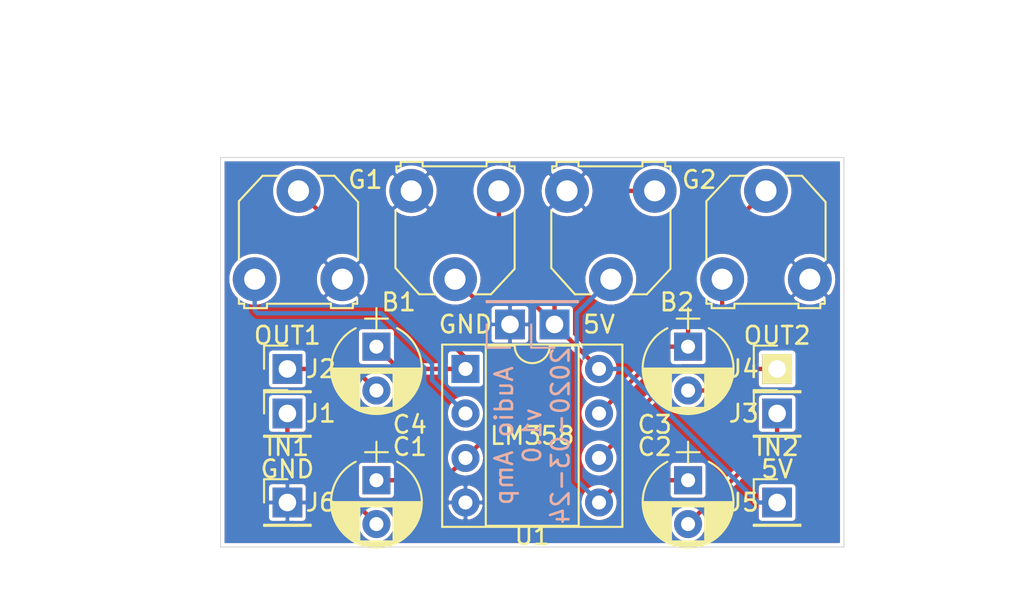
<source format=kicad_pcb>
(kicad_pcb (version 20171130) (host pcbnew "(5.1.4)-1")

  (general
    (thickness 1.6)
    (drawings 25)
    (tracks 54)
    (zones 0)
    (modules 17)
    (nets 13)
  )

  (page User 150.012 150.012)
  (title_block
    (title "LM358 Audio Conditioner")
    (date 2020-04-15)
    (rev 1.1)
    (company "Jacob Miller")
  )

  (layers
    (0 F.Cu signal)
    (31 B.Cu signal)
    (32 B.Adhes user)
    (33 F.Adhes user)
    (34 B.Paste user)
    (35 F.Paste user)
    (36 B.SilkS user)
    (37 F.SilkS user)
    (38 B.Mask user)
    (39 F.Mask user)
    (40 Dwgs.User user)
    (41 Cmts.User user)
    (42 Eco1.User user)
    (43 Eco2.User user)
    (44 Edge.Cuts user)
    (45 Margin user)
    (46 B.CrtYd user)
    (47 F.CrtYd user)
    (48 B.Fab user hide)
    (49 F.Fab user hide)
  )

  (setup
    (last_trace_width 0.25)
    (trace_clearance 0.2)
    (zone_clearance 0.2)
    (zone_45_only no)
    (trace_min 0.2)
    (via_size 0.8)
    (via_drill 0.4)
    (via_min_size 0.4)
    (via_min_drill 0.3)
    (uvia_size 0.3)
    (uvia_drill 0.1)
    (uvias_allowed no)
    (uvia_min_size 0.2)
    (uvia_min_drill 0.1)
    (edge_width 0.05)
    (segment_width 0.2)
    (pcb_text_width 0.3)
    (pcb_text_size 1.5 1.5)
    (mod_edge_width 0.12)
    (mod_text_size 1 1)
    (mod_text_width 0.15)
    (pad_size 1.7 1.7)
    (pad_drill 1)
    (pad_to_mask_clearance 0.051)
    (solder_mask_min_width 0.25)
    (aux_axis_origin 0 0)
    (visible_elements 7FFFFFFF)
    (pcbplotparams
      (layerselection 0x010fc_ffffffff)
      (usegerberextensions false)
      (usegerberattributes false)
      (usegerberadvancedattributes false)
      (creategerberjobfile false)
      (excludeedgelayer true)
      (linewidth 0.150000)
      (plotframeref false)
      (viasonmask false)
      (mode 1)
      (useauxorigin false)
      (hpglpennumber 1)
      (hpglpenspeed 20)
      (hpglpendiameter 15.000000)
      (psnegative false)
      (psa4output false)
      (plotreference true)
      (plotvalue true)
      (plotinvisibletext false)
      (padsonsilk false)
      (subtractmaskfromsilk false)
      (outputformat 1)
      (mirror false)
      (drillshape 1)
      (scaleselection 1)
      (outputdirectory ""))
  )

  (net 0 "")
  (net 1 "Net-(C1-Pad1)")
  (net 2 "Net-(C1-Pad2)")
  (net 3 "Net-(C2-Pad1)")
  (net 4 "Net-(C2-Pad2)")
  (net 5 "Net-(C3-Pad1)")
  (net 6 "Net-(C3-Pad2)")
  (net 7 +5V)
  (net 8 GNDA)
  (net 9 "Net-(RV2-Pad1)")
  (net 10 "Net-(RV4-Pad1)")
  (net 11 "Net-(C4-Pad1)")
  (net 12 "Net-(C4-Pad2)")

  (net_class Default "This is the default net class."
    (clearance 0.2)
    (trace_width 0.25)
    (via_dia 0.8)
    (via_drill 0.4)
    (uvia_dia 0.3)
    (uvia_drill 0.1)
    (add_net +5V)
    (add_net GNDA)
    (add_net "Net-(C1-Pad1)")
    (add_net "Net-(C1-Pad2)")
    (add_net "Net-(C2-Pad1)")
    (add_net "Net-(C2-Pad2)")
    (add_net "Net-(C3-Pad1)")
    (add_net "Net-(C3-Pad2)")
    (add_net "Net-(C4-Pad1)")
    (add_net "Net-(C4-Pad2)")
    (add_net "Net-(RV2-Pad1)")
    (add_net "Net-(RV4-Pad1)")
  )

  (module Pin_Headers:Pin_Header_Straight_1x01_Pitch2.54mm (layer F.Cu) (tedit 5E97B829) (tstamp 5E97B7E6)
    (at 87.63 77.47)
    (descr "Through hole straight pin header, 1x01, 2.54mm pitch, single row")
    (tags "Through hole pin header THT 1x01 2.54mm single row")
    (path /5E7B3227)
    (fp_text reference J5 (at -1.905 0) (layer F.SilkS)
      (effects (font (size 1 1) (thickness 0.15)))
    )
    (fp_text value 5V (at 0 0) (layer F.Fab)
      (effects (font (size 1 1) (thickness 0.15)))
    )
    (fp_line (start -0.635 -1.27) (end 1.27 -1.27) (layer F.Fab) (width 0.1))
    (fp_line (start 1.27 -1.27) (end 1.27 1.27) (layer F.Fab) (width 0.1))
    (fp_line (start 1.27 1.27) (end -1.27 1.27) (layer F.Fab) (width 0.1))
    (fp_line (start -1.27 1.27) (end -1.27 -0.635) (layer F.Fab) (width 0.1))
    (fp_line (start -1.27 -0.635) (end -0.635 -1.27) (layer F.Fab) (width 0.1))
    (fp_line (start -1.33 1.33) (end 1.33 1.33) (layer F.SilkS) (width 0.12))
    (fp_line (start -1.33 1.27) (end -1.33 1.33) (layer F.SilkS) (width 0.12))
    (fp_line (start 1.33 1.27) (end 1.33 1.33) (layer F.SilkS) (width 0.12))
    (fp_line (start -1.33 1.27) (end 1.33 1.27) (layer F.SilkS) (width 0.12))
    (fp_line (start -1.33 0) (end -1.33 -1.33) (layer F.SilkS) (width 0.12))
    (fp_line (start -1.33 -1.33) (end 0 -1.33) (layer F.SilkS) (width 0.12))
    (fp_line (start -1.8 -1.8) (end -1.8 1.8) (layer F.CrtYd) (width 0.05))
    (fp_line (start -1.8 1.8) (end 1.8 1.8) (layer F.CrtYd) (width 0.05))
    (fp_line (start 1.8 1.8) (end 1.8 -1.8) (layer F.CrtYd) (width 0.05))
    (fp_line (start 1.8 -1.8) (end -1.8 -1.8) (layer F.CrtYd) (width 0.05))
    (fp_text user %R (at 0 0 90) (layer F.Fab)
      (effects (font (size 1 1) (thickness 0.15)))
    )
    (pad 1 thru_hole rect (at 0 0) (size 1.7 1.7) (drill 1) (layers *.Cu *.Mask)
      (net 7 +5V))
    (model ${KISYS3DMOD}/Pin_Headers.3dshapes/Pin_Header_Straight_1x01_Pitch2.54mm.wrl
      (at (xyz 0 0 0))
      (scale (xyz 1 1 1))
      (rotate (xyz 0 0 0))
    )
  )

  (module Capacitors_THT:CP_Radial_D5.0mm_P2.50mm (layer F.Cu) (tedit 597BC7C2) (tstamp 5E7AAE0D)
    (at 82.55 76.2 270)
    (descr "CP, Radial series, Radial, pin pitch=2.50mm, , diameter=5mm, Electrolytic Capacitor")
    (tags "CP Radial series Radial pin pitch 2.50mm  diameter 5mm Electrolytic Capacitor")
    (path /5E77FF89)
    (fp_text reference C2 (at -1.905 1.905 180) (layer F.SilkS)
      (effects (font (size 1 1) (thickness 0.15)))
    )
    (fp_text value 1uF (at 1.23 1.27 90) (layer F.Fab)
      (effects (font (size 1 1) (thickness 0.15)))
    )
    (fp_arc (start 1.25 0) (end -1.05558 -1.18) (angle 125.8) (layer F.SilkS) (width 0.12))
    (fp_arc (start 1.25 0) (end -1.05558 1.18) (angle -125.8) (layer F.SilkS) (width 0.12))
    (fp_arc (start 1.25 0) (end 3.55558 -1.18) (angle 54.2) (layer F.SilkS) (width 0.12))
    (fp_circle (center 1.25 0) (end 3.75 0) (layer F.Fab) (width 0.1))
    (fp_line (start -2.2 0) (end -1 0) (layer F.Fab) (width 0.1))
    (fp_line (start -1.6 -0.65) (end -1.6 0.65) (layer F.Fab) (width 0.1))
    (fp_line (start 1.25 -2.55) (end 1.25 2.55) (layer F.SilkS) (width 0.12))
    (fp_line (start 1.29 -2.55) (end 1.29 2.55) (layer F.SilkS) (width 0.12))
    (fp_line (start 1.33 -2.549) (end 1.33 2.549) (layer F.SilkS) (width 0.12))
    (fp_line (start 1.37 -2.548) (end 1.37 2.548) (layer F.SilkS) (width 0.12))
    (fp_line (start 1.41 -2.546) (end 1.41 2.546) (layer F.SilkS) (width 0.12))
    (fp_line (start 1.45 -2.543) (end 1.45 2.543) (layer F.SilkS) (width 0.12))
    (fp_line (start 1.49 -2.539) (end 1.49 2.539) (layer F.SilkS) (width 0.12))
    (fp_line (start 1.53 -2.535) (end 1.53 -0.98) (layer F.SilkS) (width 0.12))
    (fp_line (start 1.53 0.98) (end 1.53 2.535) (layer F.SilkS) (width 0.12))
    (fp_line (start 1.57 -2.531) (end 1.57 -0.98) (layer F.SilkS) (width 0.12))
    (fp_line (start 1.57 0.98) (end 1.57 2.531) (layer F.SilkS) (width 0.12))
    (fp_line (start 1.61 -2.525) (end 1.61 -0.98) (layer F.SilkS) (width 0.12))
    (fp_line (start 1.61 0.98) (end 1.61 2.525) (layer F.SilkS) (width 0.12))
    (fp_line (start 1.65 -2.519) (end 1.65 -0.98) (layer F.SilkS) (width 0.12))
    (fp_line (start 1.65 0.98) (end 1.65 2.519) (layer F.SilkS) (width 0.12))
    (fp_line (start 1.69 -2.513) (end 1.69 -0.98) (layer F.SilkS) (width 0.12))
    (fp_line (start 1.69 0.98) (end 1.69 2.513) (layer F.SilkS) (width 0.12))
    (fp_line (start 1.73 -2.506) (end 1.73 -0.98) (layer F.SilkS) (width 0.12))
    (fp_line (start 1.73 0.98) (end 1.73 2.506) (layer F.SilkS) (width 0.12))
    (fp_line (start 1.77 -2.498) (end 1.77 -0.98) (layer F.SilkS) (width 0.12))
    (fp_line (start 1.77 0.98) (end 1.77 2.498) (layer F.SilkS) (width 0.12))
    (fp_line (start 1.81 -2.489) (end 1.81 -0.98) (layer F.SilkS) (width 0.12))
    (fp_line (start 1.81 0.98) (end 1.81 2.489) (layer F.SilkS) (width 0.12))
    (fp_line (start 1.85 -2.48) (end 1.85 -0.98) (layer F.SilkS) (width 0.12))
    (fp_line (start 1.85 0.98) (end 1.85 2.48) (layer F.SilkS) (width 0.12))
    (fp_line (start 1.89 -2.47) (end 1.89 -0.98) (layer F.SilkS) (width 0.12))
    (fp_line (start 1.89 0.98) (end 1.89 2.47) (layer F.SilkS) (width 0.12))
    (fp_line (start 1.93 -2.46) (end 1.93 -0.98) (layer F.SilkS) (width 0.12))
    (fp_line (start 1.93 0.98) (end 1.93 2.46) (layer F.SilkS) (width 0.12))
    (fp_line (start 1.971 -2.448) (end 1.971 -0.98) (layer F.SilkS) (width 0.12))
    (fp_line (start 1.971 0.98) (end 1.971 2.448) (layer F.SilkS) (width 0.12))
    (fp_line (start 2.011 -2.436) (end 2.011 -0.98) (layer F.SilkS) (width 0.12))
    (fp_line (start 2.011 0.98) (end 2.011 2.436) (layer F.SilkS) (width 0.12))
    (fp_line (start 2.051 -2.424) (end 2.051 -0.98) (layer F.SilkS) (width 0.12))
    (fp_line (start 2.051 0.98) (end 2.051 2.424) (layer F.SilkS) (width 0.12))
    (fp_line (start 2.091 -2.41) (end 2.091 -0.98) (layer F.SilkS) (width 0.12))
    (fp_line (start 2.091 0.98) (end 2.091 2.41) (layer F.SilkS) (width 0.12))
    (fp_line (start 2.131 -2.396) (end 2.131 -0.98) (layer F.SilkS) (width 0.12))
    (fp_line (start 2.131 0.98) (end 2.131 2.396) (layer F.SilkS) (width 0.12))
    (fp_line (start 2.171 -2.382) (end 2.171 -0.98) (layer F.SilkS) (width 0.12))
    (fp_line (start 2.171 0.98) (end 2.171 2.382) (layer F.SilkS) (width 0.12))
    (fp_line (start 2.211 -2.366) (end 2.211 -0.98) (layer F.SilkS) (width 0.12))
    (fp_line (start 2.211 0.98) (end 2.211 2.366) (layer F.SilkS) (width 0.12))
    (fp_line (start 2.251 -2.35) (end 2.251 -0.98) (layer F.SilkS) (width 0.12))
    (fp_line (start 2.251 0.98) (end 2.251 2.35) (layer F.SilkS) (width 0.12))
    (fp_line (start 2.291 -2.333) (end 2.291 -0.98) (layer F.SilkS) (width 0.12))
    (fp_line (start 2.291 0.98) (end 2.291 2.333) (layer F.SilkS) (width 0.12))
    (fp_line (start 2.331 -2.315) (end 2.331 -0.98) (layer F.SilkS) (width 0.12))
    (fp_line (start 2.331 0.98) (end 2.331 2.315) (layer F.SilkS) (width 0.12))
    (fp_line (start 2.371 -2.296) (end 2.371 -0.98) (layer F.SilkS) (width 0.12))
    (fp_line (start 2.371 0.98) (end 2.371 2.296) (layer F.SilkS) (width 0.12))
    (fp_line (start 2.411 -2.276) (end 2.411 -0.98) (layer F.SilkS) (width 0.12))
    (fp_line (start 2.411 0.98) (end 2.411 2.276) (layer F.SilkS) (width 0.12))
    (fp_line (start 2.451 -2.256) (end 2.451 -0.98) (layer F.SilkS) (width 0.12))
    (fp_line (start 2.451 0.98) (end 2.451 2.256) (layer F.SilkS) (width 0.12))
    (fp_line (start 2.491 -2.234) (end 2.491 -0.98) (layer F.SilkS) (width 0.12))
    (fp_line (start 2.491 0.98) (end 2.491 2.234) (layer F.SilkS) (width 0.12))
    (fp_line (start 2.531 -2.212) (end 2.531 -0.98) (layer F.SilkS) (width 0.12))
    (fp_line (start 2.531 0.98) (end 2.531 2.212) (layer F.SilkS) (width 0.12))
    (fp_line (start 2.571 -2.189) (end 2.571 -0.98) (layer F.SilkS) (width 0.12))
    (fp_line (start 2.571 0.98) (end 2.571 2.189) (layer F.SilkS) (width 0.12))
    (fp_line (start 2.611 -2.165) (end 2.611 -0.98) (layer F.SilkS) (width 0.12))
    (fp_line (start 2.611 0.98) (end 2.611 2.165) (layer F.SilkS) (width 0.12))
    (fp_line (start 2.651 -2.14) (end 2.651 -0.98) (layer F.SilkS) (width 0.12))
    (fp_line (start 2.651 0.98) (end 2.651 2.14) (layer F.SilkS) (width 0.12))
    (fp_line (start 2.691 -2.113) (end 2.691 -0.98) (layer F.SilkS) (width 0.12))
    (fp_line (start 2.691 0.98) (end 2.691 2.113) (layer F.SilkS) (width 0.12))
    (fp_line (start 2.731 -2.086) (end 2.731 -0.98) (layer F.SilkS) (width 0.12))
    (fp_line (start 2.731 0.98) (end 2.731 2.086) (layer F.SilkS) (width 0.12))
    (fp_line (start 2.771 -2.058) (end 2.771 -0.98) (layer F.SilkS) (width 0.12))
    (fp_line (start 2.771 0.98) (end 2.771 2.058) (layer F.SilkS) (width 0.12))
    (fp_line (start 2.811 -2.028) (end 2.811 -0.98) (layer F.SilkS) (width 0.12))
    (fp_line (start 2.811 0.98) (end 2.811 2.028) (layer F.SilkS) (width 0.12))
    (fp_line (start 2.851 -1.997) (end 2.851 -0.98) (layer F.SilkS) (width 0.12))
    (fp_line (start 2.851 0.98) (end 2.851 1.997) (layer F.SilkS) (width 0.12))
    (fp_line (start 2.891 -1.965) (end 2.891 -0.98) (layer F.SilkS) (width 0.12))
    (fp_line (start 2.891 0.98) (end 2.891 1.965) (layer F.SilkS) (width 0.12))
    (fp_line (start 2.931 -1.932) (end 2.931 -0.98) (layer F.SilkS) (width 0.12))
    (fp_line (start 2.931 0.98) (end 2.931 1.932) (layer F.SilkS) (width 0.12))
    (fp_line (start 2.971 -1.897) (end 2.971 -0.98) (layer F.SilkS) (width 0.12))
    (fp_line (start 2.971 0.98) (end 2.971 1.897) (layer F.SilkS) (width 0.12))
    (fp_line (start 3.011 -1.861) (end 3.011 -0.98) (layer F.SilkS) (width 0.12))
    (fp_line (start 3.011 0.98) (end 3.011 1.861) (layer F.SilkS) (width 0.12))
    (fp_line (start 3.051 -1.823) (end 3.051 -0.98) (layer F.SilkS) (width 0.12))
    (fp_line (start 3.051 0.98) (end 3.051 1.823) (layer F.SilkS) (width 0.12))
    (fp_line (start 3.091 -1.783) (end 3.091 -0.98) (layer F.SilkS) (width 0.12))
    (fp_line (start 3.091 0.98) (end 3.091 1.783) (layer F.SilkS) (width 0.12))
    (fp_line (start 3.131 -1.742) (end 3.131 -0.98) (layer F.SilkS) (width 0.12))
    (fp_line (start 3.131 0.98) (end 3.131 1.742) (layer F.SilkS) (width 0.12))
    (fp_line (start 3.171 -1.699) (end 3.171 -0.98) (layer F.SilkS) (width 0.12))
    (fp_line (start 3.171 0.98) (end 3.171 1.699) (layer F.SilkS) (width 0.12))
    (fp_line (start 3.211 -1.654) (end 3.211 -0.98) (layer F.SilkS) (width 0.12))
    (fp_line (start 3.211 0.98) (end 3.211 1.654) (layer F.SilkS) (width 0.12))
    (fp_line (start 3.251 -1.606) (end 3.251 -0.98) (layer F.SilkS) (width 0.12))
    (fp_line (start 3.251 0.98) (end 3.251 1.606) (layer F.SilkS) (width 0.12))
    (fp_line (start 3.291 -1.556) (end 3.291 -0.98) (layer F.SilkS) (width 0.12))
    (fp_line (start 3.291 0.98) (end 3.291 1.556) (layer F.SilkS) (width 0.12))
    (fp_line (start 3.331 -1.504) (end 3.331 -0.98) (layer F.SilkS) (width 0.12))
    (fp_line (start 3.331 0.98) (end 3.331 1.504) (layer F.SilkS) (width 0.12))
    (fp_line (start 3.371 -1.448) (end 3.371 -0.98) (layer F.SilkS) (width 0.12))
    (fp_line (start 3.371 0.98) (end 3.371 1.448) (layer F.SilkS) (width 0.12))
    (fp_line (start 3.411 -1.39) (end 3.411 -0.98) (layer F.SilkS) (width 0.12))
    (fp_line (start 3.411 0.98) (end 3.411 1.39) (layer F.SilkS) (width 0.12))
    (fp_line (start 3.451 -1.327) (end 3.451 -0.98) (layer F.SilkS) (width 0.12))
    (fp_line (start 3.451 0.98) (end 3.451 1.327) (layer F.SilkS) (width 0.12))
    (fp_line (start 3.491 -1.261) (end 3.491 1.261) (layer F.SilkS) (width 0.12))
    (fp_line (start 3.531 -1.189) (end 3.531 1.189) (layer F.SilkS) (width 0.12))
    (fp_line (start 3.571 -1.112) (end 3.571 1.112) (layer F.SilkS) (width 0.12))
    (fp_line (start 3.611 -1.028) (end 3.611 1.028) (layer F.SilkS) (width 0.12))
    (fp_line (start 3.651 -0.934) (end 3.651 0.934) (layer F.SilkS) (width 0.12))
    (fp_line (start 3.691 -0.829) (end 3.691 0.829) (layer F.SilkS) (width 0.12))
    (fp_line (start 3.731 -0.707) (end 3.731 0.707) (layer F.SilkS) (width 0.12))
    (fp_line (start 3.771 -0.559) (end 3.771 0.559) (layer F.SilkS) (width 0.12))
    (fp_line (start 3.811 -0.354) (end 3.811 0.354) (layer F.SilkS) (width 0.12))
    (fp_line (start -2.2 0) (end -1 0) (layer F.SilkS) (width 0.12))
    (fp_line (start -1.6 -0.65) (end -1.6 0.65) (layer F.SilkS) (width 0.12))
    (fp_line (start -1.6 -2.85) (end -1.6 2.85) (layer F.CrtYd) (width 0.05))
    (fp_line (start -1.6 2.85) (end 4.1 2.85) (layer F.CrtYd) (width 0.05))
    (fp_line (start 4.1 2.85) (end 4.1 -2.85) (layer F.CrtYd) (width 0.05))
    (fp_line (start 4.1 -2.85) (end -1.6 -2.85) (layer F.CrtYd) (width 0.05))
    (fp_text user %R (at 3.175 2.54 180) (layer F.Fab)
      (effects (font (size 1 1) (thickness 0.15)))
    )
    (pad 1 thru_hole rect (at 0 0 270) (size 1.6 1.6) (drill 0.8) (layers *.Cu *.Mask)
      (net 3 "Net-(C2-Pad1)"))
    (pad 2 thru_hole circle (at 2.5 0 270) (size 1.6 1.6) (drill 0.8) (layers *.Cu *.Mask)
      (net 4 "Net-(C2-Pad2)"))
    (model ${KISYS3DMOD}/Capacitors_THT.3dshapes/CP_Radial_D5.0mm_P2.50mm.wrl
      (at (xyz 0 0 0))
      (scale (xyz 1 1 1))
      (rotate (xyz 0 0 0))
    )
  )

  (module Pin_Headers:Pin_Header_Straight_1x01_Pitch2.54mm (layer B.Cu) (tedit 59650532) (tstamp 5E7B7612)
    (at 72.39 67.31)
    (descr "Through hole straight pin header, 1x01, 2.54mm pitch, single row")
    (tags "Through hole pin header THT 1x01 2.54mm single row")
    (path /5E82FF06)
    (fp_text reference J8 (at 0 2.33) (layer B.SilkS) hide
      (effects (font (size 1 1) (thickness 0.15)) (justify mirror))
    )
    (fp_text value GND (at 0 -2.33) (layer B.Fab)
      (effects (font (size 1 1) (thickness 0.15)) (justify mirror))
    )
    (fp_line (start -0.635 1.27) (end 1.27 1.27) (layer B.Fab) (width 0.1))
    (fp_line (start 1.27 1.27) (end 1.27 -1.27) (layer B.Fab) (width 0.1))
    (fp_line (start 1.27 -1.27) (end -1.27 -1.27) (layer B.Fab) (width 0.1))
    (fp_line (start -1.27 -1.27) (end -1.27 0.635) (layer B.Fab) (width 0.1))
    (fp_line (start -1.27 0.635) (end -0.635 1.27) (layer B.Fab) (width 0.1))
    (fp_line (start -1.33 -1.33) (end 1.33 -1.33) (layer B.SilkS) (width 0.12))
    (fp_line (start -1.33 -1.27) (end -1.33 -1.33) (layer B.SilkS) (width 0.12))
    (fp_line (start 1.33 -1.27) (end 1.33 -1.33) (layer B.SilkS) (width 0.12))
    (fp_line (start -1.33 -1.27) (end 1.33 -1.27) (layer B.SilkS) (width 0.12))
    (fp_line (start -1.33 0) (end -1.33 1.33) (layer B.SilkS) (width 0.12))
    (fp_line (start -1.33 1.33) (end 0 1.33) (layer B.SilkS) (width 0.12))
    (fp_line (start -1.8 1.8) (end -1.8 -1.8) (layer B.CrtYd) (width 0.05))
    (fp_line (start -1.8 -1.8) (end 1.8 -1.8) (layer B.CrtYd) (width 0.05))
    (fp_line (start 1.8 -1.8) (end 1.8 1.8) (layer B.CrtYd) (width 0.05))
    (fp_line (start 1.8 1.8) (end -1.8 1.8) (layer B.CrtYd) (width 0.05))
    (fp_text user %R (at 0 0 -90) (layer B.Fab)
      (effects (font (size 1 1) (thickness 0.15)) (justify mirror))
    )
    (pad 1 thru_hole rect (at 0 0) (size 1.7 1.7) (drill 1) (layers *.Cu *.Mask)
      (net 8 GNDA))
    (model ${KISYS3DMOD}/Pin_Headers.3dshapes/Pin_Header_Straight_1x01_Pitch2.54mm.wrl
      (at (xyz 0 0 0))
      (scale (xyz 1 1 1))
      (rotate (xyz 0 0 0))
    )
  )

  (module Pin_Headers:Pin_Header_Straight_1x01_Pitch2.54mm (layer B.Cu) (tedit 59650532) (tstamp 5E7B760F)
    (at 74.93 67.31)
    (descr "Through hole straight pin header, 1x01, 2.54mm pitch, single row")
    (tags "Through hole pin header THT 1x01 2.54mm single row")
    (path /5E830EF7)
    (fp_text reference J7 (at 0 2.33) (layer B.SilkS) hide
      (effects (font (size 1 1) (thickness 0.15)) (justify mirror))
    )
    (fp_text value 5V (at 0 -2.33) (layer B.Fab)
      (effects (font (size 1 1) (thickness 0.15)) (justify mirror))
    )
    (fp_line (start -0.635 1.27) (end 1.27 1.27) (layer B.Fab) (width 0.1))
    (fp_line (start 1.27 1.27) (end 1.27 -1.27) (layer B.Fab) (width 0.1))
    (fp_line (start 1.27 -1.27) (end -1.27 -1.27) (layer B.Fab) (width 0.1))
    (fp_line (start -1.27 -1.27) (end -1.27 0.635) (layer B.Fab) (width 0.1))
    (fp_line (start -1.27 0.635) (end -0.635 1.27) (layer B.Fab) (width 0.1))
    (fp_line (start -1.33 -1.33) (end 1.33 -1.33) (layer B.SilkS) (width 0.12))
    (fp_line (start -1.33 -1.27) (end -1.33 -1.33) (layer B.SilkS) (width 0.12))
    (fp_line (start 1.33 -1.27) (end 1.33 -1.33) (layer B.SilkS) (width 0.12))
    (fp_line (start -1.33 -1.27) (end 1.33 -1.27) (layer B.SilkS) (width 0.12))
    (fp_line (start -1.33 0) (end -1.33 1.33) (layer B.SilkS) (width 0.12))
    (fp_line (start -1.33 1.33) (end 0 1.33) (layer B.SilkS) (width 0.12))
    (fp_line (start -1.8 1.8) (end -1.8 -1.8) (layer B.CrtYd) (width 0.05))
    (fp_line (start -1.8 -1.8) (end 1.8 -1.8) (layer B.CrtYd) (width 0.05))
    (fp_line (start 1.8 -1.8) (end 1.8 1.8) (layer B.CrtYd) (width 0.05))
    (fp_line (start 1.8 1.8) (end -1.8 1.8) (layer B.CrtYd) (width 0.05))
    (fp_text user %R (at 0 0 -90) (layer B.Fab)
      (effects (font (size 1 1) (thickness 0.15)) (justify mirror))
    )
    (pad 1 thru_hole rect (at 0 0) (size 1.7 1.7) (drill 1) (layers *.Cu *.Mask)
      (net 7 +5V))
    (model ${KISYS3DMOD}/Pin_Headers.3dshapes/Pin_Header_Straight_1x01_Pitch2.54mm.wrl
      (at (xyz 0 0 0))
      (scale (xyz 1 1 1))
      (rotate (xyz 0 0 0))
    )
  )

  (module Capacitors_THT:CP_Radial_D5.0mm_P2.50mm (layer F.Cu) (tedit 597BC7C2) (tstamp 5E7AAE0A)
    (at 64.77 76.2 270)
    (descr "CP, Radial series, Radial, pin pitch=2.50mm, , diameter=5mm, Electrolytic Capacitor")
    (tags "CP Radial series Radial pin pitch 2.50mm  diameter 5mm Electrolytic Capacitor")
    (path /5E7926ED)
    (fp_text reference C1 (at -1.905 -1.905 180) (layer F.SilkS)
      (effects (font (size 1 1) (thickness 0.15)))
    )
    (fp_text value 1uF (at 1.25 -1.27 90) (layer F.Fab)
      (effects (font (size 1 1) (thickness 0.15)))
    )
    (fp_arc (start 1.25 0) (end -1.05558 -1.18) (angle 125.8) (layer F.SilkS) (width 0.12))
    (fp_arc (start 1.25 0) (end -1.05558 1.18) (angle -125.8) (layer F.SilkS) (width 0.12))
    (fp_arc (start 1.25 0) (end 3.55558 -1.18) (angle 54.2) (layer F.SilkS) (width 0.12))
    (fp_circle (center 1.25 0) (end 3.75 0) (layer F.Fab) (width 0.1))
    (fp_line (start -2.2 0) (end -1 0) (layer F.Fab) (width 0.1))
    (fp_line (start -1.6 -0.65) (end -1.6 0.65) (layer F.Fab) (width 0.1))
    (fp_line (start 1.25 -2.55) (end 1.25 2.55) (layer F.SilkS) (width 0.12))
    (fp_line (start 1.29 -2.55) (end 1.29 2.55) (layer F.SilkS) (width 0.12))
    (fp_line (start 1.33 -2.549) (end 1.33 2.549) (layer F.SilkS) (width 0.12))
    (fp_line (start 1.37 -2.548) (end 1.37 2.548) (layer F.SilkS) (width 0.12))
    (fp_line (start 1.41 -2.546) (end 1.41 2.546) (layer F.SilkS) (width 0.12))
    (fp_line (start 1.45 -2.543) (end 1.45 2.543) (layer F.SilkS) (width 0.12))
    (fp_line (start 1.49 -2.539) (end 1.49 2.539) (layer F.SilkS) (width 0.12))
    (fp_line (start 1.53 -2.535) (end 1.53 -0.98) (layer F.SilkS) (width 0.12))
    (fp_line (start 1.53 0.98) (end 1.53 2.535) (layer F.SilkS) (width 0.12))
    (fp_line (start 1.57 -2.531) (end 1.57 -0.98) (layer F.SilkS) (width 0.12))
    (fp_line (start 1.57 0.98) (end 1.57 2.531) (layer F.SilkS) (width 0.12))
    (fp_line (start 1.61 -2.525) (end 1.61 -0.98) (layer F.SilkS) (width 0.12))
    (fp_line (start 1.61 0.98) (end 1.61 2.525) (layer F.SilkS) (width 0.12))
    (fp_line (start 1.65 -2.519) (end 1.65 -0.98) (layer F.SilkS) (width 0.12))
    (fp_line (start 1.65 0.98) (end 1.65 2.519) (layer F.SilkS) (width 0.12))
    (fp_line (start 1.69 -2.513) (end 1.69 -0.98) (layer F.SilkS) (width 0.12))
    (fp_line (start 1.69 0.98) (end 1.69 2.513) (layer F.SilkS) (width 0.12))
    (fp_line (start 1.73 -2.506) (end 1.73 -0.98) (layer F.SilkS) (width 0.12))
    (fp_line (start 1.73 0.98) (end 1.73 2.506) (layer F.SilkS) (width 0.12))
    (fp_line (start 1.77 -2.498) (end 1.77 -0.98) (layer F.SilkS) (width 0.12))
    (fp_line (start 1.77 0.98) (end 1.77 2.498) (layer F.SilkS) (width 0.12))
    (fp_line (start 1.81 -2.489) (end 1.81 -0.98) (layer F.SilkS) (width 0.12))
    (fp_line (start 1.81 0.98) (end 1.81 2.489) (layer F.SilkS) (width 0.12))
    (fp_line (start 1.85 -2.48) (end 1.85 -0.98) (layer F.SilkS) (width 0.12))
    (fp_line (start 1.85 0.98) (end 1.85 2.48) (layer F.SilkS) (width 0.12))
    (fp_line (start 1.89 -2.47) (end 1.89 -0.98) (layer F.SilkS) (width 0.12))
    (fp_line (start 1.89 0.98) (end 1.89 2.47) (layer F.SilkS) (width 0.12))
    (fp_line (start 1.93 -2.46) (end 1.93 -0.98) (layer F.SilkS) (width 0.12))
    (fp_line (start 1.93 0.98) (end 1.93 2.46) (layer F.SilkS) (width 0.12))
    (fp_line (start 1.971 -2.448) (end 1.971 -0.98) (layer F.SilkS) (width 0.12))
    (fp_line (start 1.971 0.98) (end 1.971 2.448) (layer F.SilkS) (width 0.12))
    (fp_line (start 2.011 -2.436) (end 2.011 -0.98) (layer F.SilkS) (width 0.12))
    (fp_line (start 2.011 0.98) (end 2.011 2.436) (layer F.SilkS) (width 0.12))
    (fp_line (start 2.051 -2.424) (end 2.051 -0.98) (layer F.SilkS) (width 0.12))
    (fp_line (start 2.051 0.98) (end 2.051 2.424) (layer F.SilkS) (width 0.12))
    (fp_line (start 2.091 -2.41) (end 2.091 -0.98) (layer F.SilkS) (width 0.12))
    (fp_line (start 2.091 0.98) (end 2.091 2.41) (layer F.SilkS) (width 0.12))
    (fp_line (start 2.131 -2.396) (end 2.131 -0.98) (layer F.SilkS) (width 0.12))
    (fp_line (start 2.131 0.98) (end 2.131 2.396) (layer F.SilkS) (width 0.12))
    (fp_line (start 2.171 -2.382) (end 2.171 -0.98) (layer F.SilkS) (width 0.12))
    (fp_line (start 2.171 0.98) (end 2.171 2.382) (layer F.SilkS) (width 0.12))
    (fp_line (start 2.211 -2.366) (end 2.211 -0.98) (layer F.SilkS) (width 0.12))
    (fp_line (start 2.211 0.98) (end 2.211 2.366) (layer F.SilkS) (width 0.12))
    (fp_line (start 2.251 -2.35) (end 2.251 -0.98) (layer F.SilkS) (width 0.12))
    (fp_line (start 2.251 0.98) (end 2.251 2.35) (layer F.SilkS) (width 0.12))
    (fp_line (start 2.291 -2.333) (end 2.291 -0.98) (layer F.SilkS) (width 0.12))
    (fp_line (start 2.291 0.98) (end 2.291 2.333) (layer F.SilkS) (width 0.12))
    (fp_line (start 2.331 -2.315) (end 2.331 -0.98) (layer F.SilkS) (width 0.12))
    (fp_line (start 2.331 0.98) (end 2.331 2.315) (layer F.SilkS) (width 0.12))
    (fp_line (start 2.371 -2.296) (end 2.371 -0.98) (layer F.SilkS) (width 0.12))
    (fp_line (start 2.371 0.98) (end 2.371 2.296) (layer F.SilkS) (width 0.12))
    (fp_line (start 2.411 -2.276) (end 2.411 -0.98) (layer F.SilkS) (width 0.12))
    (fp_line (start 2.411 0.98) (end 2.411 2.276) (layer F.SilkS) (width 0.12))
    (fp_line (start 2.451 -2.256) (end 2.451 -0.98) (layer F.SilkS) (width 0.12))
    (fp_line (start 2.451 0.98) (end 2.451 2.256) (layer F.SilkS) (width 0.12))
    (fp_line (start 2.491 -2.234) (end 2.491 -0.98) (layer F.SilkS) (width 0.12))
    (fp_line (start 2.491 0.98) (end 2.491 2.234) (layer F.SilkS) (width 0.12))
    (fp_line (start 2.531 -2.212) (end 2.531 -0.98) (layer F.SilkS) (width 0.12))
    (fp_line (start 2.531 0.98) (end 2.531 2.212) (layer F.SilkS) (width 0.12))
    (fp_line (start 2.571 -2.189) (end 2.571 -0.98) (layer F.SilkS) (width 0.12))
    (fp_line (start 2.571 0.98) (end 2.571 2.189) (layer F.SilkS) (width 0.12))
    (fp_line (start 2.611 -2.165) (end 2.611 -0.98) (layer F.SilkS) (width 0.12))
    (fp_line (start 2.611 0.98) (end 2.611 2.165) (layer F.SilkS) (width 0.12))
    (fp_line (start 2.651 -2.14) (end 2.651 -0.98) (layer F.SilkS) (width 0.12))
    (fp_line (start 2.651 0.98) (end 2.651 2.14) (layer F.SilkS) (width 0.12))
    (fp_line (start 2.691 -2.113) (end 2.691 -0.98) (layer F.SilkS) (width 0.12))
    (fp_line (start 2.691 0.98) (end 2.691 2.113) (layer F.SilkS) (width 0.12))
    (fp_line (start 2.731 -2.086) (end 2.731 -0.98) (layer F.SilkS) (width 0.12))
    (fp_line (start 2.731 0.98) (end 2.731 2.086) (layer F.SilkS) (width 0.12))
    (fp_line (start 2.771 -2.058) (end 2.771 -0.98) (layer F.SilkS) (width 0.12))
    (fp_line (start 2.771 0.98) (end 2.771 2.058) (layer F.SilkS) (width 0.12))
    (fp_line (start 2.811 -2.028) (end 2.811 -0.98) (layer F.SilkS) (width 0.12))
    (fp_line (start 2.811 0.98) (end 2.811 2.028) (layer F.SilkS) (width 0.12))
    (fp_line (start 2.851 -1.997) (end 2.851 -0.98) (layer F.SilkS) (width 0.12))
    (fp_line (start 2.851 0.98) (end 2.851 1.997) (layer F.SilkS) (width 0.12))
    (fp_line (start 2.891 -1.965) (end 2.891 -0.98) (layer F.SilkS) (width 0.12))
    (fp_line (start 2.891 0.98) (end 2.891 1.965) (layer F.SilkS) (width 0.12))
    (fp_line (start 2.931 -1.932) (end 2.931 -0.98) (layer F.SilkS) (width 0.12))
    (fp_line (start 2.931 0.98) (end 2.931 1.932) (layer F.SilkS) (width 0.12))
    (fp_line (start 2.971 -1.897) (end 2.971 -0.98) (layer F.SilkS) (width 0.12))
    (fp_line (start 2.971 0.98) (end 2.971 1.897) (layer F.SilkS) (width 0.12))
    (fp_line (start 3.011 -1.861) (end 3.011 -0.98) (layer F.SilkS) (width 0.12))
    (fp_line (start 3.011 0.98) (end 3.011 1.861) (layer F.SilkS) (width 0.12))
    (fp_line (start 3.051 -1.823) (end 3.051 -0.98) (layer F.SilkS) (width 0.12))
    (fp_line (start 3.051 0.98) (end 3.051 1.823) (layer F.SilkS) (width 0.12))
    (fp_line (start 3.091 -1.783) (end 3.091 -0.98) (layer F.SilkS) (width 0.12))
    (fp_line (start 3.091 0.98) (end 3.091 1.783) (layer F.SilkS) (width 0.12))
    (fp_line (start 3.131 -1.742) (end 3.131 -0.98) (layer F.SilkS) (width 0.12))
    (fp_line (start 3.131 0.98) (end 3.131 1.742) (layer F.SilkS) (width 0.12))
    (fp_line (start 3.171 -1.699) (end 3.171 -0.98) (layer F.SilkS) (width 0.12))
    (fp_line (start 3.171 0.98) (end 3.171 1.699) (layer F.SilkS) (width 0.12))
    (fp_line (start 3.211 -1.654) (end 3.211 -0.98) (layer F.SilkS) (width 0.12))
    (fp_line (start 3.211 0.98) (end 3.211 1.654) (layer F.SilkS) (width 0.12))
    (fp_line (start 3.251 -1.606) (end 3.251 -0.98) (layer F.SilkS) (width 0.12))
    (fp_line (start 3.251 0.98) (end 3.251 1.606) (layer F.SilkS) (width 0.12))
    (fp_line (start 3.291 -1.556) (end 3.291 -0.98) (layer F.SilkS) (width 0.12))
    (fp_line (start 3.291 0.98) (end 3.291 1.556) (layer F.SilkS) (width 0.12))
    (fp_line (start 3.331 -1.504) (end 3.331 -0.98) (layer F.SilkS) (width 0.12))
    (fp_line (start 3.331 0.98) (end 3.331 1.504) (layer F.SilkS) (width 0.12))
    (fp_line (start 3.371 -1.448) (end 3.371 -0.98) (layer F.SilkS) (width 0.12))
    (fp_line (start 3.371 0.98) (end 3.371 1.448) (layer F.SilkS) (width 0.12))
    (fp_line (start 3.411 -1.39) (end 3.411 -0.98) (layer F.SilkS) (width 0.12))
    (fp_line (start 3.411 0.98) (end 3.411 1.39) (layer F.SilkS) (width 0.12))
    (fp_line (start 3.451 -1.327) (end 3.451 -0.98) (layer F.SilkS) (width 0.12))
    (fp_line (start 3.451 0.98) (end 3.451 1.327) (layer F.SilkS) (width 0.12))
    (fp_line (start 3.491 -1.261) (end 3.491 1.261) (layer F.SilkS) (width 0.12))
    (fp_line (start 3.531 -1.189) (end 3.531 1.189) (layer F.SilkS) (width 0.12))
    (fp_line (start 3.571 -1.112) (end 3.571 1.112) (layer F.SilkS) (width 0.12))
    (fp_line (start 3.611 -1.028) (end 3.611 1.028) (layer F.SilkS) (width 0.12))
    (fp_line (start 3.651 -0.934) (end 3.651 0.934) (layer F.SilkS) (width 0.12))
    (fp_line (start 3.691 -0.829) (end 3.691 0.829) (layer F.SilkS) (width 0.12))
    (fp_line (start 3.731 -0.707) (end 3.731 0.707) (layer F.SilkS) (width 0.12))
    (fp_line (start 3.771 -0.559) (end 3.771 0.559) (layer F.SilkS) (width 0.12))
    (fp_line (start 3.811 -0.354) (end 3.811 0.354) (layer F.SilkS) (width 0.12))
    (fp_line (start -2.2 0) (end -1 0) (layer F.SilkS) (width 0.12))
    (fp_line (start -1.6 -0.65) (end -1.6 0.65) (layer F.SilkS) (width 0.12))
    (fp_line (start -1.6 -2.85) (end -1.6 2.85) (layer F.CrtYd) (width 0.05))
    (fp_line (start -1.6 2.85) (end 4.1 2.85) (layer F.CrtYd) (width 0.05))
    (fp_line (start 4.1 2.85) (end 4.1 -2.85) (layer F.CrtYd) (width 0.05))
    (fp_line (start 4.1 -2.85) (end -1.6 -2.85) (layer F.CrtYd) (width 0.05))
    (fp_text user %R (at 3.175 -2.54) (layer F.Fab)
      (effects (font (size 1 1) (thickness 0.15)))
    )
    (pad 1 thru_hole rect (at 0 0 270) (size 1.6 1.6) (drill 0.8) (layers *.Cu *.Mask)
      (net 1 "Net-(C1-Pad1)"))
    (pad 2 thru_hole circle (at 2.5 0 270) (size 1.6 1.6) (drill 0.8) (layers *.Cu *.Mask)
      (net 2 "Net-(C1-Pad2)"))
    (model ${KISYS3DMOD}/Capacitors_THT.3dshapes/CP_Radial_D5.0mm_P2.50mm.wrl
      (at (xyz 0 0 0))
      (scale (xyz 1 1 1))
      (rotate (xyz 0 0 0))
    )
  )

  (module Capacitors_THT:CP_Radial_D5.0mm_P2.50mm (layer F.Cu) (tedit 597BC7C2) (tstamp 5E7B38E6)
    (at 64.77 68.58 270)
    (descr "CP, Radial series, Radial, pin pitch=2.50mm, , diameter=5mm, Electrolytic Capacitor")
    (tags "CP Radial series Radial pin pitch 2.50mm  diameter 5mm Electrolytic Capacitor")
    (path /5E80A29B)
    (fp_text reference C4 (at 4.445 -1.905 180) (layer F.SilkS)
      (effects (font (size 1 1) (thickness 0.15)))
    )
    (fp_text value 1uF (at 1.27 1.27 90) (layer F.Fab)
      (effects (font (size 1 1) (thickness 0.15)))
    )
    (fp_arc (start 1.25 0) (end -1.05558 -1.18) (angle 125.8) (layer F.SilkS) (width 0.12))
    (fp_arc (start 1.25 0) (end -1.05558 1.18) (angle -125.8) (layer F.SilkS) (width 0.12))
    (fp_arc (start 1.25 0) (end 3.55558 -1.18) (angle 54.2) (layer F.SilkS) (width 0.12))
    (fp_circle (center 1.25 0) (end 3.75 0) (layer F.Fab) (width 0.1))
    (fp_line (start -2.2 0) (end -1 0) (layer F.Fab) (width 0.1))
    (fp_line (start -1.6 -0.65) (end -1.6 0.65) (layer F.Fab) (width 0.1))
    (fp_line (start 1.25 -2.55) (end 1.25 2.55) (layer F.SilkS) (width 0.12))
    (fp_line (start 1.29 -2.55) (end 1.29 2.55) (layer F.SilkS) (width 0.12))
    (fp_line (start 1.33 -2.549) (end 1.33 2.549) (layer F.SilkS) (width 0.12))
    (fp_line (start 1.37 -2.548) (end 1.37 2.548) (layer F.SilkS) (width 0.12))
    (fp_line (start 1.41 -2.546) (end 1.41 2.546) (layer F.SilkS) (width 0.12))
    (fp_line (start 1.45 -2.543) (end 1.45 2.543) (layer F.SilkS) (width 0.12))
    (fp_line (start 1.49 -2.539) (end 1.49 2.539) (layer F.SilkS) (width 0.12))
    (fp_line (start 1.53 -2.535) (end 1.53 -0.98) (layer F.SilkS) (width 0.12))
    (fp_line (start 1.53 0.98) (end 1.53 2.535) (layer F.SilkS) (width 0.12))
    (fp_line (start 1.57 -2.531) (end 1.57 -0.98) (layer F.SilkS) (width 0.12))
    (fp_line (start 1.57 0.98) (end 1.57 2.531) (layer F.SilkS) (width 0.12))
    (fp_line (start 1.61 -2.525) (end 1.61 -0.98) (layer F.SilkS) (width 0.12))
    (fp_line (start 1.61 0.98) (end 1.61 2.525) (layer F.SilkS) (width 0.12))
    (fp_line (start 1.65 -2.519) (end 1.65 -0.98) (layer F.SilkS) (width 0.12))
    (fp_line (start 1.65 0.98) (end 1.65 2.519) (layer F.SilkS) (width 0.12))
    (fp_line (start 1.69 -2.513) (end 1.69 -0.98) (layer F.SilkS) (width 0.12))
    (fp_line (start 1.69 0.98) (end 1.69 2.513) (layer F.SilkS) (width 0.12))
    (fp_line (start 1.73 -2.506) (end 1.73 -0.98) (layer F.SilkS) (width 0.12))
    (fp_line (start 1.73 0.98) (end 1.73 2.506) (layer F.SilkS) (width 0.12))
    (fp_line (start 1.77 -2.498) (end 1.77 -0.98) (layer F.SilkS) (width 0.12))
    (fp_line (start 1.77 0.98) (end 1.77 2.498) (layer F.SilkS) (width 0.12))
    (fp_line (start 1.81 -2.489) (end 1.81 -0.98) (layer F.SilkS) (width 0.12))
    (fp_line (start 1.81 0.98) (end 1.81 2.489) (layer F.SilkS) (width 0.12))
    (fp_line (start 1.85 -2.48) (end 1.85 -0.98) (layer F.SilkS) (width 0.12))
    (fp_line (start 1.85 0.98) (end 1.85 2.48) (layer F.SilkS) (width 0.12))
    (fp_line (start 1.89 -2.47) (end 1.89 -0.98) (layer F.SilkS) (width 0.12))
    (fp_line (start 1.89 0.98) (end 1.89 2.47) (layer F.SilkS) (width 0.12))
    (fp_line (start 1.93 -2.46) (end 1.93 -0.98) (layer F.SilkS) (width 0.12))
    (fp_line (start 1.93 0.98) (end 1.93 2.46) (layer F.SilkS) (width 0.12))
    (fp_line (start 1.971 -2.448) (end 1.971 -0.98) (layer F.SilkS) (width 0.12))
    (fp_line (start 1.971 0.98) (end 1.971 2.448) (layer F.SilkS) (width 0.12))
    (fp_line (start 2.011 -2.436) (end 2.011 -0.98) (layer F.SilkS) (width 0.12))
    (fp_line (start 2.011 0.98) (end 2.011 2.436) (layer F.SilkS) (width 0.12))
    (fp_line (start 2.051 -2.424) (end 2.051 -0.98) (layer F.SilkS) (width 0.12))
    (fp_line (start 2.051 0.98) (end 2.051 2.424) (layer F.SilkS) (width 0.12))
    (fp_line (start 2.091 -2.41) (end 2.091 -0.98) (layer F.SilkS) (width 0.12))
    (fp_line (start 2.091 0.98) (end 2.091 2.41) (layer F.SilkS) (width 0.12))
    (fp_line (start 2.131 -2.396) (end 2.131 -0.98) (layer F.SilkS) (width 0.12))
    (fp_line (start 2.131 0.98) (end 2.131 2.396) (layer F.SilkS) (width 0.12))
    (fp_line (start 2.171 -2.382) (end 2.171 -0.98) (layer F.SilkS) (width 0.12))
    (fp_line (start 2.171 0.98) (end 2.171 2.382) (layer F.SilkS) (width 0.12))
    (fp_line (start 2.211 -2.366) (end 2.211 -0.98) (layer F.SilkS) (width 0.12))
    (fp_line (start 2.211 0.98) (end 2.211 2.366) (layer F.SilkS) (width 0.12))
    (fp_line (start 2.251 -2.35) (end 2.251 -0.98) (layer F.SilkS) (width 0.12))
    (fp_line (start 2.251 0.98) (end 2.251 2.35) (layer F.SilkS) (width 0.12))
    (fp_line (start 2.291 -2.333) (end 2.291 -0.98) (layer F.SilkS) (width 0.12))
    (fp_line (start 2.291 0.98) (end 2.291 2.333) (layer F.SilkS) (width 0.12))
    (fp_line (start 2.331 -2.315) (end 2.331 -0.98) (layer F.SilkS) (width 0.12))
    (fp_line (start 2.331 0.98) (end 2.331 2.315) (layer F.SilkS) (width 0.12))
    (fp_line (start 2.371 -2.296) (end 2.371 -0.98) (layer F.SilkS) (width 0.12))
    (fp_line (start 2.371 0.98) (end 2.371 2.296) (layer F.SilkS) (width 0.12))
    (fp_line (start 2.411 -2.276) (end 2.411 -0.98) (layer F.SilkS) (width 0.12))
    (fp_line (start 2.411 0.98) (end 2.411 2.276) (layer F.SilkS) (width 0.12))
    (fp_line (start 2.451 -2.256) (end 2.451 -0.98) (layer F.SilkS) (width 0.12))
    (fp_line (start 2.451 0.98) (end 2.451 2.256) (layer F.SilkS) (width 0.12))
    (fp_line (start 2.491 -2.234) (end 2.491 -0.98) (layer F.SilkS) (width 0.12))
    (fp_line (start 2.491 0.98) (end 2.491 2.234) (layer F.SilkS) (width 0.12))
    (fp_line (start 2.531 -2.212) (end 2.531 -0.98) (layer F.SilkS) (width 0.12))
    (fp_line (start 2.531 0.98) (end 2.531 2.212) (layer F.SilkS) (width 0.12))
    (fp_line (start 2.571 -2.189) (end 2.571 -0.98) (layer F.SilkS) (width 0.12))
    (fp_line (start 2.571 0.98) (end 2.571 2.189) (layer F.SilkS) (width 0.12))
    (fp_line (start 2.611 -2.165) (end 2.611 -0.98) (layer F.SilkS) (width 0.12))
    (fp_line (start 2.611 0.98) (end 2.611 2.165) (layer F.SilkS) (width 0.12))
    (fp_line (start 2.651 -2.14) (end 2.651 -0.98) (layer F.SilkS) (width 0.12))
    (fp_line (start 2.651 0.98) (end 2.651 2.14) (layer F.SilkS) (width 0.12))
    (fp_line (start 2.691 -2.113) (end 2.691 -0.98) (layer F.SilkS) (width 0.12))
    (fp_line (start 2.691 0.98) (end 2.691 2.113) (layer F.SilkS) (width 0.12))
    (fp_line (start 2.731 -2.086) (end 2.731 -0.98) (layer F.SilkS) (width 0.12))
    (fp_line (start 2.731 0.98) (end 2.731 2.086) (layer F.SilkS) (width 0.12))
    (fp_line (start 2.771 -2.058) (end 2.771 -0.98) (layer F.SilkS) (width 0.12))
    (fp_line (start 2.771 0.98) (end 2.771 2.058) (layer F.SilkS) (width 0.12))
    (fp_line (start 2.811 -2.028) (end 2.811 -0.98) (layer F.SilkS) (width 0.12))
    (fp_line (start 2.811 0.98) (end 2.811 2.028) (layer F.SilkS) (width 0.12))
    (fp_line (start 2.851 -1.997) (end 2.851 -0.98) (layer F.SilkS) (width 0.12))
    (fp_line (start 2.851 0.98) (end 2.851 1.997) (layer F.SilkS) (width 0.12))
    (fp_line (start 2.891 -1.965) (end 2.891 -0.98) (layer F.SilkS) (width 0.12))
    (fp_line (start 2.891 0.98) (end 2.891 1.965) (layer F.SilkS) (width 0.12))
    (fp_line (start 2.931 -1.932) (end 2.931 -0.98) (layer F.SilkS) (width 0.12))
    (fp_line (start 2.931 0.98) (end 2.931 1.932) (layer F.SilkS) (width 0.12))
    (fp_line (start 2.971 -1.897) (end 2.971 -0.98) (layer F.SilkS) (width 0.12))
    (fp_line (start 2.971 0.98) (end 2.971 1.897) (layer F.SilkS) (width 0.12))
    (fp_line (start 3.011 -1.861) (end 3.011 -0.98) (layer F.SilkS) (width 0.12))
    (fp_line (start 3.011 0.98) (end 3.011 1.861) (layer F.SilkS) (width 0.12))
    (fp_line (start 3.051 -1.823) (end 3.051 -0.98) (layer F.SilkS) (width 0.12))
    (fp_line (start 3.051 0.98) (end 3.051 1.823) (layer F.SilkS) (width 0.12))
    (fp_line (start 3.091 -1.783) (end 3.091 -0.98) (layer F.SilkS) (width 0.12))
    (fp_line (start 3.091 0.98) (end 3.091 1.783) (layer F.SilkS) (width 0.12))
    (fp_line (start 3.131 -1.742) (end 3.131 -0.98) (layer F.SilkS) (width 0.12))
    (fp_line (start 3.131 0.98) (end 3.131 1.742) (layer F.SilkS) (width 0.12))
    (fp_line (start 3.171 -1.699) (end 3.171 -0.98) (layer F.SilkS) (width 0.12))
    (fp_line (start 3.171 0.98) (end 3.171 1.699) (layer F.SilkS) (width 0.12))
    (fp_line (start 3.211 -1.654) (end 3.211 -0.98) (layer F.SilkS) (width 0.12))
    (fp_line (start 3.211 0.98) (end 3.211 1.654) (layer F.SilkS) (width 0.12))
    (fp_line (start 3.251 -1.606) (end 3.251 -0.98) (layer F.SilkS) (width 0.12))
    (fp_line (start 3.251 0.98) (end 3.251 1.606) (layer F.SilkS) (width 0.12))
    (fp_line (start 3.291 -1.556) (end 3.291 -0.98) (layer F.SilkS) (width 0.12))
    (fp_line (start 3.291 0.98) (end 3.291 1.556) (layer F.SilkS) (width 0.12))
    (fp_line (start 3.331 -1.504) (end 3.331 -0.98) (layer F.SilkS) (width 0.12))
    (fp_line (start 3.331 0.98) (end 3.331 1.504) (layer F.SilkS) (width 0.12))
    (fp_line (start 3.371 -1.448) (end 3.371 -0.98) (layer F.SilkS) (width 0.12))
    (fp_line (start 3.371 0.98) (end 3.371 1.448) (layer F.SilkS) (width 0.12))
    (fp_line (start 3.411 -1.39) (end 3.411 -0.98) (layer F.SilkS) (width 0.12))
    (fp_line (start 3.411 0.98) (end 3.411 1.39) (layer F.SilkS) (width 0.12))
    (fp_line (start 3.451 -1.327) (end 3.451 -0.98) (layer F.SilkS) (width 0.12))
    (fp_line (start 3.451 0.98) (end 3.451 1.327) (layer F.SilkS) (width 0.12))
    (fp_line (start 3.491 -1.261) (end 3.491 1.261) (layer F.SilkS) (width 0.12))
    (fp_line (start 3.531 -1.189) (end 3.531 1.189) (layer F.SilkS) (width 0.12))
    (fp_line (start 3.571 -1.112) (end 3.571 1.112) (layer F.SilkS) (width 0.12))
    (fp_line (start 3.611 -1.028) (end 3.611 1.028) (layer F.SilkS) (width 0.12))
    (fp_line (start 3.651 -0.934) (end 3.651 0.934) (layer F.SilkS) (width 0.12))
    (fp_line (start 3.691 -0.829) (end 3.691 0.829) (layer F.SilkS) (width 0.12))
    (fp_line (start 3.731 -0.707) (end 3.731 0.707) (layer F.SilkS) (width 0.12))
    (fp_line (start 3.771 -0.559) (end 3.771 0.559) (layer F.SilkS) (width 0.12))
    (fp_line (start 3.811 -0.354) (end 3.811 0.354) (layer F.SilkS) (width 0.12))
    (fp_line (start -2.2 0) (end -1 0) (layer F.SilkS) (width 0.12))
    (fp_line (start -1.6 -0.65) (end -1.6 0.65) (layer F.SilkS) (width 0.12))
    (fp_line (start -1.6 -2.85) (end -1.6 2.85) (layer F.CrtYd) (width 0.05))
    (fp_line (start -1.6 2.85) (end 4.1 2.85) (layer F.CrtYd) (width 0.05))
    (fp_line (start 4.1 2.85) (end 4.1 -2.85) (layer F.CrtYd) (width 0.05))
    (fp_line (start 4.1 -2.85) (end -1.6 -2.85) (layer F.CrtYd) (width 0.05))
    (fp_text user %R (at 4.445 0 180) (layer F.Fab)
      (effects (font (size 1 1) (thickness 0.15)))
    )
    (pad 1 thru_hole rect (at 0 0 270) (size 1.6 1.6) (drill 0.8) (layers *.Cu *.Mask)
      (net 11 "Net-(C4-Pad1)"))
    (pad 2 thru_hole circle (at 2.5 0 270) (size 1.6 1.6) (drill 0.8) (layers *.Cu *.Mask)
      (net 12 "Net-(C4-Pad2)"))
    (model ${KISYS3DMOD}/Capacitors_THT.3dshapes/CP_Radial_D5.0mm_P2.50mm.wrl
      (at (xyz 0 0 0))
      (scale (xyz 1 1 1))
      (rotate (xyz 0 0 0))
    )
  )

  (module Capacitors_THT:CP_Radial_D5.0mm_P2.50mm (layer F.Cu) (tedit 597BC7C2) (tstamp 5E7AB821)
    (at 82.55 68.58 270)
    (descr "CP, Radial series, Radial, pin pitch=2.50mm, , diameter=5mm, Electrolytic Capacitor")
    (tags "CP Radial series Radial pin pitch 2.50mm  diameter 5mm Electrolytic Capacitor")
    (path /5E7C5267)
    (fp_text reference C3 (at 4.445 1.905 180) (layer F.SilkS)
      (effects (font (size 1 1) (thickness 0.15)))
    )
    (fp_text value 1uF (at 1.23 -1.27 90) (layer F.Fab)
      (effects (font (size 1 1) (thickness 0.15)))
    )
    (fp_arc (start 1.25 0) (end -1.05558 -1.18) (angle 125.8) (layer F.SilkS) (width 0.12))
    (fp_arc (start 1.25 0) (end -1.05558 1.18) (angle -125.8) (layer F.SilkS) (width 0.12))
    (fp_arc (start 1.25 0) (end 3.55558 -1.18) (angle 54.2) (layer F.SilkS) (width 0.12))
    (fp_circle (center 1.25 0) (end 3.75 0) (layer F.Fab) (width 0.1))
    (fp_line (start -2.2 0) (end -1 0) (layer F.Fab) (width 0.1))
    (fp_line (start -1.6 -0.65) (end -1.6 0.65) (layer F.Fab) (width 0.1))
    (fp_line (start 1.25 -2.55) (end 1.25 2.55) (layer F.SilkS) (width 0.12))
    (fp_line (start 1.29 -2.55) (end 1.29 2.55) (layer F.SilkS) (width 0.12))
    (fp_line (start 1.33 -2.549) (end 1.33 2.549) (layer F.SilkS) (width 0.12))
    (fp_line (start 1.37 -2.548) (end 1.37 2.548) (layer F.SilkS) (width 0.12))
    (fp_line (start 1.41 -2.546) (end 1.41 2.546) (layer F.SilkS) (width 0.12))
    (fp_line (start 1.45 -2.543) (end 1.45 2.543) (layer F.SilkS) (width 0.12))
    (fp_line (start 1.49 -2.539) (end 1.49 2.539) (layer F.SilkS) (width 0.12))
    (fp_line (start 1.53 -2.535) (end 1.53 -0.98) (layer F.SilkS) (width 0.12))
    (fp_line (start 1.53 0.98) (end 1.53 2.535) (layer F.SilkS) (width 0.12))
    (fp_line (start 1.57 -2.531) (end 1.57 -0.98) (layer F.SilkS) (width 0.12))
    (fp_line (start 1.57 0.98) (end 1.57 2.531) (layer F.SilkS) (width 0.12))
    (fp_line (start 1.61 -2.525) (end 1.61 -0.98) (layer F.SilkS) (width 0.12))
    (fp_line (start 1.61 0.98) (end 1.61 2.525) (layer F.SilkS) (width 0.12))
    (fp_line (start 1.65 -2.519) (end 1.65 -0.98) (layer F.SilkS) (width 0.12))
    (fp_line (start 1.65 0.98) (end 1.65 2.519) (layer F.SilkS) (width 0.12))
    (fp_line (start 1.69 -2.513) (end 1.69 -0.98) (layer F.SilkS) (width 0.12))
    (fp_line (start 1.69 0.98) (end 1.69 2.513) (layer F.SilkS) (width 0.12))
    (fp_line (start 1.73 -2.506) (end 1.73 -0.98) (layer F.SilkS) (width 0.12))
    (fp_line (start 1.73 0.98) (end 1.73 2.506) (layer F.SilkS) (width 0.12))
    (fp_line (start 1.77 -2.498) (end 1.77 -0.98) (layer F.SilkS) (width 0.12))
    (fp_line (start 1.77 0.98) (end 1.77 2.498) (layer F.SilkS) (width 0.12))
    (fp_line (start 1.81 -2.489) (end 1.81 -0.98) (layer F.SilkS) (width 0.12))
    (fp_line (start 1.81 0.98) (end 1.81 2.489) (layer F.SilkS) (width 0.12))
    (fp_line (start 1.85 -2.48) (end 1.85 -0.98) (layer F.SilkS) (width 0.12))
    (fp_line (start 1.85 0.98) (end 1.85 2.48) (layer F.SilkS) (width 0.12))
    (fp_line (start 1.89 -2.47) (end 1.89 -0.98) (layer F.SilkS) (width 0.12))
    (fp_line (start 1.89 0.98) (end 1.89 2.47) (layer F.SilkS) (width 0.12))
    (fp_line (start 1.93 -2.46) (end 1.93 -0.98) (layer F.SilkS) (width 0.12))
    (fp_line (start 1.93 0.98) (end 1.93 2.46) (layer F.SilkS) (width 0.12))
    (fp_line (start 1.971 -2.448) (end 1.971 -0.98) (layer F.SilkS) (width 0.12))
    (fp_line (start 1.971 0.98) (end 1.971 2.448) (layer F.SilkS) (width 0.12))
    (fp_line (start 2.011 -2.436) (end 2.011 -0.98) (layer F.SilkS) (width 0.12))
    (fp_line (start 2.011 0.98) (end 2.011 2.436) (layer F.SilkS) (width 0.12))
    (fp_line (start 2.051 -2.424) (end 2.051 -0.98) (layer F.SilkS) (width 0.12))
    (fp_line (start 2.051 0.98) (end 2.051 2.424) (layer F.SilkS) (width 0.12))
    (fp_line (start 2.091 -2.41) (end 2.091 -0.98) (layer F.SilkS) (width 0.12))
    (fp_line (start 2.091 0.98) (end 2.091 2.41) (layer F.SilkS) (width 0.12))
    (fp_line (start 2.131 -2.396) (end 2.131 -0.98) (layer F.SilkS) (width 0.12))
    (fp_line (start 2.131 0.98) (end 2.131 2.396) (layer F.SilkS) (width 0.12))
    (fp_line (start 2.171 -2.382) (end 2.171 -0.98) (layer F.SilkS) (width 0.12))
    (fp_line (start 2.171 0.98) (end 2.171 2.382) (layer F.SilkS) (width 0.12))
    (fp_line (start 2.211 -2.366) (end 2.211 -0.98) (layer F.SilkS) (width 0.12))
    (fp_line (start 2.211 0.98) (end 2.211 2.366) (layer F.SilkS) (width 0.12))
    (fp_line (start 2.251 -2.35) (end 2.251 -0.98) (layer F.SilkS) (width 0.12))
    (fp_line (start 2.251 0.98) (end 2.251 2.35) (layer F.SilkS) (width 0.12))
    (fp_line (start 2.291 -2.333) (end 2.291 -0.98) (layer F.SilkS) (width 0.12))
    (fp_line (start 2.291 0.98) (end 2.291 2.333) (layer F.SilkS) (width 0.12))
    (fp_line (start 2.331 -2.315) (end 2.331 -0.98) (layer F.SilkS) (width 0.12))
    (fp_line (start 2.331 0.98) (end 2.331 2.315) (layer F.SilkS) (width 0.12))
    (fp_line (start 2.371 -2.296) (end 2.371 -0.98) (layer F.SilkS) (width 0.12))
    (fp_line (start 2.371 0.98) (end 2.371 2.296) (layer F.SilkS) (width 0.12))
    (fp_line (start 2.411 -2.276) (end 2.411 -0.98) (layer F.SilkS) (width 0.12))
    (fp_line (start 2.411 0.98) (end 2.411 2.276) (layer F.SilkS) (width 0.12))
    (fp_line (start 2.451 -2.256) (end 2.451 -0.98) (layer F.SilkS) (width 0.12))
    (fp_line (start 2.451 0.98) (end 2.451 2.256) (layer F.SilkS) (width 0.12))
    (fp_line (start 2.491 -2.234) (end 2.491 -0.98) (layer F.SilkS) (width 0.12))
    (fp_line (start 2.491 0.98) (end 2.491 2.234) (layer F.SilkS) (width 0.12))
    (fp_line (start 2.531 -2.212) (end 2.531 -0.98) (layer F.SilkS) (width 0.12))
    (fp_line (start 2.531 0.98) (end 2.531 2.212) (layer F.SilkS) (width 0.12))
    (fp_line (start 2.571 -2.189) (end 2.571 -0.98) (layer F.SilkS) (width 0.12))
    (fp_line (start 2.571 0.98) (end 2.571 2.189) (layer F.SilkS) (width 0.12))
    (fp_line (start 2.611 -2.165) (end 2.611 -0.98) (layer F.SilkS) (width 0.12))
    (fp_line (start 2.611 0.98) (end 2.611 2.165) (layer F.SilkS) (width 0.12))
    (fp_line (start 2.651 -2.14) (end 2.651 -0.98) (layer F.SilkS) (width 0.12))
    (fp_line (start 2.651 0.98) (end 2.651 2.14) (layer F.SilkS) (width 0.12))
    (fp_line (start 2.691 -2.113) (end 2.691 -0.98) (layer F.SilkS) (width 0.12))
    (fp_line (start 2.691 0.98) (end 2.691 2.113) (layer F.SilkS) (width 0.12))
    (fp_line (start 2.731 -2.086) (end 2.731 -0.98) (layer F.SilkS) (width 0.12))
    (fp_line (start 2.731 0.98) (end 2.731 2.086) (layer F.SilkS) (width 0.12))
    (fp_line (start 2.771 -2.058) (end 2.771 -0.98) (layer F.SilkS) (width 0.12))
    (fp_line (start 2.771 0.98) (end 2.771 2.058) (layer F.SilkS) (width 0.12))
    (fp_line (start 2.811 -2.028) (end 2.811 -0.98) (layer F.SilkS) (width 0.12))
    (fp_line (start 2.811 0.98) (end 2.811 2.028) (layer F.SilkS) (width 0.12))
    (fp_line (start 2.851 -1.997) (end 2.851 -0.98) (layer F.SilkS) (width 0.12))
    (fp_line (start 2.851 0.98) (end 2.851 1.997) (layer F.SilkS) (width 0.12))
    (fp_line (start 2.891 -1.965) (end 2.891 -0.98) (layer F.SilkS) (width 0.12))
    (fp_line (start 2.891 0.98) (end 2.891 1.965) (layer F.SilkS) (width 0.12))
    (fp_line (start 2.931 -1.932) (end 2.931 -0.98) (layer F.SilkS) (width 0.12))
    (fp_line (start 2.931 0.98) (end 2.931 1.932) (layer F.SilkS) (width 0.12))
    (fp_line (start 2.971 -1.897) (end 2.971 -0.98) (layer F.SilkS) (width 0.12))
    (fp_line (start 2.971 0.98) (end 2.971 1.897) (layer F.SilkS) (width 0.12))
    (fp_line (start 3.011 -1.861) (end 3.011 -0.98) (layer F.SilkS) (width 0.12))
    (fp_line (start 3.011 0.98) (end 3.011 1.861) (layer F.SilkS) (width 0.12))
    (fp_line (start 3.051 -1.823) (end 3.051 -0.98) (layer F.SilkS) (width 0.12))
    (fp_line (start 3.051 0.98) (end 3.051 1.823) (layer F.SilkS) (width 0.12))
    (fp_line (start 3.091 -1.783) (end 3.091 -0.98) (layer F.SilkS) (width 0.12))
    (fp_line (start 3.091 0.98) (end 3.091 1.783) (layer F.SilkS) (width 0.12))
    (fp_line (start 3.131 -1.742) (end 3.131 -0.98) (layer F.SilkS) (width 0.12))
    (fp_line (start 3.131 0.98) (end 3.131 1.742) (layer F.SilkS) (width 0.12))
    (fp_line (start 3.171 -1.699) (end 3.171 -0.98) (layer F.SilkS) (width 0.12))
    (fp_line (start 3.171 0.98) (end 3.171 1.699) (layer F.SilkS) (width 0.12))
    (fp_line (start 3.211 -1.654) (end 3.211 -0.98) (layer F.SilkS) (width 0.12))
    (fp_line (start 3.211 0.98) (end 3.211 1.654) (layer F.SilkS) (width 0.12))
    (fp_line (start 3.251 -1.606) (end 3.251 -0.98) (layer F.SilkS) (width 0.12))
    (fp_line (start 3.251 0.98) (end 3.251 1.606) (layer F.SilkS) (width 0.12))
    (fp_line (start 3.291 -1.556) (end 3.291 -0.98) (layer F.SilkS) (width 0.12))
    (fp_line (start 3.291 0.98) (end 3.291 1.556) (layer F.SilkS) (width 0.12))
    (fp_line (start 3.331 -1.504) (end 3.331 -0.98) (layer F.SilkS) (width 0.12))
    (fp_line (start 3.331 0.98) (end 3.331 1.504) (layer F.SilkS) (width 0.12))
    (fp_line (start 3.371 -1.448) (end 3.371 -0.98) (layer F.SilkS) (width 0.12))
    (fp_line (start 3.371 0.98) (end 3.371 1.448) (layer F.SilkS) (width 0.12))
    (fp_line (start 3.411 -1.39) (end 3.411 -0.98) (layer F.SilkS) (width 0.12))
    (fp_line (start 3.411 0.98) (end 3.411 1.39) (layer F.SilkS) (width 0.12))
    (fp_line (start 3.451 -1.327) (end 3.451 -0.98) (layer F.SilkS) (width 0.12))
    (fp_line (start 3.451 0.98) (end 3.451 1.327) (layer F.SilkS) (width 0.12))
    (fp_line (start 3.491 -1.261) (end 3.491 1.261) (layer F.SilkS) (width 0.12))
    (fp_line (start 3.531 -1.189) (end 3.531 1.189) (layer F.SilkS) (width 0.12))
    (fp_line (start 3.571 -1.112) (end 3.571 1.112) (layer F.SilkS) (width 0.12))
    (fp_line (start 3.611 -1.028) (end 3.611 1.028) (layer F.SilkS) (width 0.12))
    (fp_line (start 3.651 -0.934) (end 3.651 0.934) (layer F.SilkS) (width 0.12))
    (fp_line (start 3.691 -0.829) (end 3.691 0.829) (layer F.SilkS) (width 0.12))
    (fp_line (start 3.731 -0.707) (end 3.731 0.707) (layer F.SilkS) (width 0.12))
    (fp_line (start 3.771 -0.559) (end 3.771 0.559) (layer F.SilkS) (width 0.12))
    (fp_line (start 3.811 -0.354) (end 3.811 0.354) (layer F.SilkS) (width 0.12))
    (fp_line (start -2.2 0) (end -1 0) (layer F.SilkS) (width 0.12))
    (fp_line (start -1.6 -0.65) (end -1.6 0.65) (layer F.SilkS) (width 0.12))
    (fp_line (start -1.6 -2.85) (end -1.6 2.85) (layer F.CrtYd) (width 0.05))
    (fp_line (start -1.6 2.85) (end 4.1 2.85) (layer F.CrtYd) (width 0.05))
    (fp_line (start 4.1 2.85) (end 4.1 -2.85) (layer F.CrtYd) (width 0.05))
    (fp_line (start 4.1 -2.85) (end -1.6 -2.85) (layer F.CrtYd) (width 0.05))
    (fp_text user %R (at 4.445 0 180) (layer F.Fab)
      (effects (font (size 1 1) (thickness 0.15)))
    )
    (pad 1 thru_hole rect (at 0 0 270) (size 1.6 1.6) (drill 0.8) (layers *.Cu *.Mask)
      (net 5 "Net-(C3-Pad1)"))
    (pad 2 thru_hole circle (at 2.5 0 270) (size 1.6 1.6) (drill 0.8) (layers *.Cu *.Mask)
      (net 6 "Net-(C3-Pad2)"))
    (model ${KISYS3DMOD}/Capacitors_THT.3dshapes/CP_Radial_D5.0mm_P2.50mm.wrl
      (at (xyz 0 0 0))
      (scale (xyz 1 1 1))
      (rotate (xyz 0 0 0))
    )
  )

  (module Potentiometers:Potentiometer_Triwood_RM-065 (layer F.Cu) (tedit 5882291E) (tstamp 5E7AAE2E)
    (at 84.495 64.73)
    (descr "Potentiometer, Trimmer, RM-065")
    (tags "Potentiometer Trimmer RM-065")
    (path /5E77DF84)
    (fp_text reference RV4 (at 2.54 1.27 180) (layer F.SilkS) hide
      (effects (font (size 1 1) (thickness 0.15)))
    )
    (fp_text value 10k (at 2.54 -2.54 180) (layer F.Fab)
      (effects (font (size 1 1) (thickness 0.15)))
    )
    (fp_line (start 5.85 1.15) (end 5.85 1.4) (layer F.SilkS) (width 0.12))
    (fp_line (start 5.85 1.4) (end 5.6 1.4) (layer F.SilkS) (width 0.12))
    (fp_line (start 5.6 1.4) (end 5.6 1.65) (layer F.SilkS) (width 0.12))
    (fp_line (start 5.6 1.65) (end 4.35 1.65) (layer F.SilkS) (width 0.12))
    (fp_line (start 4.35 1.65) (end 4.35 1.4) (layer F.SilkS) (width 0.12))
    (fp_line (start 4.35 1.4) (end 0.7 1.4) (layer F.SilkS) (width 0.12))
    (fp_line (start 0.7 1.4) (end 0.7 1.65) (layer F.SilkS) (width 0.12))
    (fp_line (start 0.7 1.65) (end -0.6 1.65) (layer F.SilkS) (width 0.12))
    (fp_line (start -0.6 1.65) (end -0.6 1.4) (layer F.SilkS) (width 0.12))
    (fp_line (start -0.6 1.4) (end -0.9 1.4) (layer F.SilkS) (width 0.12))
    (fp_line (start -0.9 1.4) (end -0.9 1.15) (layer F.SilkS) (width 0.12))
    (fp_line (start 3.65 -5.9) (end 4.55 -5.9) (layer F.SilkS) (width 0.12))
    (fp_line (start 4.55 -5.9) (end 5.9 -4.4) (layer F.SilkS) (width 0.12))
    (fp_line (start 5.9 -4.4) (end 5.9 -1.1) (layer F.SilkS) (width 0.12))
    (fp_line (start -0.9 -1.1) (end -0.9 -4.45) (layer F.SilkS) (width 0.12))
    (fp_line (start -0.9 -4.45) (end 0.45 -5.9) (layer F.SilkS) (width 0.12))
    (fp_line (start 0.45 -5.9) (end 1.35 -5.9) (layer F.SilkS) (width 0.12))
    (fp_line (start 5.8 1.2) (end 5.8 -1.15) (layer F.Fab) (width 0.1))
    (fp_line (start -0.8 -1.1) (end -0.8 1.2) (layer F.Fab) (width 0.1))
    (fp_line (start 2.25 -2.88) (end 2.25 -3.64) (layer F.Fab) (width 0.1))
    (fp_line (start 2.75 -2.88) (end 2.75 -3.64) (layer F.Fab) (width 0.1))
    (fp_line (start -0.8 1.31) (end -0.8 1.18) (layer F.Fab) (width 0.1))
    (fp_line (start -0.8 -2.5) (end -0.8 -1.1) (layer F.Fab) (width 0.1))
    (fp_line (start 5.8 1.31) (end 5.8 1.18) (layer F.Fab) (width 0.1))
    (fp_line (start 5.8 -2.5) (end 5.8 -1.1) (layer F.Fab) (width 0.1))
    (fp_line (start 1.23 -0.47) (end 3.77 -0.47) (layer F.Fab) (width 0.1))
    (fp_line (start 4.53 -5.8) (end 3.64 -5.8) (layer F.Fab) (width 0.1))
    (fp_line (start 1.36 -5.8) (end 0.47 -5.8) (layer F.Fab) (width 0.1))
    (fp_line (start 4.15 -2.88) (end 4.66 -2.88) (layer F.Fab) (width 0.1))
    (fp_line (start 4.66 -2.88) (end 4.66 -2.12) (layer F.Fab) (width 0.1))
    (fp_line (start 4.66 -2.12) (end 4.15 -2.12) (layer F.Fab) (width 0.1))
    (fp_line (start 0.85 -2.88) (end 0.34 -2.88) (layer F.Fab) (width 0.1))
    (fp_line (start 0.34 -2.88) (end 0.34 -2.12) (layer F.Fab) (width 0.1))
    (fp_line (start 0.34 -2.12) (end 0.85 -2.12) (layer F.Fab) (width 0.1))
    (fp_line (start 3.01 -2.25) (end 4.15 -2.25) (layer F.Fab) (width 0.1))
    (fp_line (start 3.01 -2.75) (end 4.15 -2.75) (layer F.Fab) (width 0.1))
    (fp_line (start 1.99 -2.25) (end 0.85 -2.25) (layer F.Fab) (width 0.1))
    (fp_line (start 1.99 -2.75) (end 0.85 -2.75) (layer F.Fab) (width 0.1))
    (fp_line (start 2.75 -2.12) (end 2.75 -0.85) (layer F.Fab) (width 0.1))
    (fp_line (start 2.25 -2.12) (end 2.25 -0.85) (layer F.Fab) (width 0.1))
    (fp_line (start 1.99 -2.88) (end 1.99 -2.12) (layer F.Fab) (width 0.1))
    (fp_line (start 1.99 -2.12) (end 3.01 -2.12) (layer F.Fab) (width 0.1))
    (fp_line (start 3.01 -2.12) (end 3.01 -2.88) (layer F.Fab) (width 0.1))
    (fp_line (start 3.01 -2.88) (end 1.99 -2.88) (layer F.Fab) (width 0.1))
    (fp_line (start 0.47 -5.8) (end -0.8 -4.4) (layer F.Fab) (width 0.1))
    (fp_line (start -0.8 -4.4) (end -0.8 -2.5) (layer F.Fab) (width 0.1))
    (fp_line (start 4.53 -5.8) (end 5.8 -4.4) (layer F.Fab) (width 0.1))
    (fp_line (start 5.8 -4.4) (end 5.8 -2.5) (layer F.Fab) (width 0.1))
    (fp_line (start 5.55 1.31) (end 5.55 1.56) (layer F.Fab) (width 0.1))
    (fp_line (start 5.55 1.56) (end 4.4 1.56) (layer F.Fab) (width 0.1))
    (fp_line (start 4.4 1.56) (end 4.4 1.31) (layer F.Fab) (width 0.1))
    (fp_line (start -0.55 1.31) (end -0.55 1.56) (layer F.Fab) (width 0.1))
    (fp_line (start -0.55 1.56) (end 0.59 1.56) (layer F.Fab) (width 0.1))
    (fp_line (start 0.59 1.56) (end 0.59 1.31) (layer F.Fab) (width 0.1))
    (fp_line (start -0.8 1.31) (end 5.8 1.31) (layer F.Fab) (width 0.1))
    (fp_line (start -1.5 -6.54) (end 6.5 -6.54) (layer F.CrtYd) (width 0.05))
    (fp_line (start -1.5 -6.54) (end -1.5 1.81) (layer F.CrtYd) (width 0.05))
    (fp_line (start 6.5 1.81) (end 6.5 -6.54) (layer F.CrtYd) (width 0.05))
    (fp_line (start 6.5 1.81) (end -1.5 1.81) (layer F.CrtYd) (width 0.05))
    (fp_circle (center 2.5 -2.5) (end 4.7 -0.2) (layer F.Fab) (width 0.1))
    (fp_arc (start 2.5 -2.5) (end 4.15 -2.25) (angle 90) (layer F.Fab) (width 0.1))
    (fp_arc (start 2.5 -2.5) (end 2.63 -0.85) (angle 90) (layer F.Fab) (width 0.1))
    (fp_arc (start 2.5 -2.5) (end 3.39 -3.9) (angle 90) (layer F.Fab) (width 0.1))
    (fp_arc (start 2.5 -2.5) (end 1.1 -1.61) (angle 90) (layer F.Fab) (width 0.1))
    (pad 2 thru_hole circle (at 2.5 -5.04) (size 2.5 2.5) (drill 1.2) (layers *.Cu *.Mask)
      (net 5 "Net-(C3-Pad1)"))
    (pad 3 thru_hole circle (at 5 0) (size 2.5 2.5) (drill 1.2) (layers *.Cu *.Mask)
      (net 8 GNDA))
    (pad 1 thru_hole circle (at 0 0) (size 2.5 2.5) (drill 1.2) (layers *.Cu *.Mask)
      (net 10 "Net-(RV4-Pad1)"))
    (model Potentiometers.3dshapes/Potentiometer_Triwood_RM-065.wrl
      (at (xyz 0 0 0))
      (scale (xyz 4 4 4))
      (rotate (xyz 0 0 0))
    )
  )

  (module Potentiometers:Potentiometer_Triwood_RM-065 (layer F.Cu) (tedit 5882291E) (tstamp 5E7AAE2B)
    (at 80.645 59.69 180)
    (descr "Potentiometer, Trimmer, RM-065")
    (tags "Potentiometer Trimmer RM-065")
    (path /5E780F50)
    (fp_text reference RV3 (at 2.46 1.31 180) (layer F.SilkS) hide
      (effects (font (size 1 1) (thickness 0.15)))
    )
    (fp_text value 10k (at 2.46 -2.5) (layer F.Fab)
      (effects (font (size 1 1) (thickness 0.15)))
    )
    (fp_line (start 5.85 1.15) (end 5.85 1.4) (layer F.SilkS) (width 0.12))
    (fp_line (start 5.85 1.4) (end 5.6 1.4) (layer F.SilkS) (width 0.12))
    (fp_line (start 5.6 1.4) (end 5.6 1.65) (layer F.SilkS) (width 0.12))
    (fp_line (start 5.6 1.65) (end 4.35 1.65) (layer F.SilkS) (width 0.12))
    (fp_line (start 4.35 1.65) (end 4.35 1.4) (layer F.SilkS) (width 0.12))
    (fp_line (start 4.35 1.4) (end 0.7 1.4) (layer F.SilkS) (width 0.12))
    (fp_line (start 0.7 1.4) (end 0.7 1.65) (layer F.SilkS) (width 0.12))
    (fp_line (start 0.7 1.65) (end -0.6 1.65) (layer F.SilkS) (width 0.12))
    (fp_line (start -0.6 1.65) (end -0.6 1.4) (layer F.SilkS) (width 0.12))
    (fp_line (start -0.6 1.4) (end -0.9 1.4) (layer F.SilkS) (width 0.12))
    (fp_line (start -0.9 1.4) (end -0.9 1.15) (layer F.SilkS) (width 0.12))
    (fp_line (start 3.65 -5.9) (end 4.55 -5.9) (layer F.SilkS) (width 0.12))
    (fp_line (start 4.55 -5.9) (end 5.9 -4.4) (layer F.SilkS) (width 0.12))
    (fp_line (start 5.9 -4.4) (end 5.9 -1.1) (layer F.SilkS) (width 0.12))
    (fp_line (start -0.9 -1.1) (end -0.9 -4.45) (layer F.SilkS) (width 0.12))
    (fp_line (start -0.9 -4.45) (end 0.45 -5.9) (layer F.SilkS) (width 0.12))
    (fp_line (start 0.45 -5.9) (end 1.35 -5.9) (layer F.SilkS) (width 0.12))
    (fp_line (start 5.8 1.2) (end 5.8 -1.15) (layer F.Fab) (width 0.1))
    (fp_line (start -0.8 -1.1) (end -0.8 1.2) (layer F.Fab) (width 0.1))
    (fp_line (start 2.25 -2.88) (end 2.25 -3.64) (layer F.Fab) (width 0.1))
    (fp_line (start 2.75 -2.88) (end 2.75 -3.64) (layer F.Fab) (width 0.1))
    (fp_line (start -0.8 1.31) (end -0.8 1.18) (layer F.Fab) (width 0.1))
    (fp_line (start -0.8 -2.5) (end -0.8 -1.1) (layer F.Fab) (width 0.1))
    (fp_line (start 5.8 1.31) (end 5.8 1.18) (layer F.Fab) (width 0.1))
    (fp_line (start 5.8 -2.5) (end 5.8 -1.1) (layer F.Fab) (width 0.1))
    (fp_line (start 1.23 -0.47) (end 3.77 -0.47) (layer F.Fab) (width 0.1))
    (fp_line (start 4.53 -5.8) (end 3.64 -5.8) (layer F.Fab) (width 0.1))
    (fp_line (start 1.36 -5.8) (end 0.47 -5.8) (layer F.Fab) (width 0.1))
    (fp_line (start 4.15 -2.88) (end 4.66 -2.88) (layer F.Fab) (width 0.1))
    (fp_line (start 4.66 -2.88) (end 4.66 -2.12) (layer F.Fab) (width 0.1))
    (fp_line (start 4.66 -2.12) (end 4.15 -2.12) (layer F.Fab) (width 0.1))
    (fp_line (start 0.85 -2.88) (end 0.34 -2.88) (layer F.Fab) (width 0.1))
    (fp_line (start 0.34 -2.88) (end 0.34 -2.12) (layer F.Fab) (width 0.1))
    (fp_line (start 0.34 -2.12) (end 0.85 -2.12) (layer F.Fab) (width 0.1))
    (fp_line (start 3.01 -2.25) (end 4.15 -2.25) (layer F.Fab) (width 0.1))
    (fp_line (start 3.01 -2.75) (end 4.15 -2.75) (layer F.Fab) (width 0.1))
    (fp_line (start 1.99 -2.25) (end 0.85 -2.25) (layer F.Fab) (width 0.1))
    (fp_line (start 1.99 -2.75) (end 0.85 -2.75) (layer F.Fab) (width 0.1))
    (fp_line (start 2.75 -2.12) (end 2.75 -0.85) (layer F.Fab) (width 0.1))
    (fp_line (start 2.25 -2.12) (end 2.25 -0.85) (layer F.Fab) (width 0.1))
    (fp_line (start 1.99 -2.88) (end 1.99 -2.12) (layer F.Fab) (width 0.1))
    (fp_line (start 1.99 -2.12) (end 3.01 -2.12) (layer F.Fab) (width 0.1))
    (fp_line (start 3.01 -2.12) (end 3.01 -2.88) (layer F.Fab) (width 0.1))
    (fp_line (start 3.01 -2.88) (end 1.99 -2.88) (layer F.Fab) (width 0.1))
    (fp_line (start 0.47 -5.8) (end -0.8 -4.4) (layer F.Fab) (width 0.1))
    (fp_line (start -0.8 -4.4) (end -0.8 -2.5) (layer F.Fab) (width 0.1))
    (fp_line (start 4.53 -5.8) (end 5.8 -4.4) (layer F.Fab) (width 0.1))
    (fp_line (start 5.8 -4.4) (end 5.8 -2.5) (layer F.Fab) (width 0.1))
    (fp_line (start 5.55 1.31) (end 5.55 1.56) (layer F.Fab) (width 0.1))
    (fp_line (start 5.55 1.56) (end 4.4 1.56) (layer F.Fab) (width 0.1))
    (fp_line (start 4.4 1.56) (end 4.4 1.31) (layer F.Fab) (width 0.1))
    (fp_line (start -0.55 1.31) (end -0.55 1.56) (layer F.Fab) (width 0.1))
    (fp_line (start -0.55 1.56) (end 0.59 1.56) (layer F.Fab) (width 0.1))
    (fp_line (start 0.59 1.56) (end 0.59 1.31) (layer F.Fab) (width 0.1))
    (fp_line (start -0.8 1.31) (end 5.8 1.31) (layer F.Fab) (width 0.1))
    (fp_line (start -1.5 -6.54) (end 6.5 -6.54) (layer F.CrtYd) (width 0.05))
    (fp_line (start -1.5 -6.54) (end -1.5 1.81) (layer F.CrtYd) (width 0.05))
    (fp_line (start 6.5 1.81) (end 6.5 -6.54) (layer F.CrtYd) (width 0.05))
    (fp_line (start 6.5 1.81) (end -1.5 1.81) (layer F.CrtYd) (width 0.05))
    (fp_circle (center 2.5 -2.5) (end 4.7 -0.2) (layer F.Fab) (width 0.1))
    (fp_arc (start 2.5 -2.5) (end 4.15 -2.25) (angle 90) (layer F.Fab) (width 0.1))
    (fp_arc (start 2.5 -2.5) (end 2.63 -0.85) (angle 90) (layer F.Fab) (width 0.1))
    (fp_arc (start 2.5 -2.5) (end 3.39 -3.9) (angle 90) (layer F.Fab) (width 0.1))
    (fp_arc (start 2.5 -2.5) (end 1.1 -1.61) (angle 90) (layer F.Fab) (width 0.1))
    (pad 2 thru_hole circle (at 2.5 -5.04 180) (size 2.5 2.5) (drill 1.2) (layers *.Cu *.Mask)
      (net 3 "Net-(C2-Pad1)"))
    (pad 3 thru_hole circle (at 5 0 180) (size 2.5 2.5) (drill 1.2) (layers *.Cu *.Mask)
      (net 8 GNDA))
    (pad 1 thru_hole circle (at 0 0 180) (size 2.5 2.5) (drill 1.2) (layers *.Cu *.Mask)
      (net 7 +5V))
    (model Potentiometers.3dshapes/Potentiometer_Triwood_RM-065.wrl
      (at (xyz 0 0 0))
      (scale (xyz 4 4 4))
      (rotate (xyz 0 0 0))
    )
  )

  (module Potentiometers:Potentiometer_Triwood_RM-065 (layer F.Cu) (tedit 5882291E) (tstamp 5E7AAE28)
    (at 57.825 64.73)
    (descr "Potentiometer, Trimmer, RM-065")
    (tags "Potentiometer Trimmer RM-065")
    (path /5E7A282B)
    (fp_text reference RV2 (at 2.5 1.31 180) (layer F.SilkS) hide
      (effects (font (size 1 1) (thickness 0.15)))
    )
    (fp_text value 10k (at 2.46 -2.54 180) (layer F.Fab)
      (effects (font (size 1 1) (thickness 0.15)))
    )
    (fp_line (start 5.85 1.15) (end 5.85 1.4) (layer F.SilkS) (width 0.12))
    (fp_line (start 5.85 1.4) (end 5.6 1.4) (layer F.SilkS) (width 0.12))
    (fp_line (start 5.6 1.4) (end 5.6 1.65) (layer F.SilkS) (width 0.12))
    (fp_line (start 5.6 1.65) (end 4.35 1.65) (layer F.SilkS) (width 0.12))
    (fp_line (start 4.35 1.65) (end 4.35 1.4) (layer F.SilkS) (width 0.12))
    (fp_line (start 4.35 1.4) (end 0.7 1.4) (layer F.SilkS) (width 0.12))
    (fp_line (start 0.7 1.4) (end 0.7 1.65) (layer F.SilkS) (width 0.12))
    (fp_line (start 0.7 1.65) (end -0.6 1.65) (layer F.SilkS) (width 0.12))
    (fp_line (start -0.6 1.65) (end -0.6 1.4) (layer F.SilkS) (width 0.12))
    (fp_line (start -0.6 1.4) (end -0.9 1.4) (layer F.SilkS) (width 0.12))
    (fp_line (start -0.9 1.4) (end -0.9 1.15) (layer F.SilkS) (width 0.12))
    (fp_line (start 3.65 -5.9) (end 4.55 -5.9) (layer F.SilkS) (width 0.12))
    (fp_line (start 4.55 -5.9) (end 5.9 -4.4) (layer F.SilkS) (width 0.12))
    (fp_line (start 5.9 -4.4) (end 5.9 -1.1) (layer F.SilkS) (width 0.12))
    (fp_line (start -0.9 -1.1) (end -0.9 -4.45) (layer F.SilkS) (width 0.12))
    (fp_line (start -0.9 -4.45) (end 0.45 -5.9) (layer F.SilkS) (width 0.12))
    (fp_line (start 0.45 -5.9) (end 1.35 -5.9) (layer F.SilkS) (width 0.12))
    (fp_line (start 5.8 1.2) (end 5.8 -1.15) (layer F.Fab) (width 0.1))
    (fp_line (start -0.8 -1.1) (end -0.8 1.2) (layer F.Fab) (width 0.1))
    (fp_line (start 2.25 -2.88) (end 2.25 -3.64) (layer F.Fab) (width 0.1))
    (fp_line (start 2.75 -2.88) (end 2.75 -3.64) (layer F.Fab) (width 0.1))
    (fp_line (start -0.8 1.31) (end -0.8 1.18) (layer F.Fab) (width 0.1))
    (fp_line (start -0.8 -2.5) (end -0.8 -1.1) (layer F.Fab) (width 0.1))
    (fp_line (start 5.8 1.31) (end 5.8 1.18) (layer F.Fab) (width 0.1))
    (fp_line (start 5.8 -2.5) (end 5.8 -1.1) (layer F.Fab) (width 0.1))
    (fp_line (start 1.23 -0.47) (end 3.77 -0.47) (layer F.Fab) (width 0.1))
    (fp_line (start 4.53 -5.8) (end 3.64 -5.8) (layer F.Fab) (width 0.1))
    (fp_line (start 1.36 -5.8) (end 0.47 -5.8) (layer F.Fab) (width 0.1))
    (fp_line (start 4.15 -2.88) (end 4.66 -2.88) (layer F.Fab) (width 0.1))
    (fp_line (start 4.66 -2.88) (end 4.66 -2.12) (layer F.Fab) (width 0.1))
    (fp_line (start 4.66 -2.12) (end 4.15 -2.12) (layer F.Fab) (width 0.1))
    (fp_line (start 0.85 -2.88) (end 0.34 -2.88) (layer F.Fab) (width 0.1))
    (fp_line (start 0.34 -2.88) (end 0.34 -2.12) (layer F.Fab) (width 0.1))
    (fp_line (start 0.34 -2.12) (end 0.85 -2.12) (layer F.Fab) (width 0.1))
    (fp_line (start 3.01 -2.25) (end 4.15 -2.25) (layer F.Fab) (width 0.1))
    (fp_line (start 3.01 -2.75) (end 4.15 -2.75) (layer F.Fab) (width 0.1))
    (fp_line (start 1.99 -2.25) (end 0.85 -2.25) (layer F.Fab) (width 0.1))
    (fp_line (start 1.99 -2.75) (end 0.85 -2.75) (layer F.Fab) (width 0.1))
    (fp_line (start 2.75 -2.12) (end 2.75 -0.85) (layer F.Fab) (width 0.1))
    (fp_line (start 2.25 -2.12) (end 2.25 -0.85) (layer F.Fab) (width 0.1))
    (fp_line (start 1.99 -2.88) (end 1.99 -2.12) (layer F.Fab) (width 0.1))
    (fp_line (start 1.99 -2.12) (end 3.01 -2.12) (layer F.Fab) (width 0.1))
    (fp_line (start 3.01 -2.12) (end 3.01 -2.88) (layer F.Fab) (width 0.1))
    (fp_line (start 3.01 -2.88) (end 1.99 -2.88) (layer F.Fab) (width 0.1))
    (fp_line (start 0.47 -5.8) (end -0.8 -4.4) (layer F.Fab) (width 0.1))
    (fp_line (start -0.8 -4.4) (end -0.8 -2.5) (layer F.Fab) (width 0.1))
    (fp_line (start 4.53 -5.8) (end 5.8 -4.4) (layer F.Fab) (width 0.1))
    (fp_line (start 5.8 -4.4) (end 5.8 -2.5) (layer F.Fab) (width 0.1))
    (fp_line (start 5.55 1.31) (end 5.55 1.56) (layer F.Fab) (width 0.1))
    (fp_line (start 5.55 1.56) (end 4.4 1.56) (layer F.Fab) (width 0.1))
    (fp_line (start 4.4 1.56) (end 4.4 1.31) (layer F.Fab) (width 0.1))
    (fp_line (start -0.55 1.31) (end -0.55 1.56) (layer F.Fab) (width 0.1))
    (fp_line (start -0.55 1.56) (end 0.59 1.56) (layer F.Fab) (width 0.1))
    (fp_line (start 0.59 1.56) (end 0.59 1.31) (layer F.Fab) (width 0.1))
    (fp_line (start -0.8 1.31) (end 5.8 1.31) (layer F.Fab) (width 0.1))
    (fp_line (start -1.5 -6.54) (end 6.5 -6.54) (layer F.CrtYd) (width 0.05))
    (fp_line (start -1.5 -6.54) (end -1.5 1.81) (layer F.CrtYd) (width 0.05))
    (fp_line (start 6.5 1.81) (end 6.5 -6.54) (layer F.CrtYd) (width 0.05))
    (fp_line (start 6.5 1.81) (end -1.5 1.81) (layer F.CrtYd) (width 0.05))
    (fp_circle (center 2.5 -2.5) (end 4.7 -0.2) (layer F.Fab) (width 0.1))
    (fp_arc (start 2.5 -2.5) (end 4.15 -2.25) (angle 90) (layer F.Fab) (width 0.1))
    (fp_arc (start 2.5 -2.5) (end 2.63 -0.85) (angle 90) (layer F.Fab) (width 0.1))
    (fp_arc (start 2.5 -2.5) (end 3.39 -3.9) (angle 90) (layer F.Fab) (width 0.1))
    (fp_arc (start 2.5 -2.5) (end 1.1 -1.61) (angle 90) (layer F.Fab) (width 0.1))
    (pad 2 thru_hole circle (at 2.5 -5.04) (size 2.5 2.5) (drill 1.2) (layers *.Cu *.Mask)
      (net 11 "Net-(C4-Pad1)"))
    (pad 3 thru_hole circle (at 5 0) (size 2.5 2.5) (drill 1.2) (layers *.Cu *.Mask)
      (net 8 GNDA))
    (pad 1 thru_hole circle (at 0 0) (size 2.5 2.5) (drill 1.2) (layers *.Cu *.Mask)
      (net 9 "Net-(RV2-Pad1)"))
    (model Potentiometers.3dshapes/Potentiometer_Triwood_RM-065.wrl
      (at (xyz 0 0 0))
      (scale (xyz 4 4 4))
      (rotate (xyz 0 0 0))
    )
  )

  (module Potentiometers:Potentiometer_Triwood_RM-065 (layer F.Cu) (tedit 5882291E) (tstamp 5E7AAE25)
    (at 71.755 59.69 180)
    (descr "Potentiometer, Trimmer, RM-065")
    (tags "Potentiometer Trimmer RM-065")
    (path /5E796207)
    (fp_text reference RV1 (at 2.5 1.31 180) (layer F.SilkS) hide
      (effects (font (size 1 1) (thickness 0.15)))
    )
    (fp_text value 10k (at 2.5 -2.5 180) (layer F.Fab)
      (effects (font (size 1 1) (thickness 0.15)))
    )
    (fp_line (start 5.85 1.15) (end 5.85 1.4) (layer F.SilkS) (width 0.12))
    (fp_line (start 5.85 1.4) (end 5.6 1.4) (layer F.SilkS) (width 0.12))
    (fp_line (start 5.6 1.4) (end 5.6 1.65) (layer F.SilkS) (width 0.12))
    (fp_line (start 5.6 1.65) (end 4.35 1.65) (layer F.SilkS) (width 0.12))
    (fp_line (start 4.35 1.65) (end 4.35 1.4) (layer F.SilkS) (width 0.12))
    (fp_line (start 4.35 1.4) (end 0.7 1.4) (layer F.SilkS) (width 0.12))
    (fp_line (start 0.7 1.4) (end 0.7 1.65) (layer F.SilkS) (width 0.12))
    (fp_line (start 0.7 1.65) (end -0.6 1.65) (layer F.SilkS) (width 0.12))
    (fp_line (start -0.6 1.65) (end -0.6 1.4) (layer F.SilkS) (width 0.12))
    (fp_line (start -0.6 1.4) (end -0.9 1.4) (layer F.SilkS) (width 0.12))
    (fp_line (start -0.9 1.4) (end -0.9 1.15) (layer F.SilkS) (width 0.12))
    (fp_line (start 3.65 -5.9) (end 4.55 -5.9) (layer F.SilkS) (width 0.12))
    (fp_line (start 4.55 -5.9) (end 5.9 -4.4) (layer F.SilkS) (width 0.12))
    (fp_line (start 5.9 -4.4) (end 5.9 -1.1) (layer F.SilkS) (width 0.12))
    (fp_line (start -0.9 -1.1) (end -0.9 -4.45) (layer F.SilkS) (width 0.12))
    (fp_line (start -0.9 -4.45) (end 0.45 -5.9) (layer F.SilkS) (width 0.12))
    (fp_line (start 0.45 -5.9) (end 1.35 -5.9) (layer F.SilkS) (width 0.12))
    (fp_line (start 5.8 1.2) (end 5.8 -1.15) (layer F.Fab) (width 0.1))
    (fp_line (start -0.8 -1.1) (end -0.8 1.2) (layer F.Fab) (width 0.1))
    (fp_line (start 2.25 -2.88) (end 2.25 -3.64) (layer F.Fab) (width 0.1))
    (fp_line (start 2.75 -2.88) (end 2.75 -3.64) (layer F.Fab) (width 0.1))
    (fp_line (start -0.8 1.31) (end -0.8 1.18) (layer F.Fab) (width 0.1))
    (fp_line (start -0.8 -2.5) (end -0.8 -1.1) (layer F.Fab) (width 0.1))
    (fp_line (start 5.8 1.31) (end 5.8 1.18) (layer F.Fab) (width 0.1))
    (fp_line (start 5.8 -2.5) (end 5.8 -1.1) (layer F.Fab) (width 0.1))
    (fp_line (start 1.23 -0.47) (end 3.77 -0.47) (layer F.Fab) (width 0.1))
    (fp_line (start 4.53 -5.8) (end 3.64 -5.8) (layer F.Fab) (width 0.1))
    (fp_line (start 1.36 -5.8) (end 0.47 -5.8) (layer F.Fab) (width 0.1))
    (fp_line (start 4.15 -2.88) (end 4.66 -2.88) (layer F.Fab) (width 0.1))
    (fp_line (start 4.66 -2.88) (end 4.66 -2.12) (layer F.Fab) (width 0.1))
    (fp_line (start 4.66 -2.12) (end 4.15 -2.12) (layer F.Fab) (width 0.1))
    (fp_line (start 0.85 -2.88) (end 0.34 -2.88) (layer F.Fab) (width 0.1))
    (fp_line (start 0.34 -2.88) (end 0.34 -2.12) (layer F.Fab) (width 0.1))
    (fp_line (start 0.34 -2.12) (end 0.85 -2.12) (layer F.Fab) (width 0.1))
    (fp_line (start 3.01 -2.25) (end 4.15 -2.25) (layer F.Fab) (width 0.1))
    (fp_line (start 3.01 -2.75) (end 4.15 -2.75) (layer F.Fab) (width 0.1))
    (fp_line (start 1.99 -2.25) (end 0.85 -2.25) (layer F.Fab) (width 0.1))
    (fp_line (start 1.99 -2.75) (end 0.85 -2.75) (layer F.Fab) (width 0.1))
    (fp_line (start 2.75 -2.12) (end 2.75 -0.85) (layer F.Fab) (width 0.1))
    (fp_line (start 2.25 -2.12) (end 2.25 -0.85) (layer F.Fab) (width 0.1))
    (fp_line (start 1.99 -2.88) (end 1.99 -2.12) (layer F.Fab) (width 0.1))
    (fp_line (start 1.99 -2.12) (end 3.01 -2.12) (layer F.Fab) (width 0.1))
    (fp_line (start 3.01 -2.12) (end 3.01 -2.88) (layer F.Fab) (width 0.1))
    (fp_line (start 3.01 -2.88) (end 1.99 -2.88) (layer F.Fab) (width 0.1))
    (fp_line (start 0.47 -5.8) (end -0.8 -4.4) (layer F.Fab) (width 0.1))
    (fp_line (start -0.8 -4.4) (end -0.8 -2.5) (layer F.Fab) (width 0.1))
    (fp_line (start 4.53 -5.8) (end 5.8 -4.4) (layer F.Fab) (width 0.1))
    (fp_line (start 5.8 -4.4) (end 5.8 -2.5) (layer F.Fab) (width 0.1))
    (fp_line (start 5.55 1.31) (end 5.55 1.56) (layer F.Fab) (width 0.1))
    (fp_line (start 5.55 1.56) (end 4.4 1.56) (layer F.Fab) (width 0.1))
    (fp_line (start 4.4 1.56) (end 4.4 1.31) (layer F.Fab) (width 0.1))
    (fp_line (start -0.55 1.31) (end -0.55 1.56) (layer F.Fab) (width 0.1))
    (fp_line (start -0.55 1.56) (end 0.59 1.56) (layer F.Fab) (width 0.1))
    (fp_line (start 0.59 1.56) (end 0.59 1.31) (layer F.Fab) (width 0.1))
    (fp_line (start -0.8 1.31) (end 5.8 1.31) (layer F.Fab) (width 0.1))
    (fp_line (start -1.5 -6.54) (end 6.5 -6.54) (layer F.CrtYd) (width 0.05))
    (fp_line (start -1.5 -6.54) (end -1.5 1.81) (layer F.CrtYd) (width 0.05))
    (fp_line (start 6.5 1.81) (end 6.5 -6.54) (layer F.CrtYd) (width 0.05))
    (fp_line (start 6.5 1.81) (end -1.5 1.81) (layer F.CrtYd) (width 0.05))
    (fp_circle (center 2.5 -2.5) (end 4.7 -0.2) (layer F.Fab) (width 0.1))
    (fp_arc (start 2.5 -2.5) (end 4.15 -2.25) (angle 90) (layer F.Fab) (width 0.1))
    (fp_arc (start 2.5 -2.5) (end 2.63 -0.85) (angle 90) (layer F.Fab) (width 0.1))
    (fp_arc (start 2.5 -2.5) (end 3.39 -3.9) (angle 90) (layer F.Fab) (width 0.1))
    (fp_arc (start 2.5 -2.5) (end 1.1 -1.61) (angle 90) (layer F.Fab) (width 0.1))
    (pad 2 thru_hole circle (at 2.5 -5.04 180) (size 2.5 2.5) (drill 1.2) (layers *.Cu *.Mask)
      (net 1 "Net-(C1-Pad1)"))
    (pad 3 thru_hole circle (at 5 0 180) (size 2.5 2.5) (drill 1.2) (layers *.Cu *.Mask)
      (net 8 GNDA))
    (pad 1 thru_hole circle (at 0 0 180) (size 2.5 2.5) (drill 1.2) (layers *.Cu *.Mask)
      (net 7 +5V))
    (model Potentiometers.3dshapes/Potentiometer_Triwood_RM-065.wrl
      (at (xyz 0 0 0))
      (scale (xyz 4 4 4))
      (rotate (xyz 0 0 0))
    )
  )

  (module Pin_Headers:Pin_Header_Straight_1x01_Pitch2.54mm (layer F.Cu) (tedit 5E97B803) (tstamp 5E7AAE1C)
    (at 87.63 69.85)
    (descr "Through hole straight pin header, 1x01, 2.54mm pitch, single row")
    (tags "Through hole pin header THT 1x01 2.54mm single row")
    (path /5E7BC9CD)
    (fp_text reference J4 (at -1.905 0) (layer F.SilkS)
      (effects (font (size 1 1) (thickness 0.15)))
    )
    (fp_text value OUT (at 0 0) (layer F.Fab)
      (effects (font (size 1 1) (thickness 0.15)))
    )
    (fp_line (start -0.635 -1.27) (end 1.27 -1.27) (layer F.Fab) (width 0.1))
    (fp_line (start 1.27 -1.27) (end 1.27 1.27) (layer F.Fab) (width 0.1))
    (fp_line (start 1.27 1.27) (end -1.27 1.27) (layer F.Fab) (width 0.1))
    (fp_line (start -1.27 1.27) (end -1.27 -0.635) (layer F.Fab) (width 0.1))
    (fp_line (start -1.27 -0.635) (end -0.635 -1.27) (layer F.Fab) (width 0.1))
    (fp_line (start -1.33 1.33) (end 1.33 1.33) (layer F.SilkS) (width 0.12))
    (fp_line (start -1.33 1.27) (end -1.33 1.33) (layer F.SilkS) (width 0.12))
    (fp_line (start 1.33 1.27) (end 1.33 1.33) (layer F.SilkS) (width 0.12))
    (fp_line (start -1.33 1.27) (end 1.33 1.27) (layer F.SilkS) (width 0.12))
    (fp_line (start -1.33 0) (end -1.33 -1.33) (layer F.SilkS) (width 0.12))
    (fp_line (start -1.33 -1.33) (end 0 -1.33) (layer F.SilkS) (width 0.12))
    (fp_line (start -1.8 -1.8) (end -1.8 1.8) (layer F.CrtYd) (width 0.05))
    (fp_line (start -1.8 1.8) (end 1.8 1.8) (layer F.CrtYd) (width 0.05))
    (fp_line (start 1.8 1.8) (end 1.8 -1.8) (layer F.CrtYd) (width 0.05))
    (fp_line (start 1.8 -1.8) (end -1.8 -1.8) (layer F.CrtYd) (width 0.05))
    (fp_text user %R (at 0 0 180) (layer F.Fab) hide
      (effects (font (size 1 1) (thickness 0.15)))
    )
    (pad 1 thru_hole rect (at 0 0) (size 1.7 1.7) (drill 1) (layers *.Cu *.Mask F.SilkS)
      (net 6 "Net-(C3-Pad2)"))
    (model ${KISYS3DMOD}/Pin_Headers.3dshapes/Pin_Header_Straight_1x01_Pitch2.54mm.wrl
      (at (xyz 0 0 0))
      (scale (xyz 1 1 1))
      (rotate (xyz 0 0 0))
    )
  )

  (module Pin_Headers:Pin_Header_Straight_1x01_Pitch2.54mm (layer F.Cu) (tedit 59650532) (tstamp 5E7AAE19)
    (at 87.63 72.39)
    (descr "Through hole straight pin header, 1x01, 2.54mm pitch, single row")
    (tags "Through hole pin header THT 1x01 2.54mm single row")
    (path /5E7BE502)
    (fp_text reference J3 (at -1.905 0) (layer F.SilkS)
      (effects (font (size 1 1) (thickness 0.15)))
    )
    (fp_text value IN (at 0 5.08) (layer F.Fab)
      (effects (font (size 1 1) (thickness 0.15)))
    )
    (fp_line (start -0.635 -1.27) (end 1.27 -1.27) (layer F.Fab) (width 0.1))
    (fp_line (start 1.27 -1.27) (end 1.27 1.27) (layer F.Fab) (width 0.1))
    (fp_line (start 1.27 1.27) (end -1.27 1.27) (layer F.Fab) (width 0.1))
    (fp_line (start -1.27 1.27) (end -1.27 -0.635) (layer F.Fab) (width 0.1))
    (fp_line (start -1.27 -0.635) (end -0.635 -1.27) (layer F.Fab) (width 0.1))
    (fp_line (start -1.33 1.33) (end 1.33 1.33) (layer F.SilkS) (width 0.12))
    (fp_line (start -1.33 1.27) (end -1.33 1.33) (layer F.SilkS) (width 0.12))
    (fp_line (start 1.33 1.27) (end 1.33 1.33) (layer F.SilkS) (width 0.12))
    (fp_line (start -1.33 1.27) (end 1.33 1.27) (layer F.SilkS) (width 0.12))
    (fp_line (start -1.33 0) (end -1.33 -1.33) (layer F.SilkS) (width 0.12))
    (fp_line (start -1.33 -1.33) (end 0 -1.33) (layer F.SilkS) (width 0.12))
    (fp_line (start -1.8 -1.8) (end -1.8 1.8) (layer F.CrtYd) (width 0.05))
    (fp_line (start -1.8 1.8) (end 1.8 1.8) (layer F.CrtYd) (width 0.05))
    (fp_line (start 1.8 1.8) (end 1.8 -1.8) (layer F.CrtYd) (width 0.05))
    (fp_line (start 1.8 -1.8) (end -1.8 -1.8) (layer F.CrtYd) (width 0.05))
    (fp_text user %R (at 0 0 180) (layer F.Fab)
      (effects (font (size 1 1) (thickness 0.15)))
    )
    (pad 1 thru_hole rect (at 0 0) (size 1.7 1.7) (drill 1) (layers *.Cu *.Mask)
      (net 4 "Net-(C2-Pad2)"))
    (model ${KISYS3DMOD}/Pin_Headers.3dshapes/Pin_Header_Straight_1x01_Pitch2.54mm.wrl
      (at (xyz 0 0 0))
      (scale (xyz 1 1 1))
      (rotate (xyz 0 0 0))
    )
  )

  (module Pin_Headers:Pin_Header_Straight_1x01_Pitch2.54mm (layer F.Cu) (tedit 59650532) (tstamp 5E7AAE16)
    (at 59.69 69.85)
    (descr "Through hole straight pin header, 1x01, 2.54mm pitch, single row")
    (tags "Through hole pin header THT 1x01 2.54mm single row")
    (path /5E7BDD16)
    (fp_text reference J2 (at 1.905 0) (layer F.SilkS)
      (effects (font (size 1 1) (thickness 0.15)))
    )
    (fp_text value OUT (at 0 1.27) (layer F.Fab)
      (effects (font (size 1 1) (thickness 0.15)))
    )
    (fp_line (start -0.635 -1.27) (end 1.27 -1.27) (layer F.Fab) (width 0.1))
    (fp_line (start 1.27 -1.27) (end 1.27 1.27) (layer F.Fab) (width 0.1))
    (fp_line (start 1.27 1.27) (end -1.27 1.27) (layer F.Fab) (width 0.1))
    (fp_line (start -1.27 1.27) (end -1.27 -0.635) (layer F.Fab) (width 0.1))
    (fp_line (start -1.27 -0.635) (end -0.635 -1.27) (layer F.Fab) (width 0.1))
    (fp_line (start -1.33 1.33) (end 1.33 1.33) (layer F.SilkS) (width 0.12))
    (fp_line (start -1.33 1.27) (end -1.33 1.33) (layer F.SilkS) (width 0.12))
    (fp_line (start 1.33 1.27) (end 1.33 1.33) (layer F.SilkS) (width 0.12))
    (fp_line (start -1.33 1.27) (end 1.33 1.27) (layer F.SilkS) (width 0.12))
    (fp_line (start -1.33 0) (end -1.33 -1.33) (layer F.SilkS) (width 0.12))
    (fp_line (start -1.33 -1.33) (end 0 -1.33) (layer F.SilkS) (width 0.12))
    (fp_line (start -1.8 -1.8) (end -1.8 1.8) (layer F.CrtYd) (width 0.05))
    (fp_line (start -1.8 1.8) (end 1.8 1.8) (layer F.CrtYd) (width 0.05))
    (fp_line (start 1.8 1.8) (end 1.8 -1.8) (layer F.CrtYd) (width 0.05))
    (fp_line (start 1.8 -1.8) (end -1.8 -1.8) (layer F.CrtYd) (width 0.05))
    (fp_text user %R (at 0 0 180) (layer F.Fab)
      (effects (font (size 1 1) (thickness 0.15)))
    )
    (pad 1 thru_hole rect (at 0 0) (size 1.7 1.7) (drill 1) (layers *.Cu *.Mask)
      (net 12 "Net-(C4-Pad2)"))
    (model ${KISYS3DMOD}/Pin_Headers.3dshapes/Pin_Header_Straight_1x01_Pitch2.54mm.wrl
      (at (xyz 0 0 0))
      (scale (xyz 1 1 1))
      (rotate (xyz 0 0 0))
    )
  )

  (module Pin_Headers:Pin_Header_Straight_1x01_Pitch2.54mm (layer F.Cu) (tedit 59650532) (tstamp 5E7AAE13)
    (at 59.69 72.39)
    (descr "Through hole straight pin header, 1x01, 2.54mm pitch, single row")
    (tags "Through hole pin header THT 1x01 2.54mm single row")
    (path /5E7BBE0C)
    (fp_text reference J1 (at 1.905 0) (layer F.SilkS)
      (effects (font (size 1 1) (thickness 0.15)))
    )
    (fp_text value IN (at 0 -1.27) (layer F.Fab)
      (effects (font (size 1 1) (thickness 0.15)))
    )
    (fp_line (start -0.635 -1.27) (end 1.27 -1.27) (layer F.Fab) (width 0.1))
    (fp_line (start 1.27 -1.27) (end 1.27 1.27) (layer F.Fab) (width 0.1))
    (fp_line (start 1.27 1.27) (end -1.27 1.27) (layer F.Fab) (width 0.1))
    (fp_line (start -1.27 1.27) (end -1.27 -0.635) (layer F.Fab) (width 0.1))
    (fp_line (start -1.27 -0.635) (end -0.635 -1.27) (layer F.Fab) (width 0.1))
    (fp_line (start -1.33 1.33) (end 1.33 1.33) (layer F.SilkS) (width 0.12))
    (fp_line (start -1.33 1.27) (end -1.33 1.33) (layer F.SilkS) (width 0.12))
    (fp_line (start 1.33 1.27) (end 1.33 1.33) (layer F.SilkS) (width 0.12))
    (fp_line (start -1.33 1.27) (end 1.33 1.27) (layer F.SilkS) (width 0.12))
    (fp_line (start -1.33 0) (end -1.33 -1.33) (layer F.SilkS) (width 0.12))
    (fp_line (start -1.33 -1.33) (end 0 -1.33) (layer F.SilkS) (width 0.12))
    (fp_line (start -1.8 -1.8) (end -1.8 1.8) (layer F.CrtYd) (width 0.05))
    (fp_line (start -1.8 1.8) (end 1.8 1.8) (layer F.CrtYd) (width 0.05))
    (fp_line (start 1.8 1.8) (end 1.8 -1.8) (layer F.CrtYd) (width 0.05))
    (fp_line (start 1.8 -1.8) (end -1.8 -1.8) (layer F.CrtYd) (width 0.05))
    (fp_text user %R (at 0 0 180) (layer F.Fab)
      (effects (font (size 1 1) (thickness 0.15)))
    )
    (pad 1 thru_hole rect (at 0 0) (size 1.7 1.7) (drill 1) (layers *.Cu *.Mask)
      (net 2 "Net-(C1-Pad2)"))
    (model ${KISYS3DMOD}/Pin_Headers.3dshapes/Pin_Header_Straight_1x01_Pitch2.54mm.wrl
      (at (xyz 0 0 0))
      (scale (xyz 1 1 1))
      (rotate (xyz 0 0 0))
    )
  )

  (module Housings_DIP:DIP-8_W7.62mm_Socket (layer F.Cu) (tedit 59C78D6B) (tstamp 5E7AAE31)
    (at 69.85 69.85)
    (descr "8-lead though-hole mounted DIP package, row spacing 7.62 mm (300 mils), Socket")
    (tags "THT DIP DIL PDIP 2.54mm 7.62mm 300mil Socket")
    (path /5E77C60E)
    (fp_text reference U1 (at 3.81 9.525) (layer F.SilkS)
      (effects (font (size 1 1) (thickness 0.15)))
    )
    (fp_text value LM358 (at 3.81 3.81) (layer F.SilkS)
      (effects (font (size 1 1) (thickness 0.15)))
    )
    (fp_arc (start 3.81 -1.33) (end 2.81 -1.33) (angle -180) (layer F.SilkS) (width 0.12))
    (fp_line (start 1.635 -1.27) (end 6.985 -1.27) (layer F.Fab) (width 0.1))
    (fp_line (start 6.985 -1.27) (end 6.985 8.89) (layer F.Fab) (width 0.1))
    (fp_line (start 6.985 8.89) (end 0.635 8.89) (layer F.Fab) (width 0.1))
    (fp_line (start 0.635 8.89) (end 0.635 -0.27) (layer F.Fab) (width 0.1))
    (fp_line (start 0.635 -0.27) (end 1.635 -1.27) (layer F.Fab) (width 0.1))
    (fp_line (start -1.27 -1.33) (end -1.27 8.95) (layer F.Fab) (width 0.1))
    (fp_line (start -1.27 8.95) (end 8.89 8.95) (layer F.Fab) (width 0.1))
    (fp_line (start 8.89 8.95) (end 8.89 -1.33) (layer F.Fab) (width 0.1))
    (fp_line (start 8.89 -1.33) (end -1.27 -1.33) (layer F.Fab) (width 0.1))
    (fp_line (start 2.81 -1.33) (end 1.16 -1.33) (layer F.SilkS) (width 0.12))
    (fp_line (start 1.16 -1.33) (end 1.16 8.95) (layer F.SilkS) (width 0.12))
    (fp_line (start 1.16 8.95) (end 6.46 8.95) (layer F.SilkS) (width 0.12))
    (fp_line (start 6.46 8.95) (end 6.46 -1.33) (layer F.SilkS) (width 0.12))
    (fp_line (start 6.46 -1.33) (end 4.81 -1.33) (layer F.SilkS) (width 0.12))
    (fp_line (start -1.33 -1.39) (end -1.33 9.01) (layer F.SilkS) (width 0.12))
    (fp_line (start -1.33 9.01) (end 8.95 9.01) (layer F.SilkS) (width 0.12))
    (fp_line (start 8.95 9.01) (end 8.95 -1.39) (layer F.SilkS) (width 0.12))
    (fp_line (start 8.95 -1.39) (end -1.33 -1.39) (layer F.SilkS) (width 0.12))
    (fp_line (start -1.55 -1.6) (end -1.55 9.2) (layer F.CrtYd) (width 0.05))
    (fp_line (start -1.55 9.2) (end 9.15 9.2) (layer F.CrtYd) (width 0.05))
    (fp_line (start 9.15 9.2) (end 9.15 -1.6) (layer F.CrtYd) (width 0.05))
    (fp_line (start 9.15 -1.6) (end -1.55 -1.6) (layer F.CrtYd) (width 0.05))
    (fp_text user %R (at 3.81 9.525) (layer F.Fab)
      (effects (font (size 1 1) (thickness 0.15)))
    )
    (pad 1 thru_hole rect (at 0 0) (size 1.6 1.6) (drill 0.8) (layers *.Cu *.Mask)
      (net 11 "Net-(C4-Pad1)"))
    (pad 5 thru_hole oval (at 7.62 7.62) (size 1.6 1.6) (drill 0.8) (layers *.Cu *.Mask)
      (net 3 "Net-(C2-Pad1)"))
    (pad 2 thru_hole oval (at 0 2.54) (size 1.6 1.6) (drill 0.8) (layers *.Cu *.Mask)
      (net 9 "Net-(RV2-Pad1)"))
    (pad 6 thru_hole oval (at 7.62 5.08) (size 1.6 1.6) (drill 0.8) (layers *.Cu *.Mask)
      (net 10 "Net-(RV4-Pad1)"))
    (pad 3 thru_hole oval (at 0 5.08) (size 1.6 1.6) (drill 0.8) (layers *.Cu *.Mask)
      (net 1 "Net-(C1-Pad1)"))
    (pad 7 thru_hole oval (at 7.62 2.54) (size 1.6 1.6) (drill 0.8) (layers *.Cu *.Mask)
      (net 5 "Net-(C3-Pad1)"))
    (pad 4 thru_hole oval (at 0 7.62) (size 1.6 1.6) (drill 0.8) (layers *.Cu *.Mask)
      (net 8 GNDA))
    (pad 8 thru_hole oval (at 7.62 0) (size 1.6 1.6) (drill 0.8) (layers *.Cu *.Mask)
      (net 7 +5V))
    (model ${KISYS3DMOD}/Housings_DIP.3dshapes/DIP-8_W7.62mm_Socket.wrl
      (at (xyz 0 0 0))
      (scale (xyz 1 1 1))
      (rotate (xyz 0 0 0))
    )
  )

  (module Pin_Headers:Pin_Header_Straight_1x01_Pitch2.54mm (layer F.Cu) (tedit 59650532) (tstamp 5E7AAE22)
    (at 59.69 77.47)
    (descr "Through hole straight pin header, 1x01, 2.54mm pitch, single row")
    (tags "Through hole pin header THT 1x01 2.54mm single row")
    (path /5E7B4488)
    (fp_text reference J6 (at 1.905 0) (layer F.SilkS)
      (effects (font (size 1 1) (thickness 0.15)))
    )
    (fp_text value GND (at 0 1.905) (layer F.Fab)
      (effects (font (size 1 1) (thickness 0.15)))
    )
    (fp_line (start -0.635 -1.27) (end 1.27 -1.27) (layer F.Fab) (width 0.1))
    (fp_line (start 1.27 -1.27) (end 1.27 1.27) (layer F.Fab) (width 0.1))
    (fp_line (start 1.27 1.27) (end -1.27 1.27) (layer F.Fab) (width 0.1))
    (fp_line (start -1.27 1.27) (end -1.27 -0.635) (layer F.Fab) (width 0.1))
    (fp_line (start -1.27 -0.635) (end -0.635 -1.27) (layer F.Fab) (width 0.1))
    (fp_line (start -1.33 1.33) (end 1.33 1.33) (layer F.SilkS) (width 0.12))
    (fp_line (start -1.33 1.27) (end -1.33 1.33) (layer F.SilkS) (width 0.12))
    (fp_line (start 1.33 1.27) (end 1.33 1.33) (layer F.SilkS) (width 0.12))
    (fp_line (start -1.33 1.27) (end 1.33 1.27) (layer F.SilkS) (width 0.12))
    (fp_line (start -1.33 0) (end -1.33 -1.33) (layer F.SilkS) (width 0.12))
    (fp_line (start -1.33 -1.33) (end 0 -1.33) (layer F.SilkS) (width 0.12))
    (fp_line (start -1.8 -1.8) (end -1.8 1.8) (layer F.CrtYd) (width 0.05))
    (fp_line (start -1.8 1.8) (end 1.8 1.8) (layer F.CrtYd) (width 0.05))
    (fp_line (start 1.8 1.8) (end 1.8 -1.8) (layer F.CrtYd) (width 0.05))
    (fp_line (start 1.8 -1.8) (end -1.8 -1.8) (layer F.CrtYd) (width 0.05))
    (fp_text user %R (at 0 0 90) (layer F.Fab)
      (effects (font (size 1 1) (thickness 0.15)))
    )
    (pad 1 thru_hole rect (at 0 0) (size 1.7 1.7) (drill 1) (layers *.Cu *.Mask)
      (net 8 GNDA))
    (model ${KISYS3DMOD}/Pin_Headers.3dshapes/Pin_Header_Straight_1x01_Pitch2.54mm.wrl
      (at (xyz 0 0 0))
      (scale (xyz 1 1 1))
      (rotate (xyz 0 0 0))
    )
  )

  (dimension 5.7 (width 0.15) (layer Dwgs.User)
    (gr_text "0.2244 in" (at 46.96 77.45 90) (layer Dwgs.User)
      (effects (font (size 1 1) (thickness 0.15)))
    )
    (feature1 (pts (xy 61.92 74.6) (xy 47.673579 74.6)))
    (feature2 (pts (xy 61.92 80.3) (xy 47.673579 80.3)))
    (crossbar (pts (xy 48.26 80.3) (xy 48.26 74.6)))
    (arrow1a (pts (xy 48.26 74.6) (xy 48.846421 75.726504)))
    (arrow1b (pts (xy 48.26 74.6) (xy 47.673579 75.726504)))
    (arrow2a (pts (xy 48.26 80.3) (xy 48.846421 79.173496)))
    (arrow2b (pts (xy 48.26 80.3) (xy 47.673579 79.173496)))
  )
  (dimension 8 (width 0.15) (layer Dwgs.User)
    (gr_text "0.3150 in" (at 86.995 53.31) (layer Dwgs.User)
      (effects (font (size 1 1) (thickness 0.15)))
    )
    (feature1 (pts (xy 90.995 58.19) (xy 90.995 54.023579)))
    (feature2 (pts (xy 82.995 58.19) (xy 82.995 54.023579)))
    (crossbar (pts (xy 82.995 54.61) (xy 90.995 54.61)))
    (arrow1a (pts (xy 90.995 54.61) (xy 89.868496 55.196421)))
    (arrow1b (pts (xy 90.995 54.61) (xy 89.868496 54.023579)))
    (arrow2a (pts (xy 82.995 54.61) (xy 84.121504 55.196421)))
    (arrow2b (pts (xy 82.995 54.61) (xy 84.121504 54.023579)))
  )
  (dimension 27.94 (width 0.15) (layer Dwgs.User)
    (gr_text "1.1 in" (at 73.66 83.85) (layer Dwgs.User)
      (effects (font (size 1 1) (thickness 0.15)))
    )
    (feature1 (pts (xy 87.63 77.47) (xy 87.63 83.136421)))
    (feature2 (pts (xy 59.69 77.47) (xy 59.69 83.136421)))
    (crossbar (pts (xy 59.69 82.55) (xy 87.63 82.55)))
    (arrow1a (pts (xy 87.63 82.55) (xy 86.503496 83.136421)))
    (arrow1b (pts (xy 87.63 82.55) (xy 86.503496 81.963579)))
    (arrow2a (pts (xy 59.69 82.55) (xy 60.816504 83.136421)))
    (arrow2b (pts (xy 59.69 82.55) (xy 60.816504 81.963579)))
  )
  (dimension 8.89 (width 0.15) (layer Dwgs.User)
    (gr_text "0.35 in" (at 73.7 53.31) (layer Dwgs.User)
      (effects (font (size 1 1) (thickness 0.15)))
    )
    (feature1 (pts (xy 78.145 62.19) (xy 78.145 54.023579)))
    (feature2 (pts (xy 69.255 62.19) (xy 69.255 54.023579)))
    (crossbar (pts (xy 69.255 54.61) (xy 78.145 54.61)))
    (arrow1a (pts (xy 78.145 54.61) (xy 77.018496 55.196421)))
    (arrow1b (pts (xy 78.145 54.61) (xy 77.018496 54.023579)))
    (arrow2a (pts (xy 69.255 54.61) (xy 70.381504 55.196421)))
    (arrow2b (pts (xy 69.255 54.61) (xy 70.381504 54.023579)))
  )
  (dimension 5.08 (width 0.15) (layer Dwgs.User)
    (gr_text "0.2 in" (at 60.325 53.31) (layer Dwgs.User)
      (effects (font (size 1 1) (thickness 0.15)))
    )
    (feature1 (pts (xy 62.865 64.77) (xy 62.865 54.023579)))
    (feature2 (pts (xy 57.785 64.77) (xy 57.785 54.023579)))
    (crossbar (pts (xy 57.785 54.61) (xy 62.865 54.61)))
    (arrow1a (pts (xy 62.865 54.61) (xy 61.738496 55.196421)))
    (arrow1b (pts (xy 62.865 54.61) (xy 61.738496 54.023579)))
    (arrow2a (pts (xy 57.785 54.61) (xy 58.911504 55.196421)))
    (arrow2b (pts (xy 57.785 54.61) (xy 58.911504 54.023579)))
  )
  (dimension 5.08 (width 0.15) (layer Dwgs.User)
    (gr_text "0.2 in" (at 46.96 62.23 90) (layer Dwgs.User)
      (effects (font (size 1 1) (thickness 0.15)))
    )
    (feature1 (pts (xy 57.785 59.69) (xy 47.673579 59.69)))
    (feature2 (pts (xy 57.785 64.77) (xy 47.673579 64.77)))
    (crossbar (pts (xy 48.26 64.77) (xy 48.26 59.69)))
    (arrow1a (pts (xy 48.26 59.69) (xy 48.846421 60.816504)))
    (arrow1b (pts (xy 48.26 59.69) (xy 47.673579 60.816504)))
    (arrow2a (pts (xy 48.26 64.77) (xy 48.846421 63.643496)))
    (arrow2b (pts (xy 48.26 64.77) (xy 47.673579 63.643496)))
  )
  (gr_text "Audio Amp\nv1.0\n2020-03-24" (at 73.66 73.66 90) (layer B.SilkS) (tstamp 5E7BA4E2)
    (effects (font (size 1 1) (thickness 0.15)) (justify mirror))
  )
  (dimension 22.225 (width 0.15) (layer Dwgs.User)
    (gr_text "0.875 in" (at 100.36 68.8975 90) (layer Dwgs.User)
      (effects (font (size 1 1) (thickness 0.15)))
    )
    (feature1 (pts (xy 91.44 57.785) (xy 99.646421 57.785)))
    (feature2 (pts (xy 91.44 80.01) (xy 99.646421 80.01)))
    (crossbar (pts (xy 99.06 80.01) (xy 99.06 57.785)))
    (arrow1a (pts (xy 99.06 57.785) (xy 99.646421 58.911504)))
    (arrow1b (pts (xy 99.06 57.785) (xy 98.473579 58.911504)))
    (arrow2a (pts (xy 99.06 80.01) (xy 99.646421 78.883496)))
    (arrow2b (pts (xy 99.06 80.01) (xy 98.473579 78.883496)))
  )
  (dimension 35.56 (width 0.15) (layer Dwgs.User)
    (gr_text "1.4 in" (at 73.66 49.5) (layer Dwgs.User)
      (effects (font (size 1 1) (thickness 0.15)))
    )
    (feature1 (pts (xy 91.44 57.785) (xy 91.44 50.213579)))
    (feature2 (pts (xy 55.88 57.785) (xy 55.88 50.213579)))
    (crossbar (pts (xy 55.88 50.8) (xy 91.44 50.8)))
    (arrow1a (pts (xy 91.44 50.8) (xy 90.313496 51.386421)))
    (arrow1b (pts (xy 91.44 50.8) (xy 90.313496 50.213579)))
    (arrow2a (pts (xy 55.88 50.8) (xy 57.006504 51.386421)))
    (arrow2b (pts (xy 55.88 50.8) (xy 57.006504 50.213579)))
  )
  (gr_text B2 (at 81.915 66.04) (layer F.SilkS) (tstamp 5E7B9145)
    (effects (font (size 1 1) (thickness 0.15)))
  )
  (gr_text B1 (at 66.04 66.04) (layer F.SilkS) (tstamp 5E7B9142)
    (effects (font (size 1 1) (thickness 0.15)))
  )
  (gr_text G2 (at 83.185 59.055) (layer F.SilkS) (tstamp 5E7B913D)
    (effects (font (size 1 1) (thickness 0.15)))
  )
  (gr_text G1 (at 64.135 59.055) (layer F.SilkS) (tstamp 5E7B9139)
    (effects (font (size 1 1) (thickness 0.15)))
  )
  (gr_line (start 55.88 80.01) (end 55.88 57.785) (layer Edge.Cuts) (width 0.05) (tstamp 5E7B9093))
  (gr_line (start 91.44 80.01) (end 55.88 80.01) (layer Edge.Cuts) (width 0.05))
  (gr_line (start 91.44 57.785) (end 91.44 80.01) (layer Edge.Cuts) (width 0.05))
  (gr_line (start 55.88 57.785) (end 91.44 57.785) (layer Edge.Cuts) (width 0.05))
  (gr_text GND (at 59.69 75.565) (layer F.SilkS) (tstamp 5E7B8232)
    (effects (font (size 1 1) (thickness 0.15)))
  )
  (gr_text 5V (at 87.63 75.565) (layer F.SilkS) (tstamp 5E7B822F)
    (effects (font (size 1 1) (thickness 0.15)))
  )
  (gr_text GND (at 69.85 67.31) (layer F.SilkS) (tstamp 5E7B8217)
    (effects (font (size 1 1) (thickness 0.15)))
  )
  (gr_text OUT1 (at 59.69 67.945) (layer F.SilkS) (tstamp 5E7B48E8)
    (effects (font (size 1 1) (thickness 0.15)))
  )
  (gr_text IN1 (at 59.69 74.295) (layer F.SilkS) (tstamp 5E7B48E5)
    (effects (font (size 1 1) (thickness 0.15)))
  )
  (gr_text OUT2 (at 87.63 67.945) (layer F.SilkS) (tstamp 5E7B2F28)
    (effects (font (size 1 1) (thickness 0.15)))
  )
  (gr_text IN2 (at 87.63 74.295) (layer F.SilkS) (tstamp 5E7B2F25)
    (effects (font (size 1 1) (thickness 0.15)))
  )
  (gr_text 5V (at 77.47 67.31) (layer F.SilkS)
    (effects (font (size 1 1) (thickness 0.15)))
  )

  (segment (start 68.58 76.2) (end 69.85 74.93) (width 0.25) (layer F.Cu) (net 1))
  (segment (start 64.77 76.2) (end 68.58 76.2) (width 0.25) (layer F.Cu) (net 1))
  (segment (start 70.504999 65.979999) (end 69.255 64.73) (width 0.25) (layer F.Cu) (net 1))
  (segment (start 70.975001 66.450001) (end 70.504999 65.979999) (width 0.25) (layer F.Cu) (net 1))
  (segment (start 70.975001 73.804999) (end 70.975001 66.450001) (width 0.25) (layer F.Cu) (net 1))
  (segment (start 69.85 74.93) (end 70.975001 73.804999) (width 0.25) (layer F.Cu) (net 1))
  (segment (start 59.69 73.62) (end 64.77 78.7) (width 0.25) (layer F.Cu) (net 2))
  (segment (start 59.69 72.39) (end 59.69 73.62) (width 0.25) (layer F.Cu) (net 2))
  (segment (start 78.74 76.2) (end 77.47 77.47) (width 0.25) (layer F.Cu) (net 3))
  (segment (start 82.55 76.2) (end 78.74 76.2) (width 0.25) (layer F.Cu) (net 3))
  (segment (start 76.895001 65.979999) (end 78.145 64.73) (width 0.25) (layer B.Cu) (net 3))
  (segment (start 76.2 66.675) (end 76.895001 65.979999) (width 0.25) (layer B.Cu) (net 3))
  (segment (start 76.2 76.2) (end 76.2 66.675) (width 0.25) (layer B.Cu) (net 3))
  (segment (start 77.47 77.47) (end 76.2 76.2) (width 0.25) (layer B.Cu) (net 3))
  (segment (start 87.63 73.62) (end 87.63 72.39) (width 0.25) (layer F.Cu) (net 4))
  (segment (start 82.55 78.7) (end 87.63 73.62) (width 0.25) (layer F.Cu) (net 4))
  (segment (start 81.28 68.58) (end 82.55 68.58) (width 0.25) (layer F.Cu) (net 5))
  (segment (start 77.47 72.39) (end 81.28 68.58) (width 0.25) (layer F.Cu) (net 5))
  (segment (start 82.55 64.135) (end 86.995 59.69) (width 0.25) (layer F.Cu) (net 5))
  (segment (start 82.55 68.58) (end 82.55 64.135) (width 0.25) (layer F.Cu) (net 5))
  (segment (start 82.55 71.08) (end 85.05 71.08) (width 0.25) (layer F.Cu) (net 6))
  (segment (start 86.28 69.85) (end 87.63 69.85) (width 0.25) (layer F.Cu) (net 6))
  (segment (start 85.05 71.08) (end 86.28 69.85) (width 0.25) (layer F.Cu) (net 6))
  (segment (start 71.755 64.135) (end 74.93 67.31) (width 0.25) (layer F.Cu) (net 7))
  (segment (start 71.755 59.69) (end 71.755 64.135) (width 0.25) (layer F.Cu) (net 7))
  (segment (start 76.670001 69.050001) (end 74.93 67.31) (width 0.25) (layer F.Cu) (net 7))
  (segment (start 77.47 69.85) (end 76.670001 69.050001) (width 0.25) (layer F.Cu) (net 7))
  (segment (start 74.93 66.21) (end 74.93 67.31) (width 0.25) (layer F.Cu) (net 7))
  (segment (start 74.93 63.637234) (end 74.93 66.21) (width 0.25) (layer F.Cu) (net 7))
  (segment (start 78.877234 59.69) (end 74.93 63.637234) (width 0.25) (layer F.Cu) (net 7))
  (segment (start 80.645 59.69) (end 78.877234 59.69) (width 0.25) (layer F.Cu) (net 7))
  (segment (start 78.60137 69.85) (end 77.47 69.85) (width 0.25) (layer B.Cu) (net 7))
  (segment (start 78.91 69.85) (end 78.60137 69.85) (width 0.25) (layer B.Cu) (net 7))
  (segment (start 86.53 77.47) (end 78.91 69.85) (width 0.25) (layer B.Cu) (net 7))
  (segment (start 87.63 77.47) (end 86.53 77.47) (width 0.25) (layer B.Cu) (net 7))
  (segment (start 57.825 66.497766) (end 58.002234 66.675) (width 0.25) (layer B.Cu) (net 9))
  (segment (start 57.825 64.73) (end 57.825 66.497766) (width 0.25) (layer B.Cu) (net 9))
  (segment (start 65.050002 66.675) (end 67.945 69.569998) (width 0.25) (layer B.Cu) (net 9))
  (segment (start 58.002234 66.675) (end 65.050002 66.675) (width 0.25) (layer B.Cu) (net 9))
  (segment (start 67.945 70.485) (end 69.85 72.39) (width 0.25) (layer B.Cu) (net 9))
  (segment (start 67.945 69.569998) (end 67.945 70.485) (width 0.25) (layer B.Cu) (net 9))
  (segment (start 84.495 66.497766) (end 84.495 64.73) (width 0.25) (layer F.Cu) (net 10))
  (segment (start 84.495 68.820002) (end 84.495 66.497766) (width 0.25) (layer F.Cu) (net 10))
  (segment (start 83.610001 69.705001) (end 84.495 68.820002) (width 0.25) (layer F.Cu) (net 10))
  (segment (start 82.259997 69.705001) (end 83.610001 69.705001) (width 0.25) (layer F.Cu) (net 10))
  (segment (start 78.269999 74.130001) (end 78.269999 73.694999) (width 0.25) (layer F.Cu) (net 10))
  (segment (start 77.47 74.93) (end 78.269999 74.130001) (width 0.25) (layer F.Cu) (net 10))
  (segment (start 78.269999 73.694999) (end 82.259997 69.705001) (width 0.25) (layer F.Cu) (net 10))
  (segment (start 69.85 69.215) (end 69.85 69.85) (width 0.25) (layer F.Cu) (net 11))
  (segment (start 60.325 59.69) (end 69.85 69.215) (width 0.25) (layer F.Cu) (net 11))
  (segment (start 66.04 69.85) (end 69.85 69.85) (width 0.25) (layer F.Cu) (net 11))
  (segment (start 64.77 68.58) (end 66.04 69.85) (width 0.25) (layer F.Cu) (net 11))
  (segment (start 63.54 69.85) (end 59.69 69.85) (width 0.25) (layer F.Cu) (net 12))
  (segment (start 64.77 71.08) (end 63.54 69.85) (width 0.25) (layer F.Cu) (net 12))

  (zone (net 8) (net_name GNDA) (layer B.Cu) (tstamp 0) (hatch edge 0.508)
    (connect_pads (clearance 0.2))
    (min_thickness 0.1)
    (fill yes (arc_segments 32) (thermal_gap 0.2) (thermal_bridge_width 0.2))
    (polygon
      (pts
        (xy 55.88 57.785) (xy 91.44 57.785) (xy 91.44 80.01) (xy 55.88 80.01)
      )
    )
    (filled_polygon
      (pts
        (xy 91.165001 79.735) (xy 82.728828 79.735) (xy 82.856274 79.70965) (xy 83.047362 79.630498) (xy 83.219336 79.515589)
        (xy 83.365589 79.369336) (xy 83.480498 79.197362) (xy 83.55965 79.006274) (xy 83.6 78.803416) (xy 83.6 78.596584)
        (xy 83.55965 78.393726) (xy 83.480498 78.202638) (xy 83.365589 78.030664) (xy 83.219336 77.884411) (xy 83.047362 77.769502)
        (xy 82.856274 77.69035) (xy 82.653416 77.65) (xy 82.446584 77.65) (xy 82.243726 77.69035) (xy 82.052638 77.769502)
        (xy 81.880664 77.884411) (xy 81.734411 78.030664) (xy 81.619502 78.202638) (xy 81.54035 78.393726) (xy 81.5 78.596584)
        (xy 81.5 78.803416) (xy 81.54035 79.006274) (xy 81.619502 79.197362) (xy 81.734411 79.369336) (xy 81.880664 79.515589)
        (xy 82.052638 79.630498) (xy 82.243726 79.70965) (xy 82.371172 79.735) (xy 64.948828 79.735) (xy 65.076274 79.70965)
        (xy 65.267362 79.630498) (xy 65.439336 79.515589) (xy 65.585589 79.369336) (xy 65.700498 79.197362) (xy 65.77965 79.006274)
        (xy 65.82 78.803416) (xy 65.82 78.596584) (xy 65.77965 78.393726) (xy 65.700498 78.202638) (xy 65.585589 78.030664)
        (xy 65.439336 77.884411) (xy 65.267362 77.769502) (xy 65.076274 77.69035) (xy 65.041605 77.683454) (xy 68.821925 77.683454)
        (xy 68.876593 77.863688) (xy 68.972102 78.046026) (xy 69.101348 78.206227) (xy 69.259364 78.338135) (xy 69.440078 78.436681)
        (xy 69.636545 78.498078) (xy 69.8 78.456312) (xy 69.8 77.52) (xy 69.9 77.52) (xy 69.9 78.456312)
        (xy 70.063455 78.498078) (xy 70.259922 78.436681) (xy 70.440636 78.338135) (xy 70.598652 78.206227) (xy 70.727898 78.046026)
        (xy 70.823407 77.863688) (xy 70.878075 77.683454) (xy 70.836233 77.52) (xy 69.9 77.52) (xy 69.8 77.52)
        (xy 68.863767 77.52) (xy 68.821925 77.683454) (xy 65.041605 77.683454) (xy 64.873416 77.65) (xy 64.666584 77.65)
        (xy 64.463726 77.69035) (xy 64.272638 77.769502) (xy 64.100664 77.884411) (xy 63.954411 78.030664) (xy 63.839502 78.202638)
        (xy 63.76035 78.393726) (xy 63.72 78.596584) (xy 63.72 78.803416) (xy 63.76035 79.006274) (xy 63.839502 79.197362)
        (xy 63.954411 79.369336) (xy 64.100664 79.515589) (xy 64.272638 79.630498) (xy 64.463726 79.70965) (xy 64.591172 79.735)
        (xy 56.155 79.735) (xy 56.155 78.32) (xy 58.58879 78.32) (xy 58.593617 78.369009) (xy 58.607912 78.416134)
        (xy 58.631127 78.459565) (xy 58.662368 78.497632) (xy 58.700435 78.528873) (xy 58.743866 78.552088) (xy 58.790991 78.566383)
        (xy 58.84 78.57121) (xy 59.5775 78.57) (xy 59.64 78.5075) (xy 59.64 77.52) (xy 59.74 77.52)
        (xy 59.74 78.5075) (xy 59.8025 78.57) (xy 60.54 78.57121) (xy 60.589009 78.566383) (xy 60.636134 78.552088)
        (xy 60.679565 78.528873) (xy 60.717632 78.497632) (xy 60.748873 78.459565) (xy 60.772088 78.416134) (xy 60.786383 78.369009)
        (xy 60.79121 78.32) (xy 60.79 77.5825) (xy 60.7275 77.52) (xy 59.74 77.52) (xy 59.64 77.52)
        (xy 58.6525 77.52) (xy 58.59 77.5825) (xy 58.58879 78.32) (xy 56.155 78.32) (xy 56.155 76.62)
        (xy 58.58879 76.62) (xy 58.59 77.3575) (xy 58.6525 77.42) (xy 59.64 77.42) (xy 59.64 76.4325)
        (xy 59.74 76.4325) (xy 59.74 77.42) (xy 60.7275 77.42) (xy 60.79 77.3575) (xy 60.790165 77.256546)
        (xy 68.821925 77.256546) (xy 68.863767 77.42) (xy 69.8 77.42) (xy 69.8 76.483688) (xy 69.9 76.483688)
        (xy 69.9 77.42) (xy 70.836233 77.42) (xy 70.878075 77.256546) (xy 70.823407 77.076312) (xy 70.727898 76.893974)
        (xy 70.598652 76.733773) (xy 70.440636 76.601865) (xy 70.259922 76.503319) (xy 70.063455 76.441922) (xy 69.9 76.483688)
        (xy 69.8 76.483688) (xy 69.636545 76.441922) (xy 69.440078 76.503319) (xy 69.259364 76.601865) (xy 69.101348 76.733773)
        (xy 68.972102 76.893974) (xy 68.876593 77.076312) (xy 68.821925 77.256546) (xy 60.790165 77.256546) (xy 60.79121 76.62)
        (xy 60.786383 76.570991) (xy 60.772088 76.523866) (xy 60.748873 76.480435) (xy 60.717632 76.442368) (xy 60.679565 76.411127)
        (xy 60.636134 76.387912) (xy 60.589009 76.373617) (xy 60.54 76.36879) (xy 59.8025 76.37) (xy 59.74 76.4325)
        (xy 59.64 76.4325) (xy 59.5775 76.37) (xy 58.84 76.36879) (xy 58.790991 76.373617) (xy 58.743866 76.387912)
        (xy 58.700435 76.411127) (xy 58.662368 76.442368) (xy 58.631127 76.480435) (xy 58.607912 76.523866) (xy 58.593617 76.570991)
        (xy 58.58879 76.62) (xy 56.155 76.62) (xy 56.155 75.4) (xy 63.718791 75.4) (xy 63.718791 77)
        (xy 63.723618 77.049008) (xy 63.737913 77.096134) (xy 63.761127 77.139564) (xy 63.792368 77.177632) (xy 63.830436 77.208873)
        (xy 63.873866 77.232087) (xy 63.920992 77.246382) (xy 63.97 77.251209) (xy 65.57 77.251209) (xy 65.619008 77.246382)
        (xy 65.666134 77.232087) (xy 65.709564 77.208873) (xy 65.747632 77.177632) (xy 65.778873 77.139564) (xy 65.802087 77.096134)
        (xy 65.816382 77.049008) (xy 65.821209 77) (xy 65.821209 75.4) (xy 65.816382 75.350992) (xy 65.802087 75.303866)
        (xy 65.778873 75.260436) (xy 65.747632 75.222368) (xy 65.709564 75.191127) (xy 65.666134 75.167913) (xy 65.619008 75.153618)
        (xy 65.57 75.148791) (xy 63.97 75.148791) (xy 63.920992 75.153618) (xy 63.873866 75.167913) (xy 63.830436 75.191127)
        (xy 63.792368 75.222368) (xy 63.761127 75.260436) (xy 63.737913 75.303866) (xy 63.723618 75.350992) (xy 63.718791 75.4)
        (xy 56.155 75.4) (xy 56.155 74.93) (xy 68.79492 74.93) (xy 68.815193 75.135836) (xy 68.875233 75.333762)
        (xy 68.972733 75.516171) (xy 69.103946 75.676054) (xy 69.263829 75.807267) (xy 69.446238 75.904767) (xy 69.644164 75.964807)
        (xy 69.798422 75.98) (xy 69.901578 75.98) (xy 70.055836 75.964807) (xy 70.253762 75.904767) (xy 70.436171 75.807267)
        (xy 70.596054 75.676054) (xy 70.727267 75.516171) (xy 70.824767 75.333762) (xy 70.884807 75.135836) (xy 70.90508 74.93)
        (xy 70.884807 74.724164) (xy 70.824767 74.526238) (xy 70.727267 74.343829) (xy 70.596054 74.183946) (xy 70.436171 74.052733)
        (xy 70.253762 73.955233) (xy 70.055836 73.895193) (xy 69.901578 73.88) (xy 69.798422 73.88) (xy 69.644164 73.895193)
        (xy 69.446238 73.955233) (xy 69.263829 74.052733) (xy 69.103946 74.183946) (xy 68.972733 74.343829) (xy 68.875233 74.526238)
        (xy 68.815193 74.724164) (xy 68.79492 74.93) (xy 56.155 74.93) (xy 56.155 71.54) (xy 58.588791 71.54)
        (xy 58.588791 73.24) (xy 58.593618 73.289008) (xy 58.607913 73.336134) (xy 58.631127 73.379564) (xy 58.662368 73.417632)
        (xy 58.700436 73.448873) (xy 58.743866 73.472087) (xy 58.790992 73.486382) (xy 58.84 73.491209) (xy 60.54 73.491209)
        (xy 60.589008 73.486382) (xy 60.636134 73.472087) (xy 60.679564 73.448873) (xy 60.717632 73.417632) (xy 60.748873 73.379564)
        (xy 60.772087 73.336134) (xy 60.786382 73.289008) (xy 60.791209 73.24) (xy 60.791209 71.54) (xy 60.786382 71.490992)
        (xy 60.772087 71.443866) (xy 60.748873 71.400436) (xy 60.717632 71.362368) (xy 60.679564 71.331127) (xy 60.636134 71.307913)
        (xy 60.589008 71.293618) (xy 60.54 71.288791) (xy 58.84 71.288791) (xy 58.790992 71.293618) (xy 58.743866 71.307913)
        (xy 58.700436 71.331127) (xy 58.662368 71.362368) (xy 58.631127 71.400436) (xy 58.607913 71.443866) (xy 58.593618 71.490992)
        (xy 58.588791 71.54) (xy 56.155 71.54) (xy 56.155 70.976584) (xy 63.72 70.976584) (xy 63.72 71.183416)
        (xy 63.76035 71.386274) (xy 63.839502 71.577362) (xy 63.954411 71.749336) (xy 64.100664 71.895589) (xy 64.272638 72.010498)
        (xy 64.463726 72.08965) (xy 64.666584 72.13) (xy 64.873416 72.13) (xy 65.076274 72.08965) (xy 65.267362 72.010498)
        (xy 65.439336 71.895589) (xy 65.585589 71.749336) (xy 65.700498 71.577362) (xy 65.77965 71.386274) (xy 65.82 71.183416)
        (xy 65.82 70.976584) (xy 65.77965 70.773726) (xy 65.700498 70.582638) (xy 65.585589 70.410664) (xy 65.439336 70.264411)
        (xy 65.267362 70.149502) (xy 65.076274 70.07035) (xy 64.873416 70.03) (xy 64.666584 70.03) (xy 64.463726 70.07035)
        (xy 64.272638 70.149502) (xy 64.100664 70.264411) (xy 63.954411 70.410664) (xy 63.839502 70.582638) (xy 63.76035 70.773726)
        (xy 63.72 70.976584) (xy 56.155 70.976584) (xy 56.155 69) (xy 58.588791 69) (xy 58.588791 70.7)
        (xy 58.593618 70.749008) (xy 58.607913 70.796134) (xy 58.631127 70.839564) (xy 58.662368 70.877632) (xy 58.700436 70.908873)
        (xy 58.743866 70.932087) (xy 58.790992 70.946382) (xy 58.84 70.951209) (xy 60.54 70.951209) (xy 60.589008 70.946382)
        (xy 60.636134 70.932087) (xy 60.679564 70.908873) (xy 60.717632 70.877632) (xy 60.748873 70.839564) (xy 60.772087 70.796134)
        (xy 60.786382 70.749008) (xy 60.791209 70.7) (xy 60.791209 69) (xy 60.786382 68.950992) (xy 60.772087 68.903866)
        (xy 60.748873 68.860436) (xy 60.717632 68.822368) (xy 60.679564 68.791127) (xy 60.636134 68.767913) (xy 60.589008 68.753618)
        (xy 60.54 68.748791) (xy 58.84 68.748791) (xy 58.790992 68.753618) (xy 58.743866 68.767913) (xy 58.700436 68.791127)
        (xy 58.662368 68.822368) (xy 58.631127 68.860436) (xy 58.607913 68.903866) (xy 58.593618 68.950992) (xy 58.588791 69)
        (xy 56.155 69) (xy 56.155 64.582263) (xy 56.325 64.582263) (xy 56.325 64.877737) (xy 56.382644 65.167534)
        (xy 56.495717 65.440517) (xy 56.659874 65.686194) (xy 56.868806 65.895126) (xy 57.114483 66.059283) (xy 57.387466 66.172356)
        (xy 57.450001 66.184795) (xy 57.450001 66.47934) (xy 57.448186 66.497766) (xy 57.45144 66.530799) (xy 57.455427 66.571279)
        (xy 57.47687 66.641966) (xy 57.511692 66.707113) (xy 57.558553 66.764214) (xy 57.572862 66.775957) (xy 57.724039 66.927134)
        (xy 57.735786 66.941448) (xy 57.787013 66.983488) (xy 57.792888 66.98831) (xy 57.82546 67.00572) (xy 57.858034 67.023131)
        (xy 57.928721 67.044574) (xy 57.983815 67.05) (xy 57.983818 67.05) (xy 58.002234 67.051814) (xy 58.02065 67.05)
        (xy 64.894673 67.05) (xy 65.373464 67.528791) (xy 63.97 67.528791) (xy 63.920992 67.533618) (xy 63.873866 67.547913)
        (xy 63.830436 67.571127) (xy 63.792368 67.602368) (xy 63.761127 67.640436) (xy 63.737913 67.683866) (xy 63.723618 67.730992)
        (xy 63.718791 67.78) (xy 63.718791 69.38) (xy 63.723618 69.429008) (xy 63.737913 69.476134) (xy 63.761127 69.519564)
        (xy 63.792368 69.557632) (xy 63.830436 69.588873) (xy 63.873866 69.612087) (xy 63.920992 69.626382) (xy 63.97 69.631209)
        (xy 65.57 69.631209) (xy 65.619008 69.626382) (xy 65.666134 69.612087) (xy 65.709564 69.588873) (xy 65.747632 69.557632)
        (xy 65.778873 69.519564) (xy 65.802087 69.476134) (xy 65.816382 69.429008) (xy 65.821209 69.38) (xy 65.821209 67.976536)
        (xy 67.57 69.725328) (xy 67.570001 70.466574) (xy 67.568186 70.485) (xy 67.574767 70.551813) (xy 67.575427 70.558513)
        (xy 67.59687 70.6292) (xy 67.631692 70.694347) (xy 67.678553 70.751448) (xy 67.692862 70.763191) (xy 68.889401 71.959731)
        (xy 68.875233 71.986238) (xy 68.815193 72.184164) (xy 68.79492 72.39) (xy 68.815193 72.595836) (xy 68.875233 72.793762)
        (xy 68.972733 72.976171) (xy 69.103946 73.136054) (xy 69.263829 73.267267) (xy 69.446238 73.364767) (xy 69.644164 73.424807)
        (xy 69.798422 73.44) (xy 69.901578 73.44) (xy 70.055836 73.424807) (xy 70.253762 73.364767) (xy 70.436171 73.267267)
        (xy 70.596054 73.136054) (xy 70.727267 72.976171) (xy 70.824767 72.793762) (xy 70.884807 72.595836) (xy 70.90508 72.39)
        (xy 70.884807 72.184164) (xy 70.824767 71.986238) (xy 70.727267 71.803829) (xy 70.596054 71.643946) (xy 70.436171 71.512733)
        (xy 70.253762 71.415233) (xy 70.055836 71.355193) (xy 69.901578 71.34) (xy 69.798422 71.34) (xy 69.644164 71.355193)
        (xy 69.446238 71.415233) (xy 69.419731 71.429401) (xy 68.32 70.329671) (xy 68.32 69.588413) (xy 68.321814 69.569997)
        (xy 68.32 69.551579) (xy 68.314574 69.496485) (xy 68.293131 69.425798) (xy 68.29313 69.425796) (xy 68.258309 69.36065)
        (xy 68.223188 69.317856) (xy 68.211448 69.30355) (xy 68.19714 69.291808) (xy 67.955332 69.05) (xy 68.798791 69.05)
        (xy 68.798791 70.65) (xy 68.803618 70.699008) (xy 68.817913 70.746134) (xy 68.841127 70.789564) (xy 68.872368 70.827632)
        (xy 68.910436 70.858873) (xy 68.953866 70.882087) (xy 69.000992 70.896382) (xy 69.05 70.901209) (xy 70.65 70.901209)
        (xy 70.699008 70.896382) (xy 70.746134 70.882087) (xy 70.789564 70.858873) (xy 70.827632 70.827632) (xy 70.858873 70.789564)
        (xy 70.882087 70.746134) (xy 70.896382 70.699008) (xy 70.901209 70.65) (xy 70.901209 69.05) (xy 70.896382 69.000992)
        (xy 70.882087 68.953866) (xy 70.858873 68.910436) (xy 70.827632 68.872368) (xy 70.789564 68.841127) (xy 70.746134 68.817913)
        (xy 70.699008 68.803618) (xy 70.65 68.798791) (xy 69.05 68.798791) (xy 69.000992 68.803618) (xy 68.953866 68.817913)
        (xy 68.910436 68.841127) (xy 68.872368 68.872368) (xy 68.841127 68.910436) (xy 68.817913 68.953866) (xy 68.803618 69.000992)
        (xy 68.798791 69.05) (xy 67.955332 69.05) (xy 67.065332 68.16) (xy 71.28879 68.16) (xy 71.293617 68.209009)
        (xy 71.307912 68.256134) (xy 71.331127 68.299565) (xy 71.362368 68.337632) (xy 71.400435 68.368873) (xy 71.443866 68.392088)
        (xy 71.490991 68.406383) (xy 71.54 68.41121) (xy 72.2775 68.41) (xy 72.34 68.3475) (xy 72.34 67.36)
        (xy 72.44 67.36) (xy 72.44 68.3475) (xy 72.5025 68.41) (xy 73.24 68.41121) (xy 73.289009 68.406383)
        (xy 73.336134 68.392088) (xy 73.379565 68.368873) (xy 73.417632 68.337632) (xy 73.448873 68.299565) (xy 73.472088 68.256134)
        (xy 73.486383 68.209009) (xy 73.49121 68.16) (xy 73.49 67.4225) (xy 73.4275 67.36) (xy 72.44 67.36)
        (xy 72.34 67.36) (xy 71.3525 67.36) (xy 71.29 67.4225) (xy 71.28879 68.16) (xy 67.065332 68.16)
        (xy 65.365332 66.46) (xy 71.28879 66.46) (xy 71.29 67.1975) (xy 71.3525 67.26) (xy 72.34 67.26)
        (xy 72.34 66.2725) (xy 72.44 66.2725) (xy 72.44 67.26) (xy 73.4275 67.26) (xy 73.49 67.1975)
        (xy 73.49121 66.46) (xy 73.828791 66.46) (xy 73.828791 68.16) (xy 73.833618 68.209008) (xy 73.847913 68.256134)
        (xy 73.871127 68.299564) (xy 73.902368 68.337632) (xy 73.940436 68.368873) (xy 73.983866 68.392087) (xy 74.030992 68.406382)
        (xy 74.08 68.411209) (xy 75.78 68.411209) (xy 75.825001 68.406777) (xy 75.825 76.181584) (xy 75.823186 76.2)
        (xy 75.825 76.218416) (xy 75.825 76.218418) (xy 75.830426 76.273512) (xy 75.851869 76.344199) (xy 75.886691 76.409346)
        (xy 75.933552 76.466448) (xy 75.947866 76.478195) (xy 76.509401 77.039731) (xy 76.495233 77.066238) (xy 76.435193 77.264164)
        (xy 76.41492 77.47) (xy 76.435193 77.675836) (xy 76.495233 77.873762) (xy 76.592733 78.056171) (xy 76.723946 78.216054)
        (xy 76.883829 78.347267) (xy 77.066238 78.444767) (xy 77.264164 78.504807) (xy 77.418422 78.52) (xy 77.521578 78.52)
        (xy 77.675836 78.504807) (xy 77.873762 78.444767) (xy 78.056171 78.347267) (xy 78.216054 78.216054) (xy 78.347267 78.056171)
        (xy 78.444767 77.873762) (xy 78.504807 77.675836) (xy 78.52508 77.47) (xy 78.504807 77.264164) (xy 78.444767 77.066238)
        (xy 78.347267 76.883829) (xy 78.216054 76.723946) (xy 78.056171 76.592733) (xy 77.873762 76.495233) (xy 77.675836 76.435193)
        (xy 77.521578 76.42) (xy 77.418422 76.42) (xy 77.264164 76.435193) (xy 77.066238 76.495233) (xy 77.039731 76.509401)
        (xy 76.575 76.044671) (xy 76.575 75.482995) (xy 76.592733 75.516171) (xy 76.723946 75.676054) (xy 76.883829 75.807267)
        (xy 77.066238 75.904767) (xy 77.264164 75.964807) (xy 77.418422 75.98) (xy 77.521578 75.98) (xy 77.675836 75.964807)
        (xy 77.873762 75.904767) (xy 78.056171 75.807267) (xy 78.216054 75.676054) (xy 78.347267 75.516171) (xy 78.409361 75.4)
        (xy 81.498791 75.4) (xy 81.498791 77) (xy 81.503618 77.049008) (xy 81.517913 77.096134) (xy 81.541127 77.139564)
        (xy 81.572368 77.177632) (xy 81.610436 77.208873) (xy 81.653866 77.232087) (xy 81.700992 77.246382) (xy 81.75 77.251209)
        (xy 83.35 77.251209) (xy 83.399008 77.246382) (xy 83.446134 77.232087) (xy 83.489564 77.208873) (xy 83.527632 77.177632)
        (xy 83.558873 77.139564) (xy 83.582087 77.096134) (xy 83.596382 77.049008) (xy 83.601209 77) (xy 83.601209 75.4)
        (xy 83.596382 75.350992) (xy 83.582087 75.303866) (xy 83.558873 75.260436) (xy 83.527632 75.222368) (xy 83.489564 75.191127)
        (xy 83.446134 75.167913) (xy 83.399008 75.153618) (xy 83.35 75.148791) (xy 81.75 75.148791) (xy 81.700992 75.153618)
        (xy 81.653866 75.167913) (xy 81.610436 75.191127) (xy 81.572368 75.222368) (xy 81.541127 75.260436) (xy 81.517913 75.303866)
        (xy 81.503618 75.350992) (xy 81.498791 75.4) (xy 78.409361 75.4) (xy 78.444767 75.333762) (xy 78.504807 75.135836)
        (xy 78.52508 74.93) (xy 78.504807 74.724164) (xy 78.444767 74.526238) (xy 78.347267 74.343829) (xy 78.216054 74.183946)
        (xy 78.056171 74.052733) (xy 77.873762 73.955233) (xy 77.675836 73.895193) (xy 77.521578 73.88) (xy 77.418422 73.88)
        (xy 77.264164 73.895193) (xy 77.066238 73.955233) (xy 76.883829 74.052733) (xy 76.723946 74.183946) (xy 76.592733 74.343829)
        (xy 76.575 74.377005) (xy 76.575 72.942995) (xy 76.592733 72.976171) (xy 76.723946 73.136054) (xy 76.883829 73.267267)
        (xy 77.066238 73.364767) (xy 77.264164 73.424807) (xy 77.418422 73.44) (xy 77.521578 73.44) (xy 77.675836 73.424807)
        (xy 77.873762 73.364767) (xy 78.056171 73.267267) (xy 78.216054 73.136054) (xy 78.347267 72.976171) (xy 78.444767 72.793762)
        (xy 78.504807 72.595836) (xy 78.52508 72.39) (xy 78.504807 72.184164) (xy 78.444767 71.986238) (xy 78.347267 71.803829)
        (xy 78.216054 71.643946) (xy 78.056171 71.512733) (xy 77.873762 71.415233) (xy 77.675836 71.355193) (xy 77.521578 71.34)
        (xy 77.418422 71.34) (xy 77.264164 71.355193) (xy 77.066238 71.415233) (xy 76.883829 71.512733) (xy 76.723946 71.643946)
        (xy 76.592733 71.803829) (xy 76.575 71.837005) (xy 76.575 70.402995) (xy 76.592733 70.436171) (xy 76.723946 70.596054)
        (xy 76.883829 70.727267) (xy 77.066238 70.824767) (xy 77.264164 70.884807) (xy 77.418422 70.9) (xy 77.521578 70.9)
        (xy 77.675836 70.884807) (xy 77.873762 70.824767) (xy 78.056171 70.727267) (xy 78.216054 70.596054) (xy 78.347267 70.436171)
        (xy 78.444767 70.253762) (xy 78.453492 70.225) (xy 78.754671 70.225) (xy 86.251809 77.722139) (xy 86.263552 77.736448)
        (xy 86.320653 77.783309) (xy 86.3858 77.818131) (xy 86.456487 77.839574) (xy 86.511581 77.845) (xy 86.511583 77.845)
        (xy 86.528791 77.846695) (xy 86.528791 78.32) (xy 86.533618 78.369008) (xy 86.547913 78.416134) (xy 86.571127 78.459564)
        (xy 86.602368 78.497632) (xy 86.640436 78.528873) (xy 86.683866 78.552087) (xy 86.730992 78.566382) (xy 86.78 78.571209)
        (xy 88.48 78.571209) (xy 88.529008 78.566382) (xy 88.576134 78.552087) (xy 88.619564 78.528873) (xy 88.657632 78.497632)
        (xy 88.688873 78.459564) (xy 88.712087 78.416134) (xy 88.726382 78.369008) (xy 88.731209 78.32) (xy 88.731209 76.62)
        (xy 88.726382 76.570992) (xy 88.712087 76.523866) (xy 88.688873 76.480436) (xy 88.657632 76.442368) (xy 88.619564 76.411127)
        (xy 88.576134 76.387913) (xy 88.529008 76.373618) (xy 88.48 76.368791) (xy 86.78 76.368791) (xy 86.730992 76.373618)
        (xy 86.683866 76.387913) (xy 86.640436 76.411127) (xy 86.602368 76.442368) (xy 86.571127 76.480436) (xy 86.547913 76.523866)
        (xy 86.533618 76.570992) (xy 86.528791 76.62) (xy 86.528791 76.938461) (xy 80.566914 70.976584) (xy 81.5 70.976584)
        (xy 81.5 71.183416) (xy 81.54035 71.386274) (xy 81.619502 71.577362) (xy 81.734411 71.749336) (xy 81.880664 71.895589)
        (xy 82.052638 72.010498) (xy 82.243726 72.08965) (xy 82.446584 72.13) (xy 82.653416 72.13) (xy 82.856274 72.08965)
        (xy 83.047362 72.010498) (xy 83.219336 71.895589) (xy 83.365589 71.749336) (xy 83.480498 71.577362) (xy 83.495973 71.54)
        (xy 86.528791 71.54) (xy 86.528791 73.24) (xy 86.533618 73.289008) (xy 86.547913 73.336134) (xy 86.571127 73.379564)
        (xy 86.602368 73.417632) (xy 86.640436 73.448873) (xy 86.683866 73.472087) (xy 86.730992 73.486382) (xy 86.78 73.491209)
        (xy 88.48 73.491209) (xy 88.529008 73.486382) (xy 88.576134 73.472087) (xy 88.619564 73.448873) (xy 88.657632 73.417632)
        (xy 88.688873 73.379564) (xy 88.712087 73.336134) (xy 88.726382 73.289008) (xy 88.731209 73.24) (xy 88.731209 71.54)
        (xy 88.726382 71.490992) (xy 88.712087 71.443866) (xy 88.688873 71.400436) (xy 88.657632 71.362368) (xy 88.619564 71.331127)
        (xy 88.576134 71.307913) (xy 88.529008 71.293618) (xy 88.48 71.288791) (xy 86.78 71.288791) (xy 86.730992 71.293618)
        (xy 86.683866 71.307913) (xy 86.640436 71.331127) (xy 86.602368 71.362368) (xy 86.571127 71.400436) (xy 86.547913 71.443866)
        (xy 86.533618 71.490992) (xy 86.528791 71.54) (xy 83.495973 71.54) (xy 83.55965 71.386274) (xy 83.6 71.183416)
        (xy 83.6 70.976584) (xy 83.55965 70.773726) (xy 83.480498 70.582638) (xy 83.365589 70.410664) (xy 83.219336 70.264411)
        (xy 83.047362 70.149502) (xy 82.856274 70.07035) (xy 82.653416 70.03) (xy 82.446584 70.03) (xy 82.243726 70.07035)
        (xy 82.052638 70.149502) (xy 81.880664 70.264411) (xy 81.734411 70.410664) (xy 81.619502 70.582638) (xy 81.54035 70.773726)
        (xy 81.5 70.976584) (xy 80.566914 70.976584) (xy 79.188195 69.597866) (xy 79.176448 69.583552) (xy 79.119347 69.536691)
        (xy 79.0542 69.501869) (xy 78.983513 69.480426) (xy 78.928419 69.475) (xy 78.928416 69.475) (xy 78.91 69.473186)
        (xy 78.891584 69.475) (xy 78.453492 69.475) (xy 78.444767 69.446238) (xy 78.347267 69.263829) (xy 78.216054 69.103946)
        (xy 78.056171 68.972733) (xy 77.873762 68.875233) (xy 77.675836 68.815193) (xy 77.521578 68.8) (xy 77.418422 68.8)
        (xy 77.264164 68.815193) (xy 77.066238 68.875233) (xy 76.883829 68.972733) (xy 76.723946 69.103946) (xy 76.592733 69.263829)
        (xy 76.575 69.297005) (xy 76.575 67.78) (xy 81.498791 67.78) (xy 81.498791 69.38) (xy 81.503618 69.429008)
        (xy 81.517913 69.476134) (xy 81.541127 69.519564) (xy 81.572368 69.557632) (xy 81.610436 69.588873) (xy 81.653866 69.612087)
        (xy 81.700992 69.626382) (xy 81.75 69.631209) (xy 83.35 69.631209) (xy 83.399008 69.626382) (xy 83.446134 69.612087)
        (xy 83.489564 69.588873) (xy 83.527632 69.557632) (xy 83.558873 69.519564) (xy 83.582087 69.476134) (xy 83.596382 69.429008)
        (xy 83.601209 69.38) (xy 83.601209 69) (xy 86.528791 69) (xy 86.528791 70.7) (xy 86.533618 70.749008)
        (xy 86.547913 70.796134) (xy 86.571127 70.839564) (xy 86.602368 70.877632) (xy 86.640436 70.908873) (xy 86.683866 70.932087)
        (xy 86.730992 70.946382) (xy 86.78 70.951209) (xy 88.48 70.951209) (xy 88.529008 70.946382) (xy 88.576134 70.932087)
        (xy 88.619564 70.908873) (xy 88.657632 70.877632) (xy 88.688873 70.839564) (xy 88.712087 70.796134) (xy 88.726382 70.749008)
        (xy 88.731209 70.7) (xy 88.731209 69) (xy 88.726382 68.950992) (xy 88.712087 68.903866) (xy 88.688873 68.860436)
        (xy 88.657632 68.822368) (xy 88.619564 68.791127) (xy 88.576134 68.767913) (xy 88.529008 68.753618) (xy 88.48 68.748791)
        (xy 86.78 68.748791) (xy 86.730992 68.753618) (xy 86.683866 68.767913) (xy 86.640436 68.791127) (xy 86.602368 68.822368)
        (xy 86.571127 68.860436) (xy 86.547913 68.903866) (xy 86.533618 68.950992) (xy 86.528791 69) (xy 83.601209 69)
        (xy 83.601209 67.78) (xy 83.596382 67.730992) (xy 83.582087 67.683866) (xy 83.558873 67.640436) (xy 83.527632 67.602368)
        (xy 83.489564 67.571127) (xy 83.446134 67.547913) (xy 83.399008 67.533618) (xy 83.35 67.528791) (xy 81.75 67.528791)
        (xy 81.700992 67.533618) (xy 81.653866 67.547913) (xy 81.610436 67.571127) (xy 81.572368 67.602368) (xy 81.541127 67.640436)
        (xy 81.517913 67.683866) (xy 81.503618 67.730992) (xy 81.498791 67.78) (xy 76.575 67.78) (xy 76.575 66.830329)
        (xy 77.17319 66.23214) (xy 77.173194 66.232135) (xy 77.381469 66.02386) (xy 77.434483 66.059283) (xy 77.707466 66.172356)
        (xy 77.997263 66.23) (xy 78.292737 66.23) (xy 78.582534 66.172356) (xy 78.855517 66.059283) (xy 79.101194 65.895126)
        (xy 79.310126 65.686194) (xy 79.474283 65.440517) (xy 79.587356 65.167534) (xy 79.645 64.877737) (xy 79.645 64.582263)
        (xy 82.995 64.582263) (xy 82.995 64.877737) (xy 83.052644 65.167534) (xy 83.165717 65.440517) (xy 83.329874 65.686194)
        (xy 83.538806 65.895126) (xy 83.784483 66.059283) (xy 84.057466 66.172356) (xy 84.347263 66.23) (xy 84.642737 66.23)
        (xy 84.932534 66.172356) (xy 85.205517 66.059283) (xy 85.451194 65.895126) (xy 85.559978 65.786342) (xy 88.509369 65.786342)
        (xy 88.649995 65.978116) (xy 88.909726 66.118985) (xy 89.19195 66.206478) (xy 89.48582 66.23723) (xy 89.780043 66.21006)
        (xy 90.063311 66.126012) (xy 90.32474 65.988316) (xy 90.340005 65.978116) (xy 90.480631 65.786342) (xy 89.495 64.800711)
        (xy 88.509369 65.786342) (xy 85.559978 65.786342) (xy 85.660126 65.686194) (xy 85.824283 65.440517) (xy 85.937356 65.167534)
        (xy 85.995 64.877737) (xy 85.995 64.72082) (xy 87.98777 64.72082) (xy 88.01494 65.015043) (xy 88.098988 65.298311)
        (xy 88.236684 65.55974) (xy 88.246884 65.575005) (xy 88.438658 65.715631) (xy 89.424289 64.73) (xy 89.565711 64.73)
        (xy 90.551342 65.715631) (xy 90.743116 65.575005) (xy 90.883985 65.315274) (xy 90.971478 65.03305) (xy 91.00223 64.73918)
        (xy 90.97506 64.444957) (xy 90.891012 64.161689) (xy 90.753316 63.90026) (xy 90.743116 63.884995) (xy 90.551342 63.744369)
        (xy 89.565711 64.73) (xy 89.424289 64.73) (xy 88.438658 63.744369) (xy 88.246884 63.884995) (xy 88.106015 64.144726)
        (xy 88.018522 64.42695) (xy 87.98777 64.72082) (xy 85.995 64.72082) (xy 85.995 64.582263) (xy 85.937356 64.292466)
        (xy 85.824283 64.019483) (xy 85.660126 63.773806) (xy 85.559978 63.673658) (xy 88.509369 63.673658) (xy 89.495 64.659289)
        (xy 90.480631 63.673658) (xy 90.340005 63.481884) (xy 90.080274 63.341015) (xy 89.79805 63.253522) (xy 89.50418 63.22277)
        (xy 89.209957 63.24994) (xy 88.926689 63.333988) (xy 88.66526 63.471684) (xy 88.649995 63.481884) (xy 88.509369 63.673658)
        (xy 85.559978 63.673658) (xy 85.451194 63.564874) (xy 85.205517 63.400717) (xy 84.932534 63.287644) (xy 84.642737 63.23)
        (xy 84.347263 63.23) (xy 84.057466 63.287644) (xy 83.784483 63.400717) (xy 83.538806 63.564874) (xy 83.329874 63.773806)
        (xy 83.165717 64.019483) (xy 83.052644 64.292466) (xy 82.995 64.582263) (xy 79.645 64.582263) (xy 79.587356 64.292466)
        (xy 79.474283 64.019483) (xy 79.310126 63.773806) (xy 79.101194 63.564874) (xy 78.855517 63.400717) (xy 78.582534 63.287644)
        (xy 78.292737 63.23) (xy 77.997263 63.23) (xy 77.707466 63.287644) (xy 77.434483 63.400717) (xy 77.188806 63.564874)
        (xy 76.979874 63.773806) (xy 76.815717 64.019483) (xy 76.702644 64.292466) (xy 76.645 64.582263) (xy 76.645 64.877737)
        (xy 76.702644 65.167534) (xy 76.815717 65.440517) (xy 76.85114 65.493531) (xy 76.642865 65.701806) (xy 76.64286 65.70181)
        (xy 76.001191 66.34348) (xy 75.988873 66.320436) (xy 75.957632 66.282368) (xy 75.919564 66.251127) (xy 75.876134 66.227913)
        (xy 75.829008 66.213618) (xy 75.78 66.208791) (xy 74.08 66.208791) (xy 74.030992 66.213618) (xy 73.983866 66.227913)
        (xy 73.940436 66.251127) (xy 73.902368 66.282368) (xy 73.871127 66.320436) (xy 73.847913 66.363866) (xy 73.833618 66.410992)
        (xy 73.828791 66.46) (xy 73.49121 66.46) (xy 73.486383 66.410991) (xy 73.472088 66.363866) (xy 73.448873 66.320435)
        (xy 73.417632 66.282368) (xy 73.379565 66.251127) (xy 73.336134 66.227912) (xy 73.289009 66.213617) (xy 73.24 66.20879)
        (xy 72.5025 66.21) (xy 72.44 66.2725) (xy 72.34 66.2725) (xy 72.2775 66.21) (xy 71.54 66.20879)
        (xy 71.490991 66.213617) (xy 71.443866 66.227912) (xy 71.400435 66.251127) (xy 71.362368 66.282368) (xy 71.331127 66.320435)
        (xy 71.307912 66.363866) (xy 71.293617 66.410991) (xy 71.28879 66.46) (xy 65.365332 66.46) (xy 65.328197 66.422866)
        (xy 65.31645 66.408552) (xy 65.259349 66.361691) (xy 65.194202 66.326869) (xy 65.123515 66.305426) (xy 65.068421 66.3)
        (xy 65.068418 66.3) (xy 65.050002 66.298186) (xy 65.031586 66.3) (xy 58.2 66.3) (xy 58.2 66.184795)
        (xy 58.262534 66.172356) (xy 58.535517 66.059283) (xy 58.781194 65.895126) (xy 58.889978 65.786342) (xy 61.839369 65.786342)
        (xy 61.979995 65.978116) (xy 62.239726 66.118985) (xy 62.52195 66.206478) (xy 62.81582 66.23723) (xy 63.110043 66.21006)
        (xy 63.393311 66.126012) (xy 63.65474 65.988316) (xy 63.670005 65.978116) (xy 63.810631 65.786342) (xy 62.825 64.800711)
        (xy 61.839369 65.786342) (xy 58.889978 65.786342) (xy 58.990126 65.686194) (xy 59.154283 65.440517) (xy 59.267356 65.167534)
        (xy 59.325 64.877737) (xy 59.325 64.72082) (xy 61.31777 64.72082) (xy 61.34494 65.015043) (xy 61.428988 65.298311)
        (xy 61.566684 65.55974) (xy 61.576884 65.575005) (xy 61.768658 65.715631) (xy 62.754289 64.73) (xy 62.895711 64.73)
        (xy 63.881342 65.715631) (xy 64.073116 65.575005) (xy 64.213985 65.315274) (xy 64.301478 65.03305) (xy 64.33223 64.73918)
        (xy 64.31774 64.582263) (xy 67.755 64.582263) (xy 67.755 64.877737) (xy 67.812644 65.167534) (xy 67.925717 65.440517)
        (xy 68.089874 65.686194) (xy 68.298806 65.895126) (xy 68.544483 66.059283) (xy 68.817466 66.172356) (xy 69.107263 66.23)
        (xy 69.402737 66.23) (xy 69.692534 66.172356) (xy 69.965517 66.059283) (xy 70.211194 65.895126) (xy 70.420126 65.686194)
        (xy 70.584283 65.440517) (xy 70.697356 65.167534) (xy 70.755 64.877737) (xy 70.755 64.582263) (xy 70.697356 64.292466)
        (xy 70.584283 64.019483) (xy 70.420126 63.773806) (xy 70.211194 63.564874) (xy 69.965517 63.400717) (xy 69.692534 63.287644)
        (xy 69.402737 63.23) (xy 69.107263 63.23) (xy 68.817466 63.287644) (xy 68.544483 63.400717) (xy 68.298806 63.564874)
        (xy 68.089874 63.773806) (xy 67.925717 64.019483) (xy 67.812644 64.292466) (xy 67.755 64.582263) (xy 64.31774 64.582263)
        (xy 64.30506 64.444957) (xy 64.221012 64.161689) (xy 64.083316 63.90026) (xy 64.073116 63.884995) (xy 63.881342 63.744369)
        (xy 62.895711 64.73) (xy 62.754289 64.73) (xy 61.768658 63.744369) (xy 61.576884 63.884995) (xy 61.436015 64.144726)
        (xy 61.348522 64.42695) (xy 61.31777 64.72082) (xy 59.325 64.72082) (xy 59.325 64.582263) (xy 59.267356 64.292466)
        (xy 59.154283 64.019483) (xy 58.990126 63.773806) (xy 58.889978 63.673658) (xy 61.839369 63.673658) (xy 62.825 64.659289)
        (xy 63.810631 63.673658) (xy 63.670005 63.481884) (xy 63.410274 63.341015) (xy 63.12805 63.253522) (xy 62.83418 63.22277)
        (xy 62.539957 63.24994) (xy 62.256689 63.333988) (xy 61.99526 63.471684) (xy 61.979995 63.481884) (xy 61.839369 63.673658)
        (xy 58.889978 63.673658) (xy 58.781194 63.564874) (xy 58.535517 63.400717) (xy 58.262534 63.287644) (xy 57.972737 63.23)
        (xy 57.677263 63.23) (xy 57.387466 63.287644) (xy 57.114483 63.400717) (xy 56.868806 63.564874) (xy 56.659874 63.773806)
        (xy 56.495717 64.019483) (xy 56.382644 64.292466) (xy 56.325 64.582263) (xy 56.155 64.582263) (xy 56.155 59.542263)
        (xy 58.825 59.542263) (xy 58.825 59.837737) (xy 58.882644 60.127534) (xy 58.995717 60.400517) (xy 59.159874 60.646194)
        (xy 59.368806 60.855126) (xy 59.614483 61.019283) (xy 59.887466 61.132356) (xy 60.177263 61.19) (xy 60.472737 61.19)
        (xy 60.762534 61.132356) (xy 61.035517 61.019283) (xy 61.281194 60.855126) (xy 61.389978 60.746342) (xy 65.769369 60.746342)
        (xy 65.909995 60.938116) (xy 66.169726 61.078985) (xy 66.45195 61.166478) (xy 66.74582 61.19723) (xy 67.040043 61.17006)
        (xy 67.323311 61.086012) (xy 67.58474 60.948316) (xy 67.600005 60.938116) (xy 67.740631 60.746342) (xy 66.755 59.760711)
        (xy 65.769369 60.746342) (xy 61.389978 60.746342) (xy 61.490126 60.646194) (xy 61.654283 60.400517) (xy 61.767356 60.127534)
        (xy 61.825 59.837737) (xy 61.825 59.68082) (xy 65.24777 59.68082) (xy 65.27494 59.975043) (xy 65.358988 60.258311)
        (xy 65.496684 60.51974) (xy 65.506884 60.535005) (xy 65.698658 60.675631) (xy 66.684289 59.69) (xy 66.825711 59.69)
        (xy 67.811342 60.675631) (xy 68.003116 60.535005) (xy 68.143985 60.275274) (xy 68.231478 59.99305) (xy 68.26223 59.69918)
        (xy 68.24774 59.542263) (xy 70.255 59.542263) (xy 70.255 59.837737) (xy 70.312644 60.127534) (xy 70.425717 60.400517)
        (xy 70.589874 60.646194) (xy 70.798806 60.855126) (xy 71.044483 61.019283) (xy 71.317466 61.132356) (xy 71.607263 61.19)
        (xy 71.902737 61.19) (xy 72.192534 61.132356) (xy 72.465517 61.019283) (xy 72.711194 60.855126) (xy 72.819978 60.746342)
        (xy 74.659369 60.746342) (xy 74.799995 60.938116) (xy 75.059726 61.078985) (xy 75.34195 61.166478) (xy 75.63582 61.19723)
        (xy 75.930043 61.17006) (xy 76.213311 61.086012) (xy 76.47474 60.948316) (xy 76.490005 60.938116) (xy 76.630631 60.746342)
        (xy 75.645 59.760711) (xy 74.659369 60.746342) (xy 72.819978 60.746342) (xy 72.920126 60.646194) (xy 73.084283 60.400517)
        (xy 73.197356 60.127534) (xy 73.255 59.837737) (xy 73.255 59.68082) (xy 74.13777 59.68082) (xy 74.16494 59.975043)
        (xy 74.248988 60.258311) (xy 74.386684 60.51974) (xy 74.396884 60.535005) (xy 74.588658 60.675631) (xy 75.574289 59.69)
        (xy 75.715711 59.69) (xy 76.701342 60.675631) (xy 76.893116 60.535005) (xy 77.033985 60.275274) (xy 77.121478 59.99305)
        (xy 77.15223 59.69918) (xy 77.13774 59.542263) (xy 79.145 59.542263) (xy 79.145 59.837737) (xy 79.202644 60.127534)
        (xy 79.315717 60.400517) (xy 79.479874 60.646194) (xy 79.688806 60.855126) (xy 79.934483 61.019283) (xy 80.207466 61.132356)
        (xy 80.497263 61.19) (xy 80.792737 61.19) (xy 81.082534 61.132356) (xy 81.355517 61.019283) (xy 81.601194 60.855126)
        (xy 81.810126 60.646194) (xy 81.974283 60.400517) (xy 82.087356 60.127534) (xy 82.145 59.837737) (xy 82.145 59.542263)
        (xy 85.495 59.542263) (xy 85.495 59.837737) (xy 85.552644 60.127534) (xy 85.665717 60.400517) (xy 85.829874 60.646194)
        (xy 86.038806 60.855126) (xy 86.284483 61.019283) (xy 86.557466 61.132356) (xy 86.847263 61.19) (xy 87.142737 61.19)
        (xy 87.432534 61.132356) (xy 87.705517 61.019283) (xy 87.951194 60.855126) (xy 88.160126 60.646194) (xy 88.324283 60.400517)
        (xy 88.437356 60.127534) (xy 88.495 59.837737) (xy 88.495 59.542263) (xy 88.437356 59.252466) (xy 88.324283 58.979483)
        (xy 88.160126 58.733806) (xy 87.951194 58.524874) (xy 87.705517 58.360717) (xy 87.432534 58.247644) (xy 87.142737 58.19)
        (xy 86.847263 58.19) (xy 86.557466 58.247644) (xy 86.284483 58.360717) (xy 86.038806 58.524874) (xy 85.829874 58.733806)
        (xy 85.665717 58.979483) (xy 85.552644 59.252466) (xy 85.495 59.542263) (xy 82.145 59.542263) (xy 82.087356 59.252466)
        (xy 81.974283 58.979483) (xy 81.810126 58.733806) (xy 81.601194 58.524874) (xy 81.355517 58.360717) (xy 81.082534 58.247644)
        (xy 80.792737 58.19) (xy 80.497263 58.19) (xy 80.207466 58.247644) (xy 79.934483 58.360717) (xy 79.688806 58.524874)
        (xy 79.479874 58.733806) (xy 79.315717 58.979483) (xy 79.202644 59.252466) (xy 79.145 59.542263) (xy 77.13774 59.542263)
        (xy 77.12506 59.404957) (xy 77.041012 59.121689) (xy 76.903316 58.86026) (xy 76.893116 58.844995) (xy 76.701342 58.704369)
        (xy 75.715711 59.69) (xy 75.574289 59.69) (xy 74.588658 58.704369) (xy 74.396884 58.844995) (xy 74.256015 59.104726)
        (xy 74.168522 59.38695) (xy 74.13777 59.68082) (xy 73.255 59.68082) (xy 73.255 59.542263) (xy 73.197356 59.252466)
        (xy 73.084283 58.979483) (xy 72.920126 58.733806) (xy 72.819978 58.633658) (xy 74.659369 58.633658) (xy 75.645 59.619289)
        (xy 76.630631 58.633658) (xy 76.490005 58.441884) (xy 76.230274 58.301015) (xy 75.94805 58.213522) (xy 75.65418 58.18277)
        (xy 75.359957 58.20994) (xy 75.076689 58.293988) (xy 74.81526 58.431684) (xy 74.799995 58.441884) (xy 74.659369 58.633658)
        (xy 72.819978 58.633658) (xy 72.711194 58.524874) (xy 72.465517 58.360717) (xy 72.192534 58.247644) (xy 71.902737 58.19)
        (xy 71.607263 58.19) (xy 71.317466 58.247644) (xy 71.044483 58.360717) (xy 70.798806 58.524874) (xy 70.589874 58.733806)
        (xy 70.425717 58.979483) (xy 70.312644 59.252466) (xy 70.255 59.542263) (xy 68.24774 59.542263) (xy 68.23506 59.404957)
        (xy 68.151012 59.121689) (xy 68.013316 58.86026) (xy 68.003116 58.844995) (xy 67.811342 58.704369) (xy 66.825711 59.69)
        (xy 66.684289 59.69) (xy 65.698658 58.704369) (xy 65.506884 58.844995) (xy 65.366015 59.104726) (xy 65.278522 59.38695)
        (xy 65.24777 59.68082) (xy 61.825 59.68082) (xy 61.825 59.542263) (xy 61.767356 59.252466) (xy 61.654283 58.979483)
        (xy 61.490126 58.733806) (xy 61.389978 58.633658) (xy 65.769369 58.633658) (xy 66.755 59.619289) (xy 67.740631 58.633658)
        (xy 67.600005 58.441884) (xy 67.340274 58.301015) (xy 67.05805 58.213522) (xy 66.76418 58.18277) (xy 66.469957 58.20994)
        (xy 66.186689 58.293988) (xy 65.92526 58.431684) (xy 65.909995 58.441884) (xy 65.769369 58.633658) (xy 61.389978 58.633658)
        (xy 61.281194 58.524874) (xy 61.035517 58.360717) (xy 60.762534 58.247644) (xy 60.472737 58.19) (xy 60.177263 58.19)
        (xy 59.887466 58.247644) (xy 59.614483 58.360717) (xy 59.368806 58.524874) (xy 59.159874 58.733806) (xy 58.995717 58.979483)
        (xy 58.882644 59.252466) (xy 58.825 59.542263) (xy 56.155 59.542263) (xy 56.155 58.06) (xy 91.165 58.06)
      )
    )
  )
  (zone (net 8) (net_name GNDA) (layer F.Cu) (tstamp 0) (hatch edge 0.508)
    (connect_pads (clearance 0.2))
    (min_thickness 0.1)
    (fill yes (arc_segments 32) (thermal_gap 0.2) (thermal_bridge_width 0.2))
    (polygon
      (pts
        (xy 55.88 57.785) (xy 91.44 57.785) (xy 91.44 80.01) (xy 55.88 80.01)
      )
    )
    (filled_polygon
      (pts
        (xy 91.165001 79.735) (xy 82.728828 79.735) (xy 82.856274 79.70965) (xy 83.047362 79.630498) (xy 83.219336 79.515589)
        (xy 83.365589 79.369336) (xy 83.480498 79.197362) (xy 83.55965 79.006274) (xy 83.6 78.803416) (xy 83.6 78.596584)
        (xy 83.55965 78.393726) (xy 83.508965 78.271364) (xy 85.160329 76.62) (xy 86.528791 76.62) (xy 86.528791 78.32)
        (xy 86.533618 78.369008) (xy 86.547913 78.416134) (xy 86.571127 78.459564) (xy 86.602368 78.497632) (xy 86.640436 78.528873)
        (xy 86.683866 78.552087) (xy 86.730992 78.566382) (xy 86.78 78.571209) (xy 88.48 78.571209) (xy 88.529008 78.566382)
        (xy 88.576134 78.552087) (xy 88.619564 78.528873) (xy 88.657632 78.497632) (xy 88.688873 78.459564) (xy 88.712087 78.416134)
        (xy 88.726382 78.369008) (xy 88.731209 78.32) (xy 88.731209 76.62) (xy 88.726382 76.570992) (xy 88.712087 76.523866)
        (xy 88.688873 76.480436) (xy 88.657632 76.442368) (xy 88.619564 76.411127) (xy 88.576134 76.387913) (xy 88.529008 76.373618)
        (xy 88.48 76.368791) (xy 86.78 76.368791) (xy 86.730992 76.373618) (xy 86.683866 76.387913) (xy 86.640436 76.411127)
        (xy 86.602368 76.442368) (xy 86.571127 76.480436) (xy 86.547913 76.523866) (xy 86.533618 76.570992) (xy 86.528791 76.62)
        (xy 85.160329 76.62) (xy 87.88214 73.89819) (xy 87.896448 73.886448) (xy 87.943309 73.829347) (xy 87.978131 73.7642)
        (xy 87.999574 73.693513) (xy 88.005 73.638419) (xy 88.005 73.638416) (xy 88.006814 73.62) (xy 88.005 73.601584)
        (xy 88.005 73.491209) (xy 88.48 73.491209) (xy 88.529008 73.486382) (xy 88.576134 73.472087) (xy 88.619564 73.448873)
        (xy 88.657632 73.417632) (xy 88.688873 73.379564) (xy 88.712087 73.336134) (xy 88.726382 73.289008) (xy 88.731209 73.24)
        (xy 88.731209 71.54) (xy 88.726382 71.490992) (xy 88.712087 71.443866) (xy 88.688873 71.400436) (xy 88.657632 71.362368)
        (xy 88.619564 71.331127) (xy 88.576134 71.307913) (xy 88.529008 71.293618) (xy 88.48 71.288791) (xy 86.78 71.288791)
        (xy 86.730992 71.293618) (xy 86.683866 71.307913) (xy 86.640436 71.331127) (xy 86.602368 71.362368) (xy 86.571127 71.400436)
        (xy 86.547913 71.443866) (xy 86.533618 71.490992) (xy 86.528791 71.54) (xy 86.528791 73.24) (xy 86.533618 73.289008)
        (xy 86.547913 73.336134) (xy 86.571127 73.379564) (xy 86.602368 73.417632) (xy 86.640436 73.448873) (xy 86.683866 73.472087)
        (xy 86.730992 73.486382) (xy 86.78 73.491209) (xy 87.228461 73.491209) (xy 82.978636 77.741035) (xy 82.856274 77.69035)
        (xy 82.653416 77.65) (xy 82.446584 77.65) (xy 82.243726 77.69035) (xy 82.052638 77.769502) (xy 81.880664 77.884411)
        (xy 81.734411 78.030664) (xy 81.619502 78.202638) (xy 81.54035 78.393726) (xy 81.5 78.596584) (xy 81.5 78.803416)
        (xy 81.54035 79.006274) (xy 81.619502 79.197362) (xy 81.734411 79.369336) (xy 81.880664 79.515589) (xy 82.052638 79.630498)
        (xy 82.243726 79.70965) (xy 82.371172 79.735) (xy 64.948828 79.735) (xy 65.076274 79.70965) (xy 65.267362 79.630498)
        (xy 65.439336 79.515589) (xy 65.585589 79.369336) (xy 65.700498 79.197362) (xy 65.77965 79.006274) (xy 65.82 78.803416)
        (xy 65.82 78.596584) (xy 65.77965 78.393726) (xy 65.700498 78.202638) (xy 65.585589 78.030664) (xy 65.439336 77.884411)
        (xy 65.267362 77.769502) (xy 65.076274 77.69035) (xy 65.041605 77.683454) (xy 68.821925 77.683454) (xy 68.876593 77.863688)
        (xy 68.972102 78.046026) (xy 69.101348 78.206227) (xy 69.259364 78.338135) (xy 69.440078 78.436681) (xy 69.636545 78.498078)
        (xy 69.8 78.456312) (xy 69.8 77.52) (xy 69.9 77.52) (xy 69.9 78.456312) (xy 70.063455 78.498078)
        (xy 70.259922 78.436681) (xy 70.440636 78.338135) (xy 70.598652 78.206227) (xy 70.727898 78.046026) (xy 70.823407 77.863688)
        (xy 70.878075 77.683454) (xy 70.836233 77.52) (xy 69.9 77.52) (xy 69.8 77.52) (xy 68.863767 77.52)
        (xy 68.821925 77.683454) (xy 65.041605 77.683454) (xy 64.873416 77.65) (xy 64.666584 77.65) (xy 64.463726 77.69035)
        (xy 64.341364 77.741034) (xy 64.07033 77.47) (xy 76.41492 77.47) (xy 76.435193 77.675836) (xy 76.495233 77.873762)
        (xy 76.592733 78.056171) (xy 76.723946 78.216054) (xy 76.883829 78.347267) (xy 77.066238 78.444767) (xy 77.264164 78.504807)
        (xy 77.418422 78.52) (xy 77.521578 78.52) (xy 77.675836 78.504807) (xy 77.873762 78.444767) (xy 78.056171 78.347267)
        (xy 78.216054 78.216054) (xy 78.347267 78.056171) (xy 78.444767 77.873762) (xy 78.504807 77.675836) (xy 78.52508 77.47)
        (xy 78.504807 77.264164) (xy 78.444767 77.066238) (xy 78.430599 77.039731) (xy 78.895331 76.575) (xy 81.498791 76.575)
        (xy 81.498791 77) (xy 81.503618 77.049008) (xy 81.517913 77.096134) (xy 81.541127 77.139564) (xy 81.572368 77.177632)
        (xy 81.610436 77.208873) (xy 81.653866 77.232087) (xy 81.700992 77.246382) (xy 81.75 77.251209) (xy 83.35 77.251209)
        (xy 83.399008 77.246382) (xy 83.446134 77.232087) (xy 83.489564 77.208873) (xy 83.527632 77.177632) (xy 83.558873 77.139564)
        (xy 83.582087 77.096134) (xy 83.596382 77.049008) (xy 83.601209 77) (xy 83.601209 75.4) (xy 83.596382 75.350992)
        (xy 83.582087 75.303866) (xy 83.558873 75.260436) (xy 83.527632 75.222368) (xy 83.489564 75.191127) (xy 83.446134 75.167913)
        (xy 83.399008 75.153618) (xy 83.35 75.148791) (xy 81.75 75.148791) (xy 81.700992 75.153618) (xy 81.653866 75.167913)
        (xy 81.610436 75.191127) (xy 81.572368 75.222368) (xy 81.541127 75.260436) (xy 81.517913 75.303866) (xy 81.503618 75.350992)
        (xy 81.498791 75.4) (xy 81.498791 75.825) (xy 78.758415 75.825) (xy 78.739999 75.823186) (xy 78.721583 75.825)
        (xy 78.721581 75.825) (xy 78.666487 75.830426) (xy 78.5958 75.851869) (xy 78.595798 75.85187) (xy 78.530653 75.886691)
        (xy 78.487858 75.921811) (xy 78.487855 75.921814) (xy 78.473552 75.933552) (xy 78.461814 75.947855) (xy 77.900269 76.509401)
        (xy 77.873762 76.495233) (xy 77.675836 76.435193) (xy 77.521578 76.42) (xy 77.418422 76.42) (xy 77.264164 76.435193)
        (xy 77.066238 76.495233) (xy 76.883829 76.592733) (xy 76.723946 76.723946) (xy 76.592733 76.883829) (xy 76.495233 77.066238)
        (xy 76.435193 77.264164) (xy 76.41492 77.47) (xy 64.07033 77.47) (xy 63.856876 77.256546) (xy 68.821925 77.256546)
        (xy 68.863767 77.42) (xy 69.8 77.42) (xy 69.8 76.483688) (xy 69.9 76.483688) (xy 69.9 77.42)
        (xy 70.836233 77.42) (xy 70.878075 77.256546) (xy 70.823407 77.076312) (xy 70.727898 76.893974) (xy 70.598652 76.733773)
        (xy 70.440636 76.601865) (xy 70.259922 76.503319) (xy 70.063455 76.441922) (xy 69.9 76.483688) (xy 69.8 76.483688)
        (xy 69.636545 76.441922) (xy 69.440078 76.503319) (xy 69.259364 76.601865) (xy 69.101348 76.733773) (xy 68.972102 76.893974)
        (xy 68.876593 77.076312) (xy 68.821925 77.256546) (xy 63.856876 77.256546) (xy 60.091538 73.491209) (xy 60.54 73.491209)
        (xy 60.589008 73.486382) (xy 60.636134 73.472087) (xy 60.679564 73.448873) (xy 60.717632 73.417632) (xy 60.748873 73.379564)
        (xy 60.772087 73.336134) (xy 60.786382 73.289008) (xy 60.791209 73.24) (xy 60.791209 71.54) (xy 60.786382 71.490992)
        (xy 60.772087 71.443866) (xy 60.748873 71.400436) (xy 60.717632 71.362368) (xy 60.679564 71.331127) (xy 60.636134 71.307913)
        (xy 60.589008 71.293618) (xy 60.54 71.288791) (xy 58.84 71.288791) (xy 58.790992 71.293618) (xy 58.743866 71.307913)
        (xy 58.700436 71.331127) (xy 58.662368 71.362368) (xy 58.631127 71.400436) (xy 58.607913 71.443866) (xy 58.593618 71.490992)
        (xy 58.588791 71.54) (xy 58.588791 73.24) (xy 58.593618 73.289008) (xy 58.607913 73.336134) (xy 58.631127 73.379564)
        (xy 58.662368 73.417632) (xy 58.700436 73.448873) (xy 58.743866 73.472087) (xy 58.790992 73.486382) (xy 58.84 73.491209)
        (xy 59.315001 73.491209) (xy 59.315001 73.601574) (xy 59.313186 73.62) (xy 59.317205 73.660798) (xy 59.320427 73.693513)
        (xy 59.338529 73.753187) (xy 59.34187 73.7642) (xy 59.373523 73.823418) (xy 59.376692 73.829347) (xy 59.423553 73.886448)
        (xy 59.437862 73.898191) (xy 63.811034 78.271364) (xy 63.76035 78.393726) (xy 63.72 78.596584) (xy 63.72 78.803416)
        (xy 63.76035 79.006274) (xy 63.839502 79.197362) (xy 63.954411 79.369336) (xy 64.100664 79.515589) (xy 64.272638 79.630498)
        (xy 64.463726 79.70965) (xy 64.591172 79.735) (xy 56.155 79.735) (xy 56.155 78.32) (xy 58.58879 78.32)
        (xy 58.593617 78.369009) (xy 58.607912 78.416134) (xy 58.631127 78.459565) (xy 58.662368 78.497632) (xy 58.700435 78.528873)
        (xy 58.743866 78.552088) (xy 58.790991 78.566383) (xy 58.84 78.57121) (xy 59.5775 78.57) (xy 59.64 78.5075)
        (xy 59.64 77.52) (xy 59.74 77.52) (xy 59.74 78.5075) (xy 59.8025 78.57) (xy 60.54 78.57121)
        (xy 60.589009 78.566383) (xy 60.636134 78.552088) (xy 60.679565 78.528873) (xy 60.717632 78.497632) (xy 60.748873 78.459565)
        (xy 60.772088 78.416134) (xy 60.786383 78.369009) (xy 60.79121 78.32) (xy 60.79 77.5825) (xy 60.7275 77.52)
        (xy 59.74 77.52) (xy 59.64 77.52) (xy 58.6525 77.52) (xy 58.59 77.5825) (xy 58.58879 78.32)
        (xy 56.155 78.32) (xy 56.155 76.62) (xy 58.58879 76.62) (xy 58.59 77.3575) (xy 58.6525 77.42)
        (xy 59.64 77.42) (xy 59.64 76.4325) (xy 59.74 76.4325) (xy 59.74 77.42) (xy 60.7275 77.42)
        (xy 60.79 77.3575) (xy 60.79121 76.62) (xy 60.786383 76.570991) (xy 60.772088 76.523866) (xy 60.748873 76.480435)
        (xy 60.717632 76.442368) (xy 60.679565 76.411127) (xy 60.636134 76.387912) (xy 60.589009 76.373617) (xy 60.54 76.36879)
        (xy 59.8025 76.37) (xy 59.74 76.4325) (xy 59.64 76.4325) (xy 59.5775 76.37) (xy 58.84 76.36879)
        (xy 58.790991 76.373617) (xy 58.743866 76.387912) (xy 58.700435 76.411127) (xy 58.662368 76.442368) (xy 58.631127 76.480435)
        (xy 58.607912 76.523866) (xy 58.593617 76.570991) (xy 58.58879 76.62) (xy 56.155 76.62) (xy 56.155 69)
        (xy 58.588791 69) (xy 58.588791 70.7) (xy 58.593618 70.749008) (xy 58.607913 70.796134) (xy 58.631127 70.839564)
        (xy 58.662368 70.877632) (xy 58.700436 70.908873) (xy 58.743866 70.932087) (xy 58.790992 70.946382) (xy 58.84 70.951209)
        (xy 60.54 70.951209) (xy 60.589008 70.946382) (xy 60.636134 70.932087) (xy 60.679564 70.908873) (xy 60.717632 70.877632)
        (xy 60.748873 70.839564) (xy 60.772087 70.796134) (xy 60.786382 70.749008) (xy 60.791209 70.7) (xy 60.791209 70.225)
        (xy 63.384671 70.225) (xy 63.811035 70.651364) (xy 63.76035 70.773726) (xy 63.72 70.976584) (xy 63.72 71.183416)
        (xy 63.76035 71.386274) (xy 63.839502 71.577362) (xy 63.954411 71.749336) (xy 64.100664 71.895589) (xy 64.272638 72.010498)
        (xy 64.463726 72.08965) (xy 64.666584 72.13) (xy 64.873416 72.13) (xy 65.076274 72.08965) (xy 65.267362 72.010498)
        (xy 65.439336 71.895589) (xy 65.585589 71.749336) (xy 65.700498 71.577362) (xy 65.77965 71.386274) (xy 65.82 71.183416)
        (xy 65.82 70.976584) (xy 65.77965 70.773726) (xy 65.700498 70.582638) (xy 65.585589 70.410664) (xy 65.439336 70.264411)
        (xy 65.267362 70.149502) (xy 65.076274 70.07035) (xy 64.873416 70.03) (xy 64.666584 70.03) (xy 64.463726 70.07035)
        (xy 64.341364 70.121035) (xy 63.818195 69.597866) (xy 63.806448 69.583552) (xy 63.749347 69.536691) (xy 63.6842 69.501869)
        (xy 63.613513 69.480426) (xy 63.558419 69.475) (xy 63.558416 69.475) (xy 63.54 69.473186) (xy 63.521584 69.475)
        (xy 60.791209 69.475) (xy 60.791209 69) (xy 60.786382 68.950992) (xy 60.772087 68.903866) (xy 60.748873 68.860436)
        (xy 60.717632 68.822368) (xy 60.679564 68.791127) (xy 60.636134 68.767913) (xy 60.589008 68.753618) (xy 60.54 68.748791)
        (xy 58.84 68.748791) (xy 58.790992 68.753618) (xy 58.743866 68.767913) (xy 58.700436 68.791127) (xy 58.662368 68.822368)
        (xy 58.631127 68.860436) (xy 58.607913 68.903866) (xy 58.593618 68.950992) (xy 58.588791 69) (xy 56.155 69)
        (xy 56.155 64.582263) (xy 56.325 64.582263) (xy 56.325 64.877737) (xy 56.382644 65.167534) (xy 56.495717 65.440517)
        (xy 56.659874 65.686194) (xy 56.868806 65.895126) (xy 57.114483 66.059283) (xy 57.387466 66.172356) (xy 57.677263 66.23)
        (xy 57.972737 66.23) (xy 58.262534 66.172356) (xy 58.535517 66.059283) (xy 58.781194 65.895126) (xy 58.889978 65.786342)
        (xy 61.839369 65.786342) (xy 61.979995 65.978116) (xy 62.239726 66.118985) (xy 62.52195 66.206478) (xy 62.81582 66.23723)
        (xy 63.110043 66.21006) (xy 63.393311 66.126012) (xy 63.65474 65.988316) (xy 63.670005 65.978116) (xy 63.810631 65.786342)
        (xy 62.825 64.800711) (xy 61.839369 65.786342) (xy 58.889978 65.786342) (xy 58.990126 65.686194) (xy 59.154283 65.440517)
        (xy 59.267356 65.167534) (xy 59.325 64.877737) (xy 59.325 64.72082) (xy 61.31777 64.72082) (xy 61.34494 65.015043)
        (xy 61.428988 65.298311) (xy 61.566684 65.55974) (xy 61.576884 65.575005) (xy 61.768658 65.715631) (xy 62.754289 64.73)
        (xy 61.768658 63.744369) (xy 61.576884 63.884995) (xy 61.436015 64.144726) (xy 61.348522 64.42695) (xy 61.31777 64.72082)
        (xy 59.325 64.72082) (xy 59.325 64.582263) (xy 59.267356 64.292466) (xy 59.154283 64.019483) (xy 58.990126 63.773806)
        (xy 58.781194 63.564874) (xy 58.535517 63.400717) (xy 58.262534 63.287644) (xy 57.972737 63.23) (xy 57.677263 63.23)
        (xy 57.387466 63.287644) (xy 57.114483 63.400717) (xy 56.868806 63.564874) (xy 56.659874 63.773806) (xy 56.495717 64.019483)
        (xy 56.382644 64.292466) (xy 56.325 64.582263) (xy 56.155 64.582263) (xy 56.155 59.542263) (xy 58.825 59.542263)
        (xy 58.825 59.837737) (xy 58.882644 60.127534) (xy 58.995717 60.400517) (xy 59.159874 60.646194) (xy 59.368806 60.855126)
        (xy 59.614483 61.019283) (xy 59.887466 61.132356) (xy 60.177263 61.19) (xy 60.472737 61.19) (xy 60.762534 61.132356)
        (xy 61.035517 61.019283) (xy 61.088531 60.98386) (xy 63.487654 63.382983) (xy 63.410274 63.341015) (xy 63.12805 63.253522)
        (xy 62.83418 63.22277) (xy 62.539957 63.24994) (xy 62.256689 63.333988) (xy 61.99526 63.471684) (xy 61.979995 63.481884)
        (xy 61.839369 63.673658) (xy 62.825 64.659289) (xy 62.839142 64.645147) (xy 62.909853 64.715858) (xy 62.895711 64.73)
        (xy 63.881342 65.715631) (xy 64.073116 65.575005) (xy 64.213985 65.315274) (xy 64.301478 65.03305) (xy 64.33223 64.73918)
        (xy 64.30506 64.444957) (xy 64.221012 64.161689) (xy 64.170547 64.065876) (xy 68.93348 68.82881) (xy 68.910436 68.841127)
        (xy 68.872368 68.872368) (xy 68.841127 68.910436) (xy 68.817913 68.953866) (xy 68.803618 69.000992) (xy 68.798791 69.05)
        (xy 68.798791 69.475) (xy 66.195331 69.475) (xy 65.821209 69.100879) (xy 65.821209 67.78) (xy 65.816382 67.730992)
        (xy 65.802087 67.683866) (xy 65.778873 67.640436) (xy 65.747632 67.602368) (xy 65.709564 67.571127) (xy 65.666134 67.547913)
        (xy 65.619008 67.533618) (xy 65.57 67.528791) (xy 63.97 67.528791) (xy 63.920992 67.533618) (xy 63.873866 67.547913)
        (xy 63.830436 67.571127) (xy 63.792368 67.602368) (xy 63.761127 67.640436) (xy 63.737913 67.683866) (xy 63.723618 67.730992)
        (xy 63.718791 67.78) (xy 63.718791 69.38) (xy 63.723618 69.429008) (xy 63.737913 69.476134) (xy 63.761127 69.519564)
        (xy 63.792368 69.557632) (xy 63.830436 69.588873) (xy 63.873866 69.612087) (xy 63.920992 69.626382) (xy 63.97 69.631209)
        (xy 65.290879 69.631209) (xy 65.761814 70.102145) (xy 65.773552 70.116448) (xy 65.787855 70.128186) (xy 65.787858 70.128189)
        (xy 65.813829 70.149502) (xy 65.830653 70.163309) (xy 65.8958 70.198131) (xy 65.966487 70.219574) (xy 66.021581 70.225)
        (xy 66.021583 70.225) (xy 66.039999 70.226814) (xy 66.058415 70.225) (xy 68.798791 70.225) (xy 68.798791 70.65)
        (xy 68.803618 70.699008) (xy 68.817913 70.746134) (xy 68.841127 70.789564) (xy 68.872368 70.827632) (xy 68.910436 70.858873)
        (xy 68.953866 70.882087) (xy 69.000992 70.896382) (xy 69.05 70.901209) (xy 70.600001 70.901209) (xy 70.600001 71.648756)
        (xy 70.596054 71.643946) (xy 70.436171 71.512733) (xy 70.253762 71.415233) (xy 70.055836 71.355193) (xy 69.901578 71.34)
        (xy 69.798422 71.34) (xy 69.644164 71.355193) (xy 69.446238 71.415233) (xy 69.263829 71.512733) (xy 69.103946 71.643946)
        (xy 68.972733 71.803829) (xy 68.875233 71.986238) (xy 68.815193 72.184164) (xy 68.79492 72.39) (xy 68.815193 72.595836)
        (xy 68.875233 72.793762) (xy 68.972733 72.976171) (xy 69.103946 73.136054) (xy 69.263829 73.267267) (xy 69.446238 73.364767)
        (xy 69.644164 73.424807) (xy 69.798422 73.44) (xy 69.901578 73.44) (xy 70.055836 73.424807) (xy 70.253762 73.364767)
        (xy 70.436171 73.267267) (xy 70.596054 73.136054) (xy 70.600001 73.131244) (xy 70.600001 73.649669) (xy 70.280269 73.969401)
        (xy 70.253762 73.955233) (xy 70.055836 73.895193) (xy 69.901578 73.88) (xy 69.798422 73.88) (xy 69.644164 73.895193)
        (xy 69.446238 73.955233) (xy 69.263829 74.052733) (xy 69.103946 74.183946) (xy 68.972733 74.343829) (xy 68.875233 74.526238)
        (xy 68.815193 74.724164) (xy 68.79492 74.93) (xy 68.815193 75.135836) (xy 68.875233 75.333762) (xy 68.889401 75.360269)
        (xy 68.424671 75.825) (xy 65.821209 75.825) (xy 65.821209 75.4) (xy 65.816382 75.350992) (xy 65.802087 75.303866)
        (xy 65.778873 75.260436) (xy 65.747632 75.222368) (xy 65.709564 75.191127) (xy 65.666134 75.167913) (xy 65.619008 75.153618)
        (xy 65.57 75.148791) (xy 63.97 75.148791) (xy 63.920992 75.153618) (xy 63.873866 75.167913) (xy 63.830436 75.191127)
        (xy 63.792368 75.222368) (xy 63.761127 75.260436) (xy 63.737913 75.303866) (xy 63.723618 75.350992) (xy 63.718791 75.4)
        (xy 63.718791 77) (xy 63.723618 77.049008) (xy 63.737913 77.096134) (xy 63.761127 77.139564) (xy 63.792368 77.177632)
        (xy 63.830436 77.208873) (xy 63.873866 77.232087) (xy 63.920992 77.246382) (xy 63.97 77.251209) (xy 65.57 77.251209)
        (xy 65.619008 77.246382) (xy 65.666134 77.232087) (xy 65.709564 77.208873) (xy 65.747632 77.177632) (xy 65.778873 77.139564)
        (xy 65.802087 77.096134) (xy 65.816382 77.049008) (xy 65.821209 77) (xy 65.821209 76.575) (xy 68.561584 76.575)
        (xy 68.58 76.576814) (xy 68.598416 76.575) (xy 68.598419 76.575) (xy 68.653513 76.569574) (xy 68.7242 76.548131)
        (xy 68.789347 76.513309) (xy 68.846448 76.466448) (xy 68.858195 76.452134) (xy 69.419731 75.890599) (xy 69.446238 75.904767)
        (xy 69.644164 75.964807) (xy 69.798422 75.98) (xy 69.901578 75.98) (xy 70.055836 75.964807) (xy 70.253762 75.904767)
        (xy 70.436171 75.807267) (xy 70.596054 75.676054) (xy 70.727267 75.516171) (xy 70.824767 75.333762) (xy 70.884807 75.135836)
        (xy 70.90508 74.93) (xy 70.884807 74.724164) (xy 70.824767 74.526238) (xy 70.810599 74.499731) (xy 71.227141 74.083189)
        (xy 71.241449 74.071447) (xy 71.264689 74.043129) (xy 71.288311 74.014346) (xy 71.316586 73.961446) (xy 71.323132 73.949199)
        (xy 71.344575 73.878512) (xy 71.350001 73.823418) (xy 71.350001 73.823415) (xy 71.351815 73.804999) (xy 71.350001 73.786583)
        (xy 71.350001 72.39) (xy 76.41492 72.39) (xy 76.435193 72.595836) (xy 76.495233 72.793762) (xy 76.592733 72.976171)
        (xy 76.723946 73.136054) (xy 76.883829 73.267267) (xy 77.066238 73.364767) (xy 77.264164 73.424807) (xy 77.418422 73.44)
        (xy 77.521578 73.44) (xy 77.675836 73.424807) (xy 77.873762 73.364767) (xy 78.056171 73.267267) (xy 78.216054 73.136054)
        (xy 78.347267 72.976171) (xy 78.444767 72.793762) (xy 78.504807 72.595836) (xy 78.52508 72.39) (xy 78.504807 72.184164)
        (xy 78.444767 71.986238) (xy 78.430598 71.959731) (xy 81.43533 68.955) (xy 81.498791 68.955) (xy 81.498791 69.38)
        (xy 81.503618 69.429008) (xy 81.517913 69.476134) (xy 81.541127 69.519564) (xy 81.572368 69.557632) (xy 81.610436 69.588873)
        (xy 81.653866 69.612087) (xy 81.700992 69.626382) (xy 81.75 69.631209) (xy 81.803458 69.631209) (xy 78.017861 73.416808)
        (xy 78.003552 73.428551) (xy 77.99181 73.442859) (xy 77.95669 73.485653) (xy 77.953464 73.491689) (xy 77.921869 73.550799)
        (xy 77.908263 73.595653) (xy 77.900426 73.621487) (xy 77.893185 73.694999) (xy 77.894999 73.713415) (xy 77.894999 73.966584)
        (xy 77.873762 73.955233) (xy 77.675836 73.895193) (xy 77.521578 73.88) (xy 77.418422 73.88) (xy 77.264164 73.895193)
        (xy 77.066238 73.955233) (xy 76.883829 74.052733) (xy 76.723946 74.183946) (xy 76.592733 74.343829) (xy 76.495233 74.526238)
        (xy 76.435193 74.724164) (xy 76.41492 74.93) (xy 76.435193 75.135836) (xy 76.495233 75.333762) (xy 76.592733 75.516171)
        (xy 76.723946 75.676054) (xy 76.883829 75.807267) (xy 77.066238 75.904767) (xy 77.264164 75.964807) (xy 77.418422 75.98)
        (xy 77.521578 75.98) (xy 77.675836 75.964807) (xy 77.873762 75.904767) (xy 78.056171 75.807267) (xy 78.216054 75.676054)
        (xy 78.347267 75.516171) (xy 78.444767 75.333762) (xy 78.504807 75.135836) (xy 78.52508 74.93) (xy 78.504807 74.724164)
        (xy 78.444767 74.526238) (xy 78.430599 74.499731) (xy 78.522139 74.408191) (xy 78.536447 74.396449) (xy 78.579631 74.343829)
        (xy 78.583308 74.339349) (xy 78.618129 74.274203) (xy 78.61813 74.2742) (xy 78.639573 74.203514) (xy 78.644999 74.14842)
        (xy 78.644999 74.148418) (xy 78.646813 74.130002) (xy 78.644999 74.111586) (xy 78.644999 73.850328) (xy 81.5 70.995328)
        (xy 81.5 71.183416) (xy 81.54035 71.386274) (xy 81.619502 71.577362) (xy 81.734411 71.749336) (xy 81.880664 71.895589)
        (xy 82.052638 72.010498) (xy 82.243726 72.08965) (xy 82.446584 72.13) (xy 82.653416 72.13) (xy 82.856274 72.08965)
        (xy 83.047362 72.010498) (xy 83.219336 71.895589) (xy 83.365589 71.749336) (xy 83.480498 71.577362) (xy 83.531182 71.455)
        (xy 85.031584 71.455) (xy 85.05 71.456814) (xy 85.068416 71.455) (xy 85.068419 71.455) (xy 85.123513 71.449574)
        (xy 85.1942 71.428131) (xy 85.259347 71.393309) (xy 85.316448 71.346448) (xy 85.328195 71.332134) (xy 86.43533 70.225)
        (xy 86.528791 70.225) (xy 86.528791 70.7) (xy 86.533618 70.749008) (xy 86.547913 70.796134) (xy 86.571127 70.839564)
        (xy 86.602368 70.877632) (xy 86.640436 70.908873) (xy 86.683866 70.932087) (xy 86.730992 70.946382) (xy 86.78 70.951209)
        (xy 88.48 70.951209) (xy 88.529008 70.946382) (xy 88.576134 70.932087) (xy 88.619564 70.908873) (xy 88.657632 70.877632)
        (xy 88.688873 70.839564) (xy 88.712087 70.796134) (xy 88.726382 70.749008) (xy 88.731209 70.7) (xy 88.731209 69)
        (xy 88.726382 68.950992) (xy 88.712087 68.903866) (xy 88.688873 68.860436) (xy 88.657632 68.822368) (xy 88.619564 68.791127)
        (xy 88.576134 68.767913) (xy 88.529008 68.753618) (xy 88.48 68.748791) (xy 86.78 68.748791) (xy 86.730992 68.753618)
        (xy 86.683866 68.767913) (xy 86.640436 68.791127) (xy 86.602368 68.822368) (xy 86.571127 68.860436) (xy 86.547913 68.903866)
        (xy 86.533618 68.950992) (xy 86.528791 69) (xy 86.528791 69.475) (xy 86.298416 69.475) (xy 86.28 69.473186)
        (xy 86.261584 69.475) (xy 86.261581 69.475) (xy 86.206487 69.480426) (xy 86.1358 69.501869) (xy 86.115107 69.51293)
        (xy 86.070653 69.53669) (xy 86.038437 69.56313) (xy 86.013552 69.583552) (xy 86.001812 69.597858) (xy 84.894671 70.705)
        (xy 83.531182 70.705) (xy 83.480498 70.582638) (xy 83.365589 70.410664) (xy 83.219336 70.264411) (xy 83.047362 70.149502)
        (xy 82.879573 70.080001) (xy 83.591585 70.080001) (xy 83.610001 70.081815) (xy 83.628417 70.080001) (xy 83.62842 70.080001)
        (xy 83.683514 70.074575) (xy 83.754201 70.053132) (xy 83.819348 70.01831) (xy 83.876449 69.971449) (xy 83.888196 69.957135)
        (xy 84.74714 69.098192) (xy 84.761448 69.08645) (xy 84.791361 69.050001) (xy 84.80831 69.029349) (xy 84.84313 68.964203)
        (xy 84.843131 68.964202) (xy 84.864574 68.893515) (xy 84.87 68.838421) (xy 84.87 68.838418) (xy 84.871814 68.820002)
        (xy 84.87 68.801586) (xy 84.87 66.184795) (xy 84.932534 66.172356) (xy 85.205517 66.059283) (xy 85.451194 65.895126)
        (xy 85.559978 65.786342) (xy 88.509369 65.786342) (xy 88.649995 65.978116) (xy 88.909726 66.118985) (xy 89.19195 66.206478)
        (xy 89.48582 66.23723) (xy 89.780043 66.21006) (xy 90.063311 66.126012) (xy 90.32474 65.988316) (xy 90.340005 65.978116)
        (xy 90.480631 65.786342) (xy 89.495 64.800711) (xy 88.509369 65.786342) (xy 85.559978 65.786342) (xy 85.660126 65.686194)
        (xy 85.824283 65.440517) (xy 85.937356 65.167534) (xy 85.995 64.877737) (xy 85.995 64.72082) (xy 87.98777 64.72082)
        (xy 88.01494 65.015043) (xy 88.098988 65.298311) (xy 88.236684 65.55974) (xy 88.246884 65.575005) (xy 88.438658 65.715631)
        (xy 89.424289 64.73) (xy 89.565711 64.73) (xy 90.551342 65.715631) (xy 90.743116 65.575005) (xy 90.883985 65.315274)
        (xy 90.971478 65.03305) (xy 91.00223 64.73918) (xy 90.97506 64.444957) (xy 90.891012 64.161689) (xy 90.753316 63.90026)
        (xy 90.743116 63.884995) (xy 90.551342 63.744369) (xy 89.565711 64.73) (xy 89.424289 64.73) (xy 88.438658 63.744369)
        (xy 88.246884 63.884995) (xy 88.106015 64.144726) (xy 88.018522 64.42695) (xy 87.98777 64.72082) (xy 85.995 64.72082)
        (xy 85.995 64.582263) (xy 85.937356 64.292466) (xy 85.824283 64.019483) (xy 85.660126 63.773806) (xy 85.559978 63.673658)
        (xy 88.509369 63.673658) (xy 89.495 64.659289) (xy 90.480631 63.673658) (xy 90.340005 63.481884) (xy 90.080274 63.341015)
        (xy 89.79805 63.253522) (xy 89.50418 63.22277) (xy 89.209957 63.24994) (xy 88.926689 63.333988) (xy 88.66526 63.471684)
        (xy 88.649995 63.481884) (xy 88.509369 63.673658) (xy 85.559978 63.673658) (xy 85.451194 63.564874) (xy 85.205517 63.400717)
        (xy 84.932534 63.287644) (xy 84.642737 63.23) (xy 84.347263 63.23) (xy 84.057466 63.287644) (xy 83.835917 63.379412)
        (xy 86.23147 60.983861) (xy 86.284483 61.019283) (xy 86.557466 61.132356) (xy 86.847263 61.19) (xy 87.142737 61.19)
        (xy 87.432534 61.132356) (xy 87.705517 61.019283) (xy 87.951194 60.855126) (xy 88.160126 60.646194) (xy 88.324283 60.400517)
        (xy 88.437356 60.127534) (xy 88.495 59.837737) (xy 88.495 59.542263) (xy 88.437356 59.252466) (xy 88.324283 58.979483)
        (xy 88.160126 58.733806) (xy 87.951194 58.524874) (xy 87.705517 58.360717) (xy 87.432534 58.247644) (xy 87.142737 58.19)
        (xy 86.847263 58.19) (xy 86.557466 58.247644) (xy 86.284483 58.360717) (xy 86.038806 58.524874) (xy 85.829874 58.733806)
        (xy 85.665717 58.979483) (xy 85.552644 59.252466) (xy 85.495 59.542263) (xy 85.495 59.837737) (xy 85.552644 60.127534)
        (xy 85.665717 60.400517) (xy 85.701139 60.45353) (xy 82.297862 63.856809) (xy 82.283553 63.868552) (xy 82.271811 63.88286)
        (xy 82.236691 63.925654) (xy 82.20187 63.9908) (xy 82.180427 64.061488) (xy 82.173186 64.135) (xy 82.175001 64.153426)
        (xy 82.175 67.528791) (xy 81.75 67.528791) (xy 81.700992 67.533618) (xy 81.653866 67.547913) (xy 81.610436 67.571127)
        (xy 81.572368 67.602368) (xy 81.541127 67.640436) (xy 81.517913 67.683866) (xy 81.503618 67.730992) (xy 81.498791 67.78)
        (xy 81.498791 68.205) (xy 81.298416 68.205) (xy 81.28 68.203186) (xy 81.261584 68.205) (xy 81.261581 68.205)
        (xy 81.206487 68.210426) (xy 81.1358 68.231869) (xy 81.115107 68.24293) (xy 81.070653 68.26669) (xy 81.037892 68.293577)
        (xy 81.013552 68.313552) (xy 81.001809 68.327861) (xy 77.900269 71.429402) (xy 77.873762 71.415233) (xy 77.675836 71.355193)
        (xy 77.521578 71.34) (xy 77.418422 71.34) (xy 77.264164 71.355193) (xy 77.066238 71.415233) (xy 76.883829 71.512733)
        (xy 76.723946 71.643946) (xy 76.592733 71.803829) (xy 76.495233 71.986238) (xy 76.435193 72.184164) (xy 76.41492 72.39)
        (xy 71.350001 72.39) (xy 71.350001 68.322563) (xy 71.362368 68.337632) (xy 71.400435 68.368873) (xy 71.443866 68.392088)
        (xy 71.490991 68.406383) (xy 71.54 68.41121) (xy 72.2775 68.41) (xy 72.34 68.3475) (xy 72.34 67.36)
        (xy 72.44 67.36) (xy 72.44 68.3475) (xy 72.5025 68.41) (xy 73.24 68.41121) (xy 73.289009 68.406383)
        (xy 73.336134 68.392088) (xy 73.379565 68.368873) (xy 73.417632 68.337632) (xy 73.448873 68.299565) (xy 73.472088 68.256134)
        (xy 73.486383 68.209009) (xy 73.49121 68.16) (xy 73.49 67.4225) (xy 73.4275 67.36) (xy 72.44 67.36)
        (xy 72.34 67.36) (xy 72.32 67.36) (xy 72.32 67.26) (xy 72.34 67.26) (xy 72.34 66.2725)
        (xy 72.2775 66.21) (xy 71.54 66.20879) (xy 71.490991 66.213617) (xy 71.443866 66.227912) (xy 71.400435 66.251127)
        (xy 71.362368 66.282368) (xy 71.331127 66.320435) (xy 71.328859 66.324679) (xy 71.323132 66.305801) (xy 71.28831 66.240654)
        (xy 71.241449 66.183553) (xy 71.22714 66.17181) (xy 70.783192 65.727863) (xy 70.783188 65.727858) (xy 70.54886 65.493531)
        (xy 70.584283 65.440517) (xy 70.697356 65.167534) (xy 70.755 64.877737) (xy 70.755 64.582263) (xy 70.697356 64.292466)
        (xy 70.584283 64.019483) (xy 70.420126 63.773806) (xy 70.211194 63.564874) (xy 69.965517 63.400717) (xy 69.692534 63.287644)
        (xy 69.402737 63.23) (xy 69.107263 63.23) (xy 68.817466 63.287644) (xy 68.544483 63.400717) (xy 68.298806 63.564874)
        (xy 68.089874 63.773806) (xy 67.925717 64.019483) (xy 67.812644 64.292466) (xy 67.755 64.582263) (xy 67.755 64.877737)
        (xy 67.812644 65.167534) (xy 67.925717 65.440517) (xy 68.089874 65.686194) (xy 68.298806 65.895126) (xy 68.544483 66.059283)
        (xy 68.817466 66.172356) (xy 69.107263 66.23) (xy 69.402737 66.23) (xy 69.692534 66.172356) (xy 69.965517 66.059283)
        (xy 70.018531 66.02386) (xy 70.252858 66.258188) (xy 70.252863 66.258192) (xy 70.600002 66.605332) (xy 70.600002 68.798791)
        (xy 69.964121 68.798791) (xy 61.911672 60.746342) (xy 65.769369 60.746342) (xy 65.909995 60.938116) (xy 66.169726 61.078985)
        (xy 66.45195 61.166478) (xy 66.74582 61.19723) (xy 67.040043 61.17006) (xy 67.323311 61.086012) (xy 67.58474 60.948316)
        (xy 67.600005 60.938116) (xy 67.740631 60.746342) (xy 66.755 59.760711) (xy 65.769369 60.746342) (xy 61.911672 60.746342)
        (xy 61.61886 60.453531) (xy 61.654283 60.400517) (xy 61.767356 60.127534) (xy 61.825 59.837737) (xy 61.825 59.68082)
        (xy 65.24777 59.68082) (xy 65.27494 59.975043) (xy 65.358988 60.258311) (xy 65.496684 60.51974) (xy 65.506884 60.535005)
        (xy 65.698658 60.675631) (xy 66.684289 59.69) (xy 66.825711 59.69) (xy 67.811342 60.675631) (xy 68.003116 60.535005)
        (xy 68.143985 60.275274) (xy 68.231478 59.99305) (xy 68.26223 59.69918) (xy 68.24774 59.542263) (xy 70.255 59.542263)
        (xy 70.255 59.837737) (xy 70.312644 60.127534) (xy 70.425717 60.400517) (xy 70.589874 60.646194) (xy 70.798806 60.855126)
        (xy 71.044483 61.019283) (xy 71.317466 61.132356) (xy 71.38 61.144795) (xy 71.380001 64.116574) (xy 71.378186 64.135)
        (xy 71.385427 64.208512) (xy 71.40687 64.2792) (xy 71.441691 64.344346) (xy 71.454888 64.360427) (xy 71.488553 64.401448)
        (xy 71.50286 64.413189) (xy 73.309505 66.219834) (xy 73.289009 66.213617) (xy 73.24 66.20879) (xy 72.5025 66.21)
        (xy 72.44 66.2725) (xy 72.44 67.26) (xy 73.4275 67.26) (xy 73.49 67.1975) (xy 73.49121 66.46)
        (xy 73.486383 66.410991) (xy 73.480166 66.390495) (xy 73.828791 66.739121) (xy 73.828791 68.16) (xy 73.833618 68.209008)
        (xy 73.847913 68.256134) (xy 73.871127 68.299564) (xy 73.902368 68.337632) (xy 73.940436 68.368873) (xy 73.983866 68.392087)
        (xy 74.030992 68.406382) (xy 74.08 68.411209) (xy 75.50088 68.411209) (xy 76.41786 69.32819) (xy 76.417865 69.328194)
        (xy 76.509402 69.419731) (xy 76.495233 69.446238) (xy 76.435193 69.644164) (xy 76.41492 69.85) (xy 76.435193 70.055836)
        (xy 76.495233 70.253762) (xy 76.592733 70.436171) (xy 76.723946 70.596054) (xy 76.883829 70.727267) (xy 77.066238 70.824767)
        (xy 77.264164 70.884807) (xy 77.418422 70.9) (xy 77.521578 70.9) (xy 77.675836 70.884807) (xy 77.873762 70.824767)
        (xy 78.056171 70.727267) (xy 78.216054 70.596054) (xy 78.347267 70.436171) (xy 78.444767 70.253762) (xy 78.504807 70.055836)
        (xy 78.52508 69.85) (xy 78.504807 69.644164) (xy 78.444767 69.446238) (xy 78.347267 69.263829) (xy 78.216054 69.103946)
        (xy 78.056171 68.972733) (xy 77.873762 68.875233) (xy 77.675836 68.815193) (xy 77.521578 68.8) (xy 77.418422 68.8)
        (xy 77.264164 68.815193) (xy 77.066238 68.875233) (xy 77.039731 68.889402) (xy 76.948194 68.797865) (xy 76.94819 68.79786)
        (xy 76.031209 67.88088) (xy 76.031209 66.46) (xy 76.026382 66.410992) (xy 76.012087 66.363866) (xy 75.988873 66.320436)
        (xy 75.957632 66.282368) (xy 75.919564 66.251127) (xy 75.876134 66.227913) (xy 75.829008 66.213618) (xy 75.78 66.208791)
        (xy 75.305 66.208791) (xy 75.305 64.582263) (xy 76.645 64.582263) (xy 76.645 64.877737) (xy 76.702644 65.167534)
        (xy 76.815717 65.440517) (xy 76.979874 65.686194) (xy 77.188806 65.895126) (xy 77.434483 66.059283) (xy 77.707466 66.172356)
        (xy 77.997263 66.23) (xy 78.292737 66.23) (xy 78.582534 66.172356) (xy 78.855517 66.059283) (xy 79.101194 65.895126)
        (xy 79.310126 65.686194) (xy 79.474283 65.440517) (xy 79.587356 65.167534) (xy 79.645 64.877737) (xy 79.645 64.582263)
        (xy 79.587356 64.292466) (xy 79.474283 64.019483) (xy 79.310126 63.773806) (xy 79.101194 63.564874) (xy 78.855517 63.400717)
        (xy 78.582534 63.287644) (xy 78.292737 63.23) (xy 77.997263 63.23) (xy 77.707466 63.287644) (xy 77.434483 63.400717)
        (xy 77.188806 63.564874) (xy 76.979874 63.773806) (xy 76.815717 64.019483) (xy 76.702644 64.292466) (xy 76.645 64.582263)
        (xy 75.305 64.582263) (xy 75.305 63.792563) (xy 79.032564 60.065) (xy 79.190205 60.065) (xy 79.202644 60.127534)
        (xy 79.315717 60.400517) (xy 79.479874 60.646194) (xy 79.688806 60.855126) (xy 79.934483 61.019283) (xy 80.207466 61.132356)
        (xy 80.497263 61.19) (xy 80.792737 61.19) (xy 81.082534 61.132356) (xy 81.355517 61.019283) (xy 81.601194 60.855126)
        (xy 81.810126 60.646194) (xy 81.974283 60.400517) (xy 82.087356 60.127534) (xy 82.145 59.837737) (xy 82.145 59.542263)
        (xy 82.087356 59.252466) (xy 81.974283 58.979483) (xy 81.810126 58.733806) (xy 81.601194 58.524874) (xy 81.355517 58.360717)
        (xy 81.082534 58.247644) (xy 80.792737 58.19) (xy 80.497263 58.19) (xy 80.207466 58.247644) (xy 79.934483 58.360717)
        (xy 79.688806 58.524874) (xy 79.479874 58.733806) (xy 79.315717 58.979483) (xy 79.202644 59.252466) (xy 79.190205 59.315)
        (xy 78.89565 59.315) (xy 78.877234 59.313186) (xy 78.858818 59.315) (xy 78.858815 59.315) (xy 78.803721 59.320426)
        (xy 78.733034 59.341869) (xy 78.667887 59.376691) (xy 78.610786 59.423552) (xy 78.599043 59.437861) (xy 74.677866 63.359039)
        (xy 74.663552 63.370786) (xy 74.616691 63.427888) (xy 74.581869 63.493035) (xy 74.560426 63.563722) (xy 74.555 63.618815)
        (xy 74.553186 63.637234) (xy 74.555 63.65565) (xy 74.555001 66.191572) (xy 74.555 66.191582) (xy 74.555 66.208791)
        (xy 74.359121 66.208791) (xy 72.13 63.979671) (xy 72.13 61.144795) (xy 72.192534 61.132356) (xy 72.465517 61.019283)
        (xy 72.711194 60.855126) (xy 72.819978 60.746342) (xy 74.659369 60.746342) (xy 74.799995 60.938116) (xy 75.059726 61.078985)
        (xy 75.34195 61.166478) (xy 75.63582 61.19723) (xy 75.930043 61.17006) (xy 76.213311 61.086012) (xy 76.47474 60.948316)
        (xy 76.490005 60.938116) (xy 76.630631 60.746342) (xy 75.645 59.760711) (xy 74.659369 60.746342) (xy 72.819978 60.746342)
        (xy 72.920126 60.646194) (xy 73.084283 60.400517) (xy 73.197356 60.127534) (xy 73.255 59.837737) (xy 73.255 59.68082)
        (xy 74.13777 59.68082) (xy 74.16494 59.975043) (xy 74.248988 60.258311) (xy 74.386684 60.51974) (xy 74.396884 60.535005)
        (xy 74.588658 60.675631) (xy 75.574289 59.69) (xy 75.715711 59.69) (xy 76.701342 60.675631) (xy 76.893116 60.535005)
        (xy 77.033985 60.275274) (xy 77.121478 59.99305) (xy 77.15223 59.69918) (xy 77.12506 59.404957) (xy 77.041012 59.121689)
        (xy 76.903316 58.86026) (xy 76.893116 58.844995) (xy 76.701342 58.704369) (xy 75.715711 59.69) (xy 75.574289 59.69)
        (xy 74.588658 58.704369) (xy 74.396884 58.844995) (xy 74.256015 59.104726) (xy 74.168522 59.38695) (xy 74.13777 59.68082)
        (xy 73.255 59.68082) (xy 73.255 59.542263) (xy 73.197356 59.252466) (xy 73.084283 58.979483) (xy 72.920126 58.733806)
        (xy 72.819978 58.633658) (xy 74.659369 58.633658) (xy 75.645 59.619289) (xy 76.630631 58.633658) (xy 76.490005 58.441884)
        (xy 76.230274 58.301015) (xy 75.94805 58.213522) (xy 75.65418 58.18277) (xy 75.359957 58.20994) (xy 75.076689 58.293988)
        (xy 74.81526 58.431684) (xy 74.799995 58.441884) (xy 74.659369 58.633658) (xy 72.819978 58.633658) (xy 72.711194 58.524874)
        (xy 72.465517 58.360717) (xy 72.192534 58.247644) (xy 71.902737 58.19) (xy 71.607263 58.19) (xy 71.317466 58.247644)
        (xy 71.044483 58.360717) (xy 70.798806 58.524874) (xy 70.589874 58.733806) (xy 70.425717 58.979483) (xy 70.312644 59.252466)
        (xy 70.255 59.542263) (xy 68.24774 59.542263) (xy 68.23506 59.404957) (xy 68.151012 59.121689) (xy 68.013316 58.86026)
        (xy 68.003116 58.844995) (xy 67.811342 58.704369) (xy 66.825711 59.69) (xy 66.684289 59.69) (xy 65.698658 58.704369)
        (xy 65.506884 58.844995) (xy 65.366015 59.104726) (xy 65.278522 59.38695) (xy 65.24777 59.68082) (xy 61.825 59.68082)
        (xy 61.825 59.542263) (xy 61.767356 59.252466) (xy 61.654283 58.979483) (xy 61.490126 58.733806) (xy 61.389978 58.633658)
        (xy 65.769369 58.633658) (xy 66.755 59.619289) (xy 67.740631 58.633658) (xy 67.600005 58.441884) (xy 67.340274 58.301015)
        (xy 67.05805 58.213522) (xy 66.76418 58.18277) (xy 66.469957 58.20994) (xy 66.186689 58.293988) (xy 65.92526 58.431684)
        (xy 65.909995 58.441884) (xy 65.769369 58.633658) (xy 61.389978 58.633658) (xy 61.281194 58.524874) (xy 61.035517 58.360717)
        (xy 60.762534 58.247644) (xy 60.472737 58.19) (xy 60.177263 58.19) (xy 59.887466 58.247644) (xy 59.614483 58.360717)
        (xy 59.368806 58.524874) (xy 59.159874 58.733806) (xy 58.995717 58.979483) (xy 58.882644 59.252466) (xy 58.825 59.542263)
        (xy 56.155 59.542263) (xy 56.155 58.06) (xy 91.165 58.06)
      )
    )
  )
)

</source>
